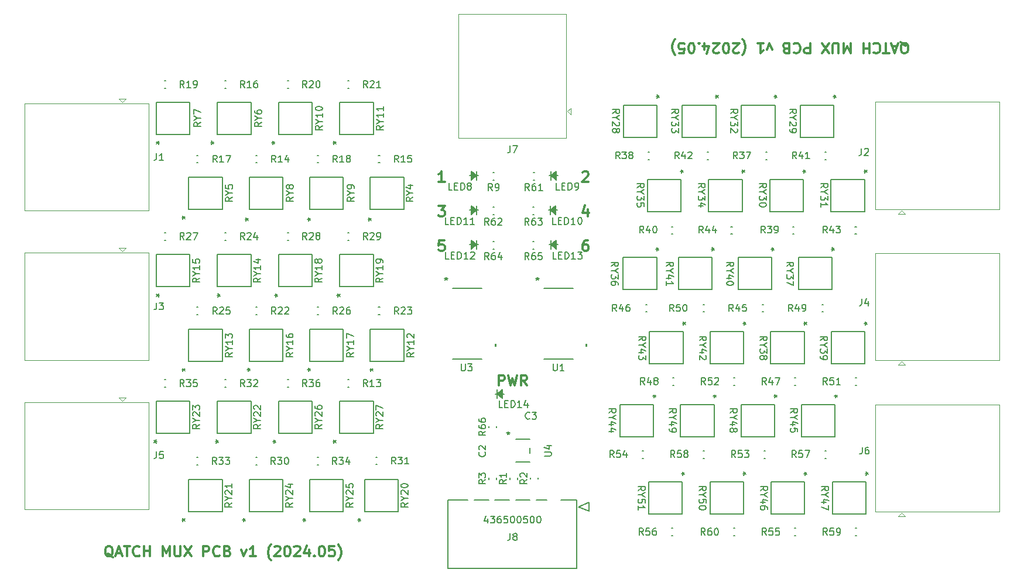
<source format=gbr>
%TF.GenerationSoftware,KiCad,Pcbnew,8.0.2*%
%TF.CreationDate,2024-05-17T15:28:23-04:00*%
%TF.ProjectId,QATCH_MUX_PCB_v1,51415443-485f-44d5-9558-5f5043425f76,rev?*%
%TF.SameCoordinates,Original*%
%TF.FileFunction,Legend,Top*%
%TF.FilePolarity,Positive*%
%FSLAX46Y46*%
G04 Gerber Fmt 4.6, Leading zero omitted, Abs format (unit mm)*
G04 Created by KiCad (PCBNEW 8.0.2) date 2024-05-17 15:28:23*
%MOMM*%
%LPD*%
G01*
G04 APERTURE LIST*
%ADD10C,0.300000*%
%ADD11C,0.150000*%
%ADD12C,0.152400*%
%ADD13C,0.120000*%
%ADD14C,0.000000*%
G04 APERTURE END LIST*
D10*
X141611653Y-91800828D02*
X142540225Y-91800828D01*
X142540225Y-91800828D02*
X142040225Y-92372257D01*
X142040225Y-92372257D02*
X142254510Y-92372257D01*
X142254510Y-92372257D02*
X142397368Y-92443685D01*
X142397368Y-92443685D02*
X142468796Y-92515114D01*
X142468796Y-92515114D02*
X142540225Y-92657971D01*
X142540225Y-92657971D02*
X142540225Y-93015114D01*
X142540225Y-93015114D02*
X142468796Y-93157971D01*
X142468796Y-93157971D02*
X142397368Y-93229400D01*
X142397368Y-93229400D02*
X142254510Y-93300828D01*
X142254510Y-93300828D02*
X141825939Y-93300828D01*
X141825939Y-93300828D02*
X141683082Y-93229400D01*
X141683082Y-93229400D02*
X141611653Y-93157971D01*
D11*
X100948180Y-125911800D02*
X100710085Y-125911800D01*
X100805323Y-125673705D02*
X100710085Y-125911800D01*
X100710085Y-125911800D02*
X100805323Y-126149895D01*
X100519609Y-125768943D02*
X100710085Y-125911800D01*
X100710085Y-125911800D02*
X100519609Y-126054657D01*
X144936779Y-114669819D02*
X144936779Y-115479342D01*
X144936779Y-115479342D02*
X144984398Y-115574580D01*
X144984398Y-115574580D02*
X145032017Y-115622200D01*
X145032017Y-115622200D02*
X145127255Y-115669819D01*
X145127255Y-115669819D02*
X145317731Y-115669819D01*
X145317731Y-115669819D02*
X145412969Y-115622200D01*
X145412969Y-115622200D02*
X145460588Y-115574580D01*
X145460588Y-115574580D02*
X145508207Y-115479342D01*
X145508207Y-115479342D02*
X145508207Y-114669819D01*
X145889160Y-114669819D02*
X146508207Y-114669819D01*
X146508207Y-114669819D02*
X146174874Y-115050771D01*
X146174874Y-115050771D02*
X146317731Y-115050771D01*
X146317731Y-115050771D02*
X146412969Y-115098390D01*
X146412969Y-115098390D02*
X146460588Y-115146009D01*
X146460588Y-115146009D02*
X146508207Y-115241247D01*
X146508207Y-115241247D02*
X146508207Y-115479342D01*
X146508207Y-115479342D02*
X146460588Y-115574580D01*
X146460588Y-115574580D02*
X146412969Y-115622200D01*
X146412969Y-115622200D02*
X146317731Y-115669819D01*
X146317731Y-115669819D02*
X146032017Y-115669819D01*
X146032017Y-115669819D02*
X145936779Y-115622200D01*
X145936779Y-115622200D02*
X145889160Y-115574580D01*
D10*
X94559810Y-142673685D02*
X94416953Y-142602257D01*
X94416953Y-142602257D02*
X94274096Y-142459400D01*
X94274096Y-142459400D02*
X94059810Y-142245114D01*
X94059810Y-142245114D02*
X93916953Y-142173685D01*
X93916953Y-142173685D02*
X93774096Y-142173685D01*
X93845525Y-142530828D02*
X93702668Y-142459400D01*
X93702668Y-142459400D02*
X93559810Y-142316542D01*
X93559810Y-142316542D02*
X93488382Y-142030828D01*
X93488382Y-142030828D02*
X93488382Y-141530828D01*
X93488382Y-141530828D02*
X93559810Y-141245114D01*
X93559810Y-141245114D02*
X93702668Y-141102257D01*
X93702668Y-141102257D02*
X93845525Y-141030828D01*
X93845525Y-141030828D02*
X94131239Y-141030828D01*
X94131239Y-141030828D02*
X94274096Y-141102257D01*
X94274096Y-141102257D02*
X94416953Y-141245114D01*
X94416953Y-141245114D02*
X94488382Y-141530828D01*
X94488382Y-141530828D02*
X94488382Y-142030828D01*
X94488382Y-142030828D02*
X94416953Y-142316542D01*
X94416953Y-142316542D02*
X94274096Y-142459400D01*
X94274096Y-142459400D02*
X94131239Y-142530828D01*
X94131239Y-142530828D02*
X93845525Y-142530828D01*
X95059811Y-142102257D02*
X95774097Y-142102257D01*
X94916954Y-142530828D02*
X95416954Y-141030828D01*
X95416954Y-141030828D02*
X95916954Y-142530828D01*
X96202668Y-141030828D02*
X97059811Y-141030828D01*
X96631239Y-142530828D02*
X96631239Y-141030828D01*
X98416953Y-142387971D02*
X98345525Y-142459400D01*
X98345525Y-142459400D02*
X98131239Y-142530828D01*
X98131239Y-142530828D02*
X97988382Y-142530828D01*
X97988382Y-142530828D02*
X97774096Y-142459400D01*
X97774096Y-142459400D02*
X97631239Y-142316542D01*
X97631239Y-142316542D02*
X97559810Y-142173685D01*
X97559810Y-142173685D02*
X97488382Y-141887971D01*
X97488382Y-141887971D02*
X97488382Y-141673685D01*
X97488382Y-141673685D02*
X97559810Y-141387971D01*
X97559810Y-141387971D02*
X97631239Y-141245114D01*
X97631239Y-141245114D02*
X97774096Y-141102257D01*
X97774096Y-141102257D02*
X97988382Y-141030828D01*
X97988382Y-141030828D02*
X98131239Y-141030828D01*
X98131239Y-141030828D02*
X98345525Y-141102257D01*
X98345525Y-141102257D02*
X98416953Y-141173685D01*
X99059810Y-142530828D02*
X99059810Y-141030828D01*
X99059810Y-141745114D02*
X99916953Y-141745114D01*
X99916953Y-142530828D02*
X99916953Y-141030828D01*
X101774096Y-142530828D02*
X101774096Y-141030828D01*
X101774096Y-141030828D02*
X102274096Y-142102257D01*
X102274096Y-142102257D02*
X102774096Y-141030828D01*
X102774096Y-141030828D02*
X102774096Y-142530828D01*
X103488382Y-141030828D02*
X103488382Y-142245114D01*
X103488382Y-142245114D02*
X103559811Y-142387971D01*
X103559811Y-142387971D02*
X103631240Y-142459400D01*
X103631240Y-142459400D02*
X103774097Y-142530828D01*
X103774097Y-142530828D02*
X104059811Y-142530828D01*
X104059811Y-142530828D02*
X104202668Y-142459400D01*
X104202668Y-142459400D02*
X104274097Y-142387971D01*
X104274097Y-142387971D02*
X104345525Y-142245114D01*
X104345525Y-142245114D02*
X104345525Y-141030828D01*
X104916954Y-141030828D02*
X105916954Y-142530828D01*
X105916954Y-141030828D02*
X104916954Y-142530828D01*
X107631239Y-142530828D02*
X107631239Y-141030828D01*
X107631239Y-141030828D02*
X108202668Y-141030828D01*
X108202668Y-141030828D02*
X108345525Y-141102257D01*
X108345525Y-141102257D02*
X108416954Y-141173685D01*
X108416954Y-141173685D02*
X108488382Y-141316542D01*
X108488382Y-141316542D02*
X108488382Y-141530828D01*
X108488382Y-141530828D02*
X108416954Y-141673685D01*
X108416954Y-141673685D02*
X108345525Y-141745114D01*
X108345525Y-141745114D02*
X108202668Y-141816542D01*
X108202668Y-141816542D02*
X107631239Y-141816542D01*
X109988382Y-142387971D02*
X109916954Y-142459400D01*
X109916954Y-142459400D02*
X109702668Y-142530828D01*
X109702668Y-142530828D02*
X109559811Y-142530828D01*
X109559811Y-142530828D02*
X109345525Y-142459400D01*
X109345525Y-142459400D02*
X109202668Y-142316542D01*
X109202668Y-142316542D02*
X109131239Y-142173685D01*
X109131239Y-142173685D02*
X109059811Y-141887971D01*
X109059811Y-141887971D02*
X109059811Y-141673685D01*
X109059811Y-141673685D02*
X109131239Y-141387971D01*
X109131239Y-141387971D02*
X109202668Y-141245114D01*
X109202668Y-141245114D02*
X109345525Y-141102257D01*
X109345525Y-141102257D02*
X109559811Y-141030828D01*
X109559811Y-141030828D02*
X109702668Y-141030828D01*
X109702668Y-141030828D02*
X109916954Y-141102257D01*
X109916954Y-141102257D02*
X109988382Y-141173685D01*
X111131239Y-141745114D02*
X111345525Y-141816542D01*
X111345525Y-141816542D02*
X111416954Y-141887971D01*
X111416954Y-141887971D02*
X111488382Y-142030828D01*
X111488382Y-142030828D02*
X111488382Y-142245114D01*
X111488382Y-142245114D02*
X111416954Y-142387971D01*
X111416954Y-142387971D02*
X111345525Y-142459400D01*
X111345525Y-142459400D02*
X111202668Y-142530828D01*
X111202668Y-142530828D02*
X110631239Y-142530828D01*
X110631239Y-142530828D02*
X110631239Y-141030828D01*
X110631239Y-141030828D02*
X111131239Y-141030828D01*
X111131239Y-141030828D02*
X111274097Y-141102257D01*
X111274097Y-141102257D02*
X111345525Y-141173685D01*
X111345525Y-141173685D02*
X111416954Y-141316542D01*
X111416954Y-141316542D02*
X111416954Y-141459400D01*
X111416954Y-141459400D02*
X111345525Y-141602257D01*
X111345525Y-141602257D02*
X111274097Y-141673685D01*
X111274097Y-141673685D02*
X111131239Y-141745114D01*
X111131239Y-141745114D02*
X110631239Y-141745114D01*
X113131239Y-141530828D02*
X113488382Y-142530828D01*
X113488382Y-142530828D02*
X113845525Y-141530828D01*
X115202668Y-142530828D02*
X114345525Y-142530828D01*
X114774096Y-142530828D02*
X114774096Y-141030828D01*
X114774096Y-141030828D02*
X114631239Y-141245114D01*
X114631239Y-141245114D02*
X114488382Y-141387971D01*
X114488382Y-141387971D02*
X114345525Y-141459400D01*
X117416953Y-143102257D02*
X117345524Y-143030828D01*
X117345524Y-143030828D02*
X117202667Y-142816542D01*
X117202667Y-142816542D02*
X117131239Y-142673685D01*
X117131239Y-142673685D02*
X117059810Y-142459400D01*
X117059810Y-142459400D02*
X116988381Y-142102257D01*
X116988381Y-142102257D02*
X116988381Y-141816542D01*
X116988381Y-141816542D02*
X117059810Y-141459400D01*
X117059810Y-141459400D02*
X117131239Y-141245114D01*
X117131239Y-141245114D02*
X117202667Y-141102257D01*
X117202667Y-141102257D02*
X117345524Y-140887971D01*
X117345524Y-140887971D02*
X117416953Y-140816542D01*
X117916953Y-141173685D02*
X117988381Y-141102257D01*
X117988381Y-141102257D02*
X118131239Y-141030828D01*
X118131239Y-141030828D02*
X118488381Y-141030828D01*
X118488381Y-141030828D02*
X118631239Y-141102257D01*
X118631239Y-141102257D02*
X118702667Y-141173685D01*
X118702667Y-141173685D02*
X118774096Y-141316542D01*
X118774096Y-141316542D02*
X118774096Y-141459400D01*
X118774096Y-141459400D02*
X118702667Y-141673685D01*
X118702667Y-141673685D02*
X117845524Y-142530828D01*
X117845524Y-142530828D02*
X118774096Y-142530828D01*
X119702667Y-141030828D02*
X119845524Y-141030828D01*
X119845524Y-141030828D02*
X119988381Y-141102257D01*
X119988381Y-141102257D02*
X120059810Y-141173685D01*
X120059810Y-141173685D02*
X120131238Y-141316542D01*
X120131238Y-141316542D02*
X120202667Y-141602257D01*
X120202667Y-141602257D02*
X120202667Y-141959400D01*
X120202667Y-141959400D02*
X120131238Y-142245114D01*
X120131238Y-142245114D02*
X120059810Y-142387971D01*
X120059810Y-142387971D02*
X119988381Y-142459400D01*
X119988381Y-142459400D02*
X119845524Y-142530828D01*
X119845524Y-142530828D02*
X119702667Y-142530828D01*
X119702667Y-142530828D02*
X119559810Y-142459400D01*
X119559810Y-142459400D02*
X119488381Y-142387971D01*
X119488381Y-142387971D02*
X119416952Y-142245114D01*
X119416952Y-142245114D02*
X119345524Y-141959400D01*
X119345524Y-141959400D02*
X119345524Y-141602257D01*
X119345524Y-141602257D02*
X119416952Y-141316542D01*
X119416952Y-141316542D02*
X119488381Y-141173685D01*
X119488381Y-141173685D02*
X119559810Y-141102257D01*
X119559810Y-141102257D02*
X119702667Y-141030828D01*
X120774095Y-141173685D02*
X120845523Y-141102257D01*
X120845523Y-141102257D02*
X120988381Y-141030828D01*
X120988381Y-141030828D02*
X121345523Y-141030828D01*
X121345523Y-141030828D02*
X121488381Y-141102257D01*
X121488381Y-141102257D02*
X121559809Y-141173685D01*
X121559809Y-141173685D02*
X121631238Y-141316542D01*
X121631238Y-141316542D02*
X121631238Y-141459400D01*
X121631238Y-141459400D02*
X121559809Y-141673685D01*
X121559809Y-141673685D02*
X120702666Y-142530828D01*
X120702666Y-142530828D02*
X121631238Y-142530828D01*
X122916952Y-141530828D02*
X122916952Y-142530828D01*
X122559809Y-140959400D02*
X122202666Y-142030828D01*
X122202666Y-142030828D02*
X123131237Y-142030828D01*
X123702665Y-142387971D02*
X123774094Y-142459400D01*
X123774094Y-142459400D02*
X123702665Y-142530828D01*
X123702665Y-142530828D02*
X123631237Y-142459400D01*
X123631237Y-142459400D02*
X123702665Y-142387971D01*
X123702665Y-142387971D02*
X123702665Y-142530828D01*
X124702666Y-141030828D02*
X124845523Y-141030828D01*
X124845523Y-141030828D02*
X124988380Y-141102257D01*
X124988380Y-141102257D02*
X125059809Y-141173685D01*
X125059809Y-141173685D02*
X125131237Y-141316542D01*
X125131237Y-141316542D02*
X125202666Y-141602257D01*
X125202666Y-141602257D02*
X125202666Y-141959400D01*
X125202666Y-141959400D02*
X125131237Y-142245114D01*
X125131237Y-142245114D02*
X125059809Y-142387971D01*
X125059809Y-142387971D02*
X124988380Y-142459400D01*
X124988380Y-142459400D02*
X124845523Y-142530828D01*
X124845523Y-142530828D02*
X124702666Y-142530828D01*
X124702666Y-142530828D02*
X124559809Y-142459400D01*
X124559809Y-142459400D02*
X124488380Y-142387971D01*
X124488380Y-142387971D02*
X124416951Y-142245114D01*
X124416951Y-142245114D02*
X124345523Y-141959400D01*
X124345523Y-141959400D02*
X124345523Y-141602257D01*
X124345523Y-141602257D02*
X124416951Y-141316542D01*
X124416951Y-141316542D02*
X124488380Y-141173685D01*
X124488380Y-141173685D02*
X124559809Y-141102257D01*
X124559809Y-141102257D02*
X124702666Y-141030828D01*
X126559808Y-141030828D02*
X125845522Y-141030828D01*
X125845522Y-141030828D02*
X125774094Y-141745114D01*
X125774094Y-141745114D02*
X125845522Y-141673685D01*
X125845522Y-141673685D02*
X125988380Y-141602257D01*
X125988380Y-141602257D02*
X126345522Y-141602257D01*
X126345522Y-141602257D02*
X126488380Y-141673685D01*
X126488380Y-141673685D02*
X126559808Y-141745114D01*
X126559808Y-141745114D02*
X126631237Y-141887971D01*
X126631237Y-141887971D02*
X126631237Y-142245114D01*
X126631237Y-142245114D02*
X126559808Y-142387971D01*
X126559808Y-142387971D02*
X126488380Y-142459400D01*
X126488380Y-142459400D02*
X126345522Y-142530828D01*
X126345522Y-142530828D02*
X125988380Y-142530828D01*
X125988380Y-142530828D02*
X125845522Y-142459400D01*
X125845522Y-142459400D02*
X125774094Y-142387971D01*
X127131236Y-143102257D02*
X127202665Y-143030828D01*
X127202665Y-143030828D02*
X127345522Y-142816542D01*
X127345522Y-142816542D02*
X127416951Y-142673685D01*
X127416951Y-142673685D02*
X127488379Y-142459400D01*
X127488379Y-142459400D02*
X127559808Y-142102257D01*
X127559808Y-142102257D02*
X127559808Y-141816542D01*
X127559808Y-141816542D02*
X127488379Y-141459400D01*
X127488379Y-141459400D02*
X127416951Y-141245114D01*
X127416951Y-141245114D02*
X127345522Y-141102257D01*
X127345522Y-141102257D02*
X127202665Y-140887971D01*
X127202665Y-140887971D02*
X127131236Y-140816542D01*
X163197368Y-92300828D02*
X163197368Y-93300828D01*
X162840225Y-91729400D02*
X162483082Y-92800828D01*
X162483082Y-92800828D02*
X163411653Y-92800828D01*
X163197368Y-96800828D02*
X162911653Y-96800828D01*
X162911653Y-96800828D02*
X162768796Y-96872257D01*
X162768796Y-96872257D02*
X162697368Y-96943685D01*
X162697368Y-96943685D02*
X162554510Y-97157971D01*
X162554510Y-97157971D02*
X162483082Y-97443685D01*
X162483082Y-97443685D02*
X162483082Y-98015114D01*
X162483082Y-98015114D02*
X162554510Y-98157971D01*
X162554510Y-98157971D02*
X162625939Y-98229400D01*
X162625939Y-98229400D02*
X162768796Y-98300828D01*
X162768796Y-98300828D02*
X163054510Y-98300828D01*
X163054510Y-98300828D02*
X163197368Y-98229400D01*
X163197368Y-98229400D02*
X163268796Y-98157971D01*
X163268796Y-98157971D02*
X163340225Y-98015114D01*
X163340225Y-98015114D02*
X163340225Y-97657971D01*
X163340225Y-97657971D02*
X163268796Y-97515114D01*
X163268796Y-97515114D02*
X163197368Y-97443685D01*
X163197368Y-97443685D02*
X163054510Y-97372257D01*
X163054510Y-97372257D02*
X162768796Y-97372257D01*
X162768796Y-97372257D02*
X162625939Y-97443685D01*
X162625939Y-97443685D02*
X162554510Y-97515114D01*
X162554510Y-97515114D02*
X162483082Y-97657971D01*
D11*
X101295180Y-104722000D02*
X101057085Y-104722000D01*
X101152323Y-104483905D02*
X101057085Y-104722000D01*
X101057085Y-104722000D02*
X101152323Y-104960095D01*
X100866609Y-104579143D02*
X101057085Y-104722000D01*
X101057085Y-104722000D02*
X100866609Y-104864857D01*
D10*
X142540225Y-88300828D02*
X141683082Y-88300828D01*
X142111653Y-88300828D02*
X142111653Y-86800828D01*
X142111653Y-86800828D02*
X141968796Y-87015114D01*
X141968796Y-87015114D02*
X141825939Y-87157971D01*
X141825939Y-87157971D02*
X141683082Y-87229400D01*
X150354510Y-117800828D02*
X150354510Y-116300828D01*
X150354510Y-116300828D02*
X150925939Y-116300828D01*
X150925939Y-116300828D02*
X151068796Y-116372257D01*
X151068796Y-116372257D02*
X151140225Y-116443685D01*
X151140225Y-116443685D02*
X151211653Y-116586542D01*
X151211653Y-116586542D02*
X151211653Y-116800828D01*
X151211653Y-116800828D02*
X151140225Y-116943685D01*
X151140225Y-116943685D02*
X151068796Y-117015114D01*
X151068796Y-117015114D02*
X150925939Y-117086542D01*
X150925939Y-117086542D02*
X150354510Y-117086542D01*
X151711653Y-116300828D02*
X152068796Y-117800828D01*
X152068796Y-117800828D02*
X152354510Y-116729400D01*
X152354510Y-116729400D02*
X152640225Y-117800828D01*
X152640225Y-117800828D02*
X152997368Y-116300828D01*
X154425939Y-117800828D02*
X153925939Y-117086542D01*
X153568796Y-117800828D02*
X153568796Y-116300828D01*
X153568796Y-116300828D02*
X154140225Y-116300828D01*
X154140225Y-116300828D02*
X154283082Y-116372257D01*
X154283082Y-116372257D02*
X154354511Y-116443685D01*
X154354511Y-116443685D02*
X154425939Y-116586542D01*
X154425939Y-116586542D02*
X154425939Y-116800828D01*
X154425939Y-116800828D02*
X154354511Y-116943685D01*
X154354511Y-116943685D02*
X154283082Y-117015114D01*
X154283082Y-117015114D02*
X154140225Y-117086542D01*
X154140225Y-117086542D02*
X153568796Y-117086542D01*
X162483082Y-86943685D02*
X162554510Y-86872257D01*
X162554510Y-86872257D02*
X162697368Y-86800828D01*
X162697368Y-86800828D02*
X163054510Y-86800828D01*
X163054510Y-86800828D02*
X163197368Y-86872257D01*
X163197368Y-86872257D02*
X163268796Y-86943685D01*
X163268796Y-86943685D02*
X163340225Y-87086542D01*
X163340225Y-87086542D02*
X163340225Y-87229400D01*
X163340225Y-87229400D02*
X163268796Y-87443685D01*
X163268796Y-87443685D02*
X162411653Y-88300828D01*
X162411653Y-88300828D02*
X163340225Y-88300828D01*
X208445489Y-68056314D02*
X208588346Y-68127742D01*
X208588346Y-68127742D02*
X208731203Y-68270600D01*
X208731203Y-68270600D02*
X208945489Y-68484885D01*
X208945489Y-68484885D02*
X209088346Y-68556314D01*
X209088346Y-68556314D02*
X209231203Y-68556314D01*
X209159774Y-68199171D02*
X209302632Y-68270600D01*
X209302632Y-68270600D02*
X209445489Y-68413457D01*
X209445489Y-68413457D02*
X209516917Y-68699171D01*
X209516917Y-68699171D02*
X209516917Y-69199171D01*
X209516917Y-69199171D02*
X209445489Y-69484885D01*
X209445489Y-69484885D02*
X209302632Y-69627742D01*
X209302632Y-69627742D02*
X209159774Y-69699171D01*
X209159774Y-69699171D02*
X208874060Y-69699171D01*
X208874060Y-69699171D02*
X208731203Y-69627742D01*
X208731203Y-69627742D02*
X208588346Y-69484885D01*
X208588346Y-69484885D02*
X208516917Y-69199171D01*
X208516917Y-69199171D02*
X208516917Y-68699171D01*
X208516917Y-68699171D02*
X208588346Y-68413457D01*
X208588346Y-68413457D02*
X208731203Y-68270600D01*
X208731203Y-68270600D02*
X208874060Y-68199171D01*
X208874060Y-68199171D02*
X209159774Y-68199171D01*
X207945488Y-68627742D02*
X207231203Y-68627742D01*
X208088345Y-68199171D02*
X207588345Y-69699171D01*
X207588345Y-69699171D02*
X207088345Y-68199171D01*
X206802631Y-69699171D02*
X205945489Y-69699171D01*
X206374060Y-68199171D02*
X206374060Y-69699171D01*
X204588346Y-68342028D02*
X204659774Y-68270600D01*
X204659774Y-68270600D02*
X204874060Y-68199171D01*
X204874060Y-68199171D02*
X205016917Y-68199171D01*
X205016917Y-68199171D02*
X205231203Y-68270600D01*
X205231203Y-68270600D02*
X205374060Y-68413457D01*
X205374060Y-68413457D02*
X205445489Y-68556314D01*
X205445489Y-68556314D02*
X205516917Y-68842028D01*
X205516917Y-68842028D02*
X205516917Y-69056314D01*
X205516917Y-69056314D02*
X205445489Y-69342028D01*
X205445489Y-69342028D02*
X205374060Y-69484885D01*
X205374060Y-69484885D02*
X205231203Y-69627742D01*
X205231203Y-69627742D02*
X205016917Y-69699171D01*
X205016917Y-69699171D02*
X204874060Y-69699171D01*
X204874060Y-69699171D02*
X204659774Y-69627742D01*
X204659774Y-69627742D02*
X204588346Y-69556314D01*
X203945489Y-68199171D02*
X203945489Y-69699171D01*
X203945489Y-68984885D02*
X203088346Y-68984885D01*
X203088346Y-68199171D02*
X203088346Y-69699171D01*
X201231203Y-68199171D02*
X201231203Y-69699171D01*
X201231203Y-69699171D02*
X200731203Y-68627742D01*
X200731203Y-68627742D02*
X200231203Y-69699171D01*
X200231203Y-69699171D02*
X200231203Y-68199171D01*
X199516917Y-69699171D02*
X199516917Y-68484885D01*
X199516917Y-68484885D02*
X199445488Y-68342028D01*
X199445488Y-68342028D02*
X199374060Y-68270600D01*
X199374060Y-68270600D02*
X199231202Y-68199171D01*
X199231202Y-68199171D02*
X198945488Y-68199171D01*
X198945488Y-68199171D02*
X198802631Y-68270600D01*
X198802631Y-68270600D02*
X198731202Y-68342028D01*
X198731202Y-68342028D02*
X198659774Y-68484885D01*
X198659774Y-68484885D02*
X198659774Y-69699171D01*
X198088345Y-69699171D02*
X197088345Y-68199171D01*
X197088345Y-69699171D02*
X198088345Y-68199171D01*
X195374060Y-68199171D02*
X195374060Y-69699171D01*
X195374060Y-69699171D02*
X194802631Y-69699171D01*
X194802631Y-69699171D02*
X194659774Y-69627742D01*
X194659774Y-69627742D02*
X194588345Y-69556314D01*
X194588345Y-69556314D02*
X194516917Y-69413457D01*
X194516917Y-69413457D02*
X194516917Y-69199171D01*
X194516917Y-69199171D02*
X194588345Y-69056314D01*
X194588345Y-69056314D02*
X194659774Y-68984885D01*
X194659774Y-68984885D02*
X194802631Y-68913457D01*
X194802631Y-68913457D02*
X195374060Y-68913457D01*
X193016917Y-68342028D02*
X193088345Y-68270600D01*
X193088345Y-68270600D02*
X193302631Y-68199171D01*
X193302631Y-68199171D02*
X193445488Y-68199171D01*
X193445488Y-68199171D02*
X193659774Y-68270600D01*
X193659774Y-68270600D02*
X193802631Y-68413457D01*
X193802631Y-68413457D02*
X193874060Y-68556314D01*
X193874060Y-68556314D02*
X193945488Y-68842028D01*
X193945488Y-68842028D02*
X193945488Y-69056314D01*
X193945488Y-69056314D02*
X193874060Y-69342028D01*
X193874060Y-69342028D02*
X193802631Y-69484885D01*
X193802631Y-69484885D02*
X193659774Y-69627742D01*
X193659774Y-69627742D02*
X193445488Y-69699171D01*
X193445488Y-69699171D02*
X193302631Y-69699171D01*
X193302631Y-69699171D02*
X193088345Y-69627742D01*
X193088345Y-69627742D02*
X193016917Y-69556314D01*
X191874060Y-68984885D02*
X191659774Y-68913457D01*
X191659774Y-68913457D02*
X191588345Y-68842028D01*
X191588345Y-68842028D02*
X191516917Y-68699171D01*
X191516917Y-68699171D02*
X191516917Y-68484885D01*
X191516917Y-68484885D02*
X191588345Y-68342028D01*
X191588345Y-68342028D02*
X191659774Y-68270600D01*
X191659774Y-68270600D02*
X191802631Y-68199171D01*
X191802631Y-68199171D02*
X192374060Y-68199171D01*
X192374060Y-68199171D02*
X192374060Y-69699171D01*
X192374060Y-69699171D02*
X191874060Y-69699171D01*
X191874060Y-69699171D02*
X191731203Y-69627742D01*
X191731203Y-69627742D02*
X191659774Y-69556314D01*
X191659774Y-69556314D02*
X191588345Y-69413457D01*
X191588345Y-69413457D02*
X191588345Y-69270600D01*
X191588345Y-69270600D02*
X191659774Y-69127742D01*
X191659774Y-69127742D02*
X191731203Y-69056314D01*
X191731203Y-69056314D02*
X191874060Y-68984885D01*
X191874060Y-68984885D02*
X192374060Y-68984885D01*
X189874060Y-69199171D02*
X189516917Y-68199171D01*
X189516917Y-68199171D02*
X189159774Y-69199171D01*
X187802631Y-68199171D02*
X188659774Y-68199171D01*
X188231203Y-68199171D02*
X188231203Y-69699171D01*
X188231203Y-69699171D02*
X188374060Y-69484885D01*
X188374060Y-69484885D02*
X188516917Y-69342028D01*
X188516917Y-69342028D02*
X188659774Y-69270600D01*
X185588346Y-67627742D02*
X185659775Y-67699171D01*
X185659775Y-67699171D02*
X185802632Y-67913457D01*
X185802632Y-67913457D02*
X185874061Y-68056314D01*
X185874061Y-68056314D02*
X185945489Y-68270600D01*
X185945489Y-68270600D02*
X186016918Y-68627742D01*
X186016918Y-68627742D02*
X186016918Y-68913457D01*
X186016918Y-68913457D02*
X185945489Y-69270600D01*
X185945489Y-69270600D02*
X185874061Y-69484885D01*
X185874061Y-69484885D02*
X185802632Y-69627742D01*
X185802632Y-69627742D02*
X185659775Y-69842028D01*
X185659775Y-69842028D02*
X185588346Y-69913457D01*
X185088346Y-69556314D02*
X185016918Y-69627742D01*
X185016918Y-69627742D02*
X184874061Y-69699171D01*
X184874061Y-69699171D02*
X184516918Y-69699171D01*
X184516918Y-69699171D02*
X184374061Y-69627742D01*
X184374061Y-69627742D02*
X184302632Y-69556314D01*
X184302632Y-69556314D02*
X184231203Y-69413457D01*
X184231203Y-69413457D02*
X184231203Y-69270600D01*
X184231203Y-69270600D02*
X184302632Y-69056314D01*
X184302632Y-69056314D02*
X185159775Y-68199171D01*
X185159775Y-68199171D02*
X184231203Y-68199171D01*
X183302632Y-69699171D02*
X183159775Y-69699171D01*
X183159775Y-69699171D02*
X183016918Y-69627742D01*
X183016918Y-69627742D02*
X182945490Y-69556314D01*
X182945490Y-69556314D02*
X182874061Y-69413457D01*
X182874061Y-69413457D02*
X182802632Y-69127742D01*
X182802632Y-69127742D02*
X182802632Y-68770600D01*
X182802632Y-68770600D02*
X182874061Y-68484885D01*
X182874061Y-68484885D02*
X182945490Y-68342028D01*
X182945490Y-68342028D02*
X183016918Y-68270600D01*
X183016918Y-68270600D02*
X183159775Y-68199171D01*
X183159775Y-68199171D02*
X183302632Y-68199171D01*
X183302632Y-68199171D02*
X183445490Y-68270600D01*
X183445490Y-68270600D02*
X183516918Y-68342028D01*
X183516918Y-68342028D02*
X183588347Y-68484885D01*
X183588347Y-68484885D02*
X183659775Y-68770600D01*
X183659775Y-68770600D02*
X183659775Y-69127742D01*
X183659775Y-69127742D02*
X183588347Y-69413457D01*
X183588347Y-69413457D02*
X183516918Y-69556314D01*
X183516918Y-69556314D02*
X183445490Y-69627742D01*
X183445490Y-69627742D02*
X183302632Y-69699171D01*
X182231204Y-69556314D02*
X182159776Y-69627742D01*
X182159776Y-69627742D02*
X182016919Y-69699171D01*
X182016919Y-69699171D02*
X181659776Y-69699171D01*
X181659776Y-69699171D02*
X181516919Y-69627742D01*
X181516919Y-69627742D02*
X181445490Y-69556314D01*
X181445490Y-69556314D02*
X181374061Y-69413457D01*
X181374061Y-69413457D02*
X181374061Y-69270600D01*
X181374061Y-69270600D02*
X181445490Y-69056314D01*
X181445490Y-69056314D02*
X182302633Y-68199171D01*
X182302633Y-68199171D02*
X181374061Y-68199171D01*
X180088348Y-69199171D02*
X180088348Y-68199171D01*
X180445490Y-69770600D02*
X180802633Y-68699171D01*
X180802633Y-68699171D02*
X179874062Y-68699171D01*
X179302634Y-68342028D02*
X179231205Y-68270600D01*
X179231205Y-68270600D02*
X179302634Y-68199171D01*
X179302634Y-68199171D02*
X179374062Y-68270600D01*
X179374062Y-68270600D02*
X179302634Y-68342028D01*
X179302634Y-68342028D02*
X179302634Y-68199171D01*
X178302633Y-69699171D02*
X178159776Y-69699171D01*
X178159776Y-69699171D02*
X178016919Y-69627742D01*
X178016919Y-69627742D02*
X177945491Y-69556314D01*
X177945491Y-69556314D02*
X177874062Y-69413457D01*
X177874062Y-69413457D02*
X177802633Y-69127742D01*
X177802633Y-69127742D02*
X177802633Y-68770600D01*
X177802633Y-68770600D02*
X177874062Y-68484885D01*
X177874062Y-68484885D02*
X177945491Y-68342028D01*
X177945491Y-68342028D02*
X178016919Y-68270600D01*
X178016919Y-68270600D02*
X178159776Y-68199171D01*
X178159776Y-68199171D02*
X178302633Y-68199171D01*
X178302633Y-68199171D02*
X178445491Y-68270600D01*
X178445491Y-68270600D02*
X178516919Y-68342028D01*
X178516919Y-68342028D02*
X178588348Y-68484885D01*
X178588348Y-68484885D02*
X178659776Y-68770600D01*
X178659776Y-68770600D02*
X178659776Y-69127742D01*
X178659776Y-69127742D02*
X178588348Y-69413457D01*
X178588348Y-69413457D02*
X178516919Y-69556314D01*
X178516919Y-69556314D02*
X178445491Y-69627742D01*
X178445491Y-69627742D02*
X178302633Y-69699171D01*
X176445491Y-69699171D02*
X177159777Y-69699171D01*
X177159777Y-69699171D02*
X177231205Y-68984885D01*
X177231205Y-68984885D02*
X177159777Y-69056314D01*
X177159777Y-69056314D02*
X177016920Y-69127742D01*
X177016920Y-69127742D02*
X176659777Y-69127742D01*
X176659777Y-69127742D02*
X176516920Y-69056314D01*
X176516920Y-69056314D02*
X176445491Y-68984885D01*
X176445491Y-68984885D02*
X176374062Y-68842028D01*
X176374062Y-68842028D02*
X176374062Y-68484885D01*
X176374062Y-68484885D02*
X176445491Y-68342028D01*
X176445491Y-68342028D02*
X176516920Y-68270600D01*
X176516920Y-68270600D02*
X176659777Y-68199171D01*
X176659777Y-68199171D02*
X177016920Y-68199171D01*
X177016920Y-68199171D02*
X177159777Y-68270600D01*
X177159777Y-68270600D02*
X177231205Y-68342028D01*
X175874063Y-67627742D02*
X175802634Y-67699171D01*
X175802634Y-67699171D02*
X175659777Y-67913457D01*
X175659777Y-67913457D02*
X175588349Y-68056314D01*
X175588349Y-68056314D02*
X175516920Y-68270600D01*
X175516920Y-68270600D02*
X175445491Y-68627742D01*
X175445491Y-68627742D02*
X175445491Y-68913457D01*
X175445491Y-68913457D02*
X175516920Y-69270600D01*
X175516920Y-69270600D02*
X175588349Y-69484885D01*
X175588349Y-69484885D02*
X175659777Y-69627742D01*
X175659777Y-69627742D02*
X175802634Y-69842028D01*
X175802634Y-69842028D02*
X175874063Y-69913457D01*
X142468796Y-96800828D02*
X141754510Y-96800828D01*
X141754510Y-96800828D02*
X141683082Y-97515114D01*
X141683082Y-97515114D02*
X141754510Y-97443685D01*
X141754510Y-97443685D02*
X141897368Y-97372257D01*
X141897368Y-97372257D02*
X142254510Y-97372257D01*
X142254510Y-97372257D02*
X142397368Y-97443685D01*
X142397368Y-97443685D02*
X142468796Y-97515114D01*
X142468796Y-97515114D02*
X142540225Y-97657971D01*
X142540225Y-97657971D02*
X142540225Y-98015114D01*
X142540225Y-98015114D02*
X142468796Y-98157971D01*
X142468796Y-98157971D02*
X142397368Y-98229400D01*
X142397368Y-98229400D02*
X142254510Y-98300828D01*
X142254510Y-98300828D02*
X141897368Y-98300828D01*
X141897368Y-98300828D02*
X141754510Y-98229400D01*
X141754510Y-98229400D02*
X141683082Y-98157971D01*
D11*
X101295180Y-82654000D02*
X101057085Y-82654000D01*
X101152323Y-82415905D02*
X101057085Y-82654000D01*
X101057085Y-82654000D02*
X101152323Y-82892095D01*
X100866609Y-82511143D02*
X101057085Y-82654000D01*
X101057085Y-82654000D02*
X100866609Y-82796857D01*
X148454819Y-131441366D02*
X147978628Y-131774699D01*
X148454819Y-132012794D02*
X147454819Y-132012794D01*
X147454819Y-132012794D02*
X147454819Y-131631842D01*
X147454819Y-131631842D02*
X147502438Y-131536604D01*
X147502438Y-131536604D02*
X147550057Y-131488985D01*
X147550057Y-131488985D02*
X147645295Y-131441366D01*
X147645295Y-131441366D02*
X147788152Y-131441366D01*
X147788152Y-131441366D02*
X147883390Y-131488985D01*
X147883390Y-131488985D02*
X147931009Y-131536604D01*
X147931009Y-131536604D02*
X147978628Y-131631842D01*
X147978628Y-131631842D02*
X147978628Y-132012794D01*
X147454819Y-131108032D02*
X147454819Y-130488985D01*
X147454819Y-130488985D02*
X147835771Y-130822318D01*
X147835771Y-130822318D02*
X147835771Y-130679461D01*
X147835771Y-130679461D02*
X147883390Y-130584223D01*
X147883390Y-130584223D02*
X147931009Y-130536604D01*
X147931009Y-130536604D02*
X148026247Y-130488985D01*
X148026247Y-130488985D02*
X148264342Y-130488985D01*
X148264342Y-130488985D02*
X148359580Y-130536604D01*
X148359580Y-130536604D02*
X148407200Y-130584223D01*
X148407200Y-130584223D02*
X148454819Y-130679461D01*
X148454819Y-130679461D02*
X148454819Y-130965175D01*
X148454819Y-130965175D02*
X148407200Y-131060413D01*
X148407200Y-131060413D02*
X148359580Y-131108032D01*
X154454819Y-131416666D02*
X153978628Y-131749999D01*
X154454819Y-131988094D02*
X153454819Y-131988094D01*
X153454819Y-131988094D02*
X153454819Y-131607142D01*
X153454819Y-131607142D02*
X153502438Y-131511904D01*
X153502438Y-131511904D02*
X153550057Y-131464285D01*
X153550057Y-131464285D02*
X153645295Y-131416666D01*
X153645295Y-131416666D02*
X153788152Y-131416666D01*
X153788152Y-131416666D02*
X153883390Y-131464285D01*
X153883390Y-131464285D02*
X153931009Y-131511904D01*
X153931009Y-131511904D02*
X153978628Y-131607142D01*
X153978628Y-131607142D02*
X153978628Y-131988094D01*
X153550057Y-131035713D02*
X153502438Y-130988094D01*
X153502438Y-130988094D02*
X153454819Y-130892856D01*
X153454819Y-130892856D02*
X153454819Y-130654761D01*
X153454819Y-130654761D02*
X153502438Y-130559523D01*
X153502438Y-130559523D02*
X153550057Y-130511904D01*
X153550057Y-130511904D02*
X153645295Y-130464285D01*
X153645295Y-130464285D02*
X153740533Y-130464285D01*
X153740533Y-130464285D02*
X153883390Y-130511904D01*
X153883390Y-130511904D02*
X154454819Y-131083332D01*
X154454819Y-131083332D02*
X154454819Y-130464285D01*
X151454819Y-131441366D02*
X150978628Y-131774699D01*
X151454819Y-132012794D02*
X150454819Y-132012794D01*
X150454819Y-132012794D02*
X150454819Y-131631842D01*
X150454819Y-131631842D02*
X150502438Y-131536604D01*
X150502438Y-131536604D02*
X150550057Y-131488985D01*
X150550057Y-131488985D02*
X150645295Y-131441366D01*
X150645295Y-131441366D02*
X150788152Y-131441366D01*
X150788152Y-131441366D02*
X150883390Y-131488985D01*
X150883390Y-131488985D02*
X150931009Y-131536604D01*
X150931009Y-131536604D02*
X150978628Y-131631842D01*
X150978628Y-131631842D02*
X150978628Y-132012794D01*
X151454819Y-130488985D02*
X151454819Y-131060413D01*
X151454819Y-130774699D02*
X150454819Y-130774699D01*
X150454819Y-130774699D02*
X150597676Y-130869937D01*
X150597676Y-130869937D02*
X150692914Y-130965175D01*
X150692914Y-130965175D02*
X150740533Y-131060413D01*
X131368942Y-74654819D02*
X131035609Y-74178628D01*
X130797514Y-74654819D02*
X130797514Y-73654819D01*
X130797514Y-73654819D02*
X131178466Y-73654819D01*
X131178466Y-73654819D02*
X131273704Y-73702438D01*
X131273704Y-73702438D02*
X131321323Y-73750057D01*
X131321323Y-73750057D02*
X131368942Y-73845295D01*
X131368942Y-73845295D02*
X131368942Y-73988152D01*
X131368942Y-73988152D02*
X131321323Y-74083390D01*
X131321323Y-74083390D02*
X131273704Y-74131009D01*
X131273704Y-74131009D02*
X131178466Y-74178628D01*
X131178466Y-74178628D02*
X130797514Y-74178628D01*
X131749895Y-73750057D02*
X131797514Y-73702438D01*
X131797514Y-73702438D02*
X131892752Y-73654819D01*
X131892752Y-73654819D02*
X132130847Y-73654819D01*
X132130847Y-73654819D02*
X132226085Y-73702438D01*
X132226085Y-73702438D02*
X132273704Y-73750057D01*
X132273704Y-73750057D02*
X132321323Y-73845295D01*
X132321323Y-73845295D02*
X132321323Y-73940533D01*
X132321323Y-73940533D02*
X132273704Y-74083390D01*
X132273704Y-74083390D02*
X131702276Y-74654819D01*
X131702276Y-74654819D02*
X132321323Y-74654819D01*
X133273704Y-74654819D02*
X132702276Y-74654819D01*
X132987990Y-74654819D02*
X132987990Y-73654819D01*
X132987990Y-73654819D02*
X132892752Y-73797676D01*
X132892752Y-73797676D02*
X132797514Y-73892914D01*
X132797514Y-73892914D02*
X132702276Y-73940533D01*
X184857142Y-84954819D02*
X184523809Y-84478628D01*
X184285714Y-84954819D02*
X184285714Y-83954819D01*
X184285714Y-83954819D02*
X184666666Y-83954819D01*
X184666666Y-83954819D02*
X184761904Y-84002438D01*
X184761904Y-84002438D02*
X184809523Y-84050057D01*
X184809523Y-84050057D02*
X184857142Y-84145295D01*
X184857142Y-84145295D02*
X184857142Y-84288152D01*
X184857142Y-84288152D02*
X184809523Y-84383390D01*
X184809523Y-84383390D02*
X184761904Y-84431009D01*
X184761904Y-84431009D02*
X184666666Y-84478628D01*
X184666666Y-84478628D02*
X184285714Y-84478628D01*
X185190476Y-83954819D02*
X185809523Y-83954819D01*
X185809523Y-83954819D02*
X185476190Y-84335771D01*
X185476190Y-84335771D02*
X185619047Y-84335771D01*
X185619047Y-84335771D02*
X185714285Y-84383390D01*
X185714285Y-84383390D02*
X185761904Y-84431009D01*
X185761904Y-84431009D02*
X185809523Y-84526247D01*
X185809523Y-84526247D02*
X185809523Y-84764342D01*
X185809523Y-84764342D02*
X185761904Y-84859580D01*
X185761904Y-84859580D02*
X185714285Y-84907200D01*
X185714285Y-84907200D02*
X185619047Y-84954819D01*
X185619047Y-84954819D02*
X185333333Y-84954819D01*
X185333333Y-84954819D02*
X185238095Y-84907200D01*
X185238095Y-84907200D02*
X185190476Y-84859580D01*
X186142857Y-83954819D02*
X186809523Y-83954819D01*
X186809523Y-83954819D02*
X186380952Y-84954819D01*
X197857142Y-139454819D02*
X197523809Y-138978628D01*
X197285714Y-139454819D02*
X197285714Y-138454819D01*
X197285714Y-138454819D02*
X197666666Y-138454819D01*
X197666666Y-138454819D02*
X197761904Y-138502438D01*
X197761904Y-138502438D02*
X197809523Y-138550057D01*
X197809523Y-138550057D02*
X197857142Y-138645295D01*
X197857142Y-138645295D02*
X197857142Y-138788152D01*
X197857142Y-138788152D02*
X197809523Y-138883390D01*
X197809523Y-138883390D02*
X197761904Y-138931009D01*
X197761904Y-138931009D02*
X197666666Y-138978628D01*
X197666666Y-138978628D02*
X197285714Y-138978628D01*
X198761904Y-138454819D02*
X198285714Y-138454819D01*
X198285714Y-138454819D02*
X198238095Y-138931009D01*
X198238095Y-138931009D02*
X198285714Y-138883390D01*
X198285714Y-138883390D02*
X198380952Y-138835771D01*
X198380952Y-138835771D02*
X198619047Y-138835771D01*
X198619047Y-138835771D02*
X198714285Y-138883390D01*
X198714285Y-138883390D02*
X198761904Y-138931009D01*
X198761904Y-138931009D02*
X198809523Y-139026247D01*
X198809523Y-139026247D02*
X198809523Y-139264342D01*
X198809523Y-139264342D02*
X198761904Y-139359580D01*
X198761904Y-139359580D02*
X198714285Y-139407200D01*
X198714285Y-139407200D02*
X198619047Y-139454819D01*
X198619047Y-139454819D02*
X198380952Y-139454819D01*
X198380952Y-139454819D02*
X198285714Y-139407200D01*
X198285714Y-139407200D02*
X198238095Y-139359580D01*
X199285714Y-139454819D02*
X199476190Y-139454819D01*
X199476190Y-139454819D02*
X199571428Y-139407200D01*
X199571428Y-139407200D02*
X199619047Y-139359580D01*
X199619047Y-139359580D02*
X199714285Y-139216723D01*
X199714285Y-139216723D02*
X199761904Y-139026247D01*
X199761904Y-139026247D02*
X199761904Y-138645295D01*
X199761904Y-138645295D02*
X199714285Y-138550057D01*
X199714285Y-138550057D02*
X199666666Y-138502438D01*
X199666666Y-138502438D02*
X199571428Y-138454819D01*
X199571428Y-138454819D02*
X199380952Y-138454819D01*
X199380952Y-138454819D02*
X199285714Y-138502438D01*
X199285714Y-138502438D02*
X199238095Y-138550057D01*
X199238095Y-138550057D02*
X199190476Y-138645295D01*
X199190476Y-138645295D02*
X199190476Y-138883390D01*
X199190476Y-138883390D02*
X199238095Y-138978628D01*
X199238095Y-138978628D02*
X199285714Y-139026247D01*
X199285714Y-139026247D02*
X199380952Y-139073866D01*
X199380952Y-139073866D02*
X199571428Y-139073866D01*
X199571428Y-139073866D02*
X199666666Y-139026247D01*
X199666666Y-139026247D02*
X199714285Y-138978628D01*
X199714285Y-138978628D02*
X199761904Y-138883390D01*
X152006270Y-139204819D02*
X152006270Y-139919104D01*
X152006270Y-139919104D02*
X151958651Y-140061961D01*
X151958651Y-140061961D02*
X151863413Y-140157200D01*
X151863413Y-140157200D02*
X151720556Y-140204819D01*
X151720556Y-140204819D02*
X151625318Y-140204819D01*
X152625318Y-139633390D02*
X152530080Y-139585771D01*
X152530080Y-139585771D02*
X152482461Y-139538152D01*
X152482461Y-139538152D02*
X152434842Y-139442914D01*
X152434842Y-139442914D02*
X152434842Y-139395295D01*
X152434842Y-139395295D02*
X152482461Y-139300057D01*
X152482461Y-139300057D02*
X152530080Y-139252438D01*
X152530080Y-139252438D02*
X152625318Y-139204819D01*
X152625318Y-139204819D02*
X152815794Y-139204819D01*
X152815794Y-139204819D02*
X152911032Y-139252438D01*
X152911032Y-139252438D02*
X152958651Y-139300057D01*
X152958651Y-139300057D02*
X153006270Y-139395295D01*
X153006270Y-139395295D02*
X153006270Y-139442914D01*
X153006270Y-139442914D02*
X152958651Y-139538152D01*
X152958651Y-139538152D02*
X152911032Y-139585771D01*
X152911032Y-139585771D02*
X152815794Y-139633390D01*
X152815794Y-139633390D02*
X152625318Y-139633390D01*
X152625318Y-139633390D02*
X152530080Y-139681009D01*
X152530080Y-139681009D02*
X152482461Y-139728628D01*
X152482461Y-139728628D02*
X152434842Y-139823866D01*
X152434842Y-139823866D02*
X152434842Y-140014342D01*
X152434842Y-140014342D02*
X152482461Y-140109580D01*
X152482461Y-140109580D02*
X152530080Y-140157200D01*
X152530080Y-140157200D02*
X152625318Y-140204819D01*
X152625318Y-140204819D02*
X152815794Y-140204819D01*
X152815794Y-140204819D02*
X152911032Y-140157200D01*
X152911032Y-140157200D02*
X152958651Y-140109580D01*
X152958651Y-140109580D02*
X153006270Y-140014342D01*
X153006270Y-140014342D02*
X153006270Y-139823866D01*
X153006270Y-139823866D02*
X152958651Y-139728628D01*
X152958651Y-139728628D02*
X152911032Y-139681009D01*
X152911032Y-139681009D02*
X152815794Y-139633390D01*
X148720556Y-137038151D02*
X148720556Y-137704818D01*
X148482461Y-136657199D02*
X148244366Y-137371484D01*
X148244366Y-137371484D02*
X148863413Y-137371484D01*
X149149128Y-136704818D02*
X149768175Y-136704818D01*
X149768175Y-136704818D02*
X149434842Y-137085770D01*
X149434842Y-137085770D02*
X149577699Y-137085770D01*
X149577699Y-137085770D02*
X149672937Y-137133389D01*
X149672937Y-137133389D02*
X149720556Y-137181008D01*
X149720556Y-137181008D02*
X149768175Y-137276246D01*
X149768175Y-137276246D02*
X149768175Y-137514341D01*
X149768175Y-137514341D02*
X149720556Y-137609579D01*
X149720556Y-137609579D02*
X149672937Y-137657199D01*
X149672937Y-137657199D02*
X149577699Y-137704818D01*
X149577699Y-137704818D02*
X149291985Y-137704818D01*
X149291985Y-137704818D02*
X149196747Y-137657199D01*
X149196747Y-137657199D02*
X149149128Y-137609579D01*
X150625318Y-136704818D02*
X150434842Y-136704818D01*
X150434842Y-136704818D02*
X150339604Y-136752437D01*
X150339604Y-136752437D02*
X150291985Y-136800056D01*
X150291985Y-136800056D02*
X150196747Y-136942913D01*
X150196747Y-136942913D02*
X150149128Y-137133389D01*
X150149128Y-137133389D02*
X150149128Y-137514341D01*
X150149128Y-137514341D02*
X150196747Y-137609579D01*
X150196747Y-137609579D02*
X150244366Y-137657199D01*
X150244366Y-137657199D02*
X150339604Y-137704818D01*
X150339604Y-137704818D02*
X150530080Y-137704818D01*
X150530080Y-137704818D02*
X150625318Y-137657199D01*
X150625318Y-137657199D02*
X150672937Y-137609579D01*
X150672937Y-137609579D02*
X150720556Y-137514341D01*
X150720556Y-137514341D02*
X150720556Y-137276246D01*
X150720556Y-137276246D02*
X150672937Y-137181008D01*
X150672937Y-137181008D02*
X150625318Y-137133389D01*
X150625318Y-137133389D02*
X150530080Y-137085770D01*
X150530080Y-137085770D02*
X150339604Y-137085770D01*
X150339604Y-137085770D02*
X150244366Y-137133389D01*
X150244366Y-137133389D02*
X150196747Y-137181008D01*
X150196747Y-137181008D02*
X150149128Y-137276246D01*
X151625318Y-136704818D02*
X151149128Y-136704818D01*
X151149128Y-136704818D02*
X151101509Y-137181008D01*
X151101509Y-137181008D02*
X151149128Y-137133389D01*
X151149128Y-137133389D02*
X151244366Y-137085770D01*
X151244366Y-137085770D02*
X151482461Y-137085770D01*
X151482461Y-137085770D02*
X151577699Y-137133389D01*
X151577699Y-137133389D02*
X151625318Y-137181008D01*
X151625318Y-137181008D02*
X151672937Y-137276246D01*
X151672937Y-137276246D02*
X151672937Y-137514341D01*
X151672937Y-137514341D02*
X151625318Y-137609579D01*
X151625318Y-137609579D02*
X151577699Y-137657199D01*
X151577699Y-137657199D02*
X151482461Y-137704818D01*
X151482461Y-137704818D02*
X151244366Y-137704818D01*
X151244366Y-137704818D02*
X151149128Y-137657199D01*
X151149128Y-137657199D02*
X151101509Y-137609579D01*
X152291985Y-136704818D02*
X152387223Y-136704818D01*
X152387223Y-136704818D02*
X152482461Y-136752437D01*
X152482461Y-136752437D02*
X152530080Y-136800056D01*
X152530080Y-136800056D02*
X152577699Y-136895294D01*
X152577699Y-136895294D02*
X152625318Y-137085770D01*
X152625318Y-137085770D02*
X152625318Y-137323865D01*
X152625318Y-137323865D02*
X152577699Y-137514341D01*
X152577699Y-137514341D02*
X152530080Y-137609579D01*
X152530080Y-137609579D02*
X152482461Y-137657199D01*
X152482461Y-137657199D02*
X152387223Y-137704818D01*
X152387223Y-137704818D02*
X152291985Y-137704818D01*
X152291985Y-137704818D02*
X152196747Y-137657199D01*
X152196747Y-137657199D02*
X152149128Y-137609579D01*
X152149128Y-137609579D02*
X152101509Y-137514341D01*
X152101509Y-137514341D02*
X152053890Y-137323865D01*
X152053890Y-137323865D02*
X152053890Y-137085770D01*
X152053890Y-137085770D02*
X152101509Y-136895294D01*
X152101509Y-136895294D02*
X152149128Y-136800056D01*
X152149128Y-136800056D02*
X152196747Y-136752437D01*
X152196747Y-136752437D02*
X152291985Y-136704818D01*
X153244366Y-136704818D02*
X153339604Y-136704818D01*
X153339604Y-136704818D02*
X153434842Y-136752437D01*
X153434842Y-136752437D02*
X153482461Y-136800056D01*
X153482461Y-136800056D02*
X153530080Y-136895294D01*
X153530080Y-136895294D02*
X153577699Y-137085770D01*
X153577699Y-137085770D02*
X153577699Y-137323865D01*
X153577699Y-137323865D02*
X153530080Y-137514341D01*
X153530080Y-137514341D02*
X153482461Y-137609579D01*
X153482461Y-137609579D02*
X153434842Y-137657199D01*
X153434842Y-137657199D02*
X153339604Y-137704818D01*
X153339604Y-137704818D02*
X153244366Y-137704818D01*
X153244366Y-137704818D02*
X153149128Y-137657199D01*
X153149128Y-137657199D02*
X153101509Y-137609579D01*
X153101509Y-137609579D02*
X153053890Y-137514341D01*
X153053890Y-137514341D02*
X153006271Y-137323865D01*
X153006271Y-137323865D02*
X153006271Y-137085770D01*
X153006271Y-137085770D02*
X153053890Y-136895294D01*
X153053890Y-136895294D02*
X153101509Y-136800056D01*
X153101509Y-136800056D02*
X153149128Y-136752437D01*
X153149128Y-136752437D02*
X153244366Y-136704818D01*
X154482461Y-136704818D02*
X154006271Y-136704818D01*
X154006271Y-136704818D02*
X153958652Y-137181008D01*
X153958652Y-137181008D02*
X154006271Y-137133389D01*
X154006271Y-137133389D02*
X154101509Y-137085770D01*
X154101509Y-137085770D02*
X154339604Y-137085770D01*
X154339604Y-137085770D02*
X154434842Y-137133389D01*
X154434842Y-137133389D02*
X154482461Y-137181008D01*
X154482461Y-137181008D02*
X154530080Y-137276246D01*
X154530080Y-137276246D02*
X154530080Y-137514341D01*
X154530080Y-137514341D02*
X154482461Y-137609579D01*
X154482461Y-137609579D02*
X154434842Y-137657199D01*
X154434842Y-137657199D02*
X154339604Y-137704818D01*
X154339604Y-137704818D02*
X154101509Y-137704818D01*
X154101509Y-137704818D02*
X154006271Y-137657199D01*
X154006271Y-137657199D02*
X153958652Y-137609579D01*
X155149128Y-136704818D02*
X155244366Y-136704818D01*
X155244366Y-136704818D02*
X155339604Y-136752437D01*
X155339604Y-136752437D02*
X155387223Y-136800056D01*
X155387223Y-136800056D02*
X155434842Y-136895294D01*
X155434842Y-136895294D02*
X155482461Y-137085770D01*
X155482461Y-137085770D02*
X155482461Y-137323865D01*
X155482461Y-137323865D02*
X155434842Y-137514341D01*
X155434842Y-137514341D02*
X155387223Y-137609579D01*
X155387223Y-137609579D02*
X155339604Y-137657199D01*
X155339604Y-137657199D02*
X155244366Y-137704818D01*
X155244366Y-137704818D02*
X155149128Y-137704818D01*
X155149128Y-137704818D02*
X155053890Y-137657199D01*
X155053890Y-137657199D02*
X155006271Y-137609579D01*
X155006271Y-137609579D02*
X154958652Y-137514341D01*
X154958652Y-137514341D02*
X154911033Y-137323865D01*
X154911033Y-137323865D02*
X154911033Y-137085770D01*
X154911033Y-137085770D02*
X154958652Y-136895294D01*
X154958652Y-136895294D02*
X155006271Y-136800056D01*
X155006271Y-136800056D02*
X155053890Y-136752437D01*
X155053890Y-136752437D02*
X155149128Y-136704818D01*
X156101509Y-136704818D02*
X156196747Y-136704818D01*
X156196747Y-136704818D02*
X156291985Y-136752437D01*
X156291985Y-136752437D02*
X156339604Y-136800056D01*
X156339604Y-136800056D02*
X156387223Y-136895294D01*
X156387223Y-136895294D02*
X156434842Y-137085770D01*
X156434842Y-137085770D02*
X156434842Y-137323865D01*
X156434842Y-137323865D02*
X156387223Y-137514341D01*
X156387223Y-137514341D02*
X156339604Y-137609579D01*
X156339604Y-137609579D02*
X156291985Y-137657199D01*
X156291985Y-137657199D02*
X156196747Y-137704818D01*
X156196747Y-137704818D02*
X156101509Y-137704818D01*
X156101509Y-137704818D02*
X156006271Y-137657199D01*
X156006271Y-137657199D02*
X155958652Y-137609579D01*
X155958652Y-137609579D02*
X155911033Y-137514341D01*
X155911033Y-137514341D02*
X155863414Y-137323865D01*
X155863414Y-137323865D02*
X155863414Y-137085770D01*
X155863414Y-137085770D02*
X155911033Y-136895294D01*
X155911033Y-136895294D02*
X155958652Y-136800056D01*
X155958652Y-136800056D02*
X156006271Y-136752437D01*
X156006271Y-136752437D02*
X156101509Y-136704818D01*
X174623580Y-100519871D02*
X175099771Y-100186538D01*
X174623580Y-99948443D02*
X175623580Y-99948443D01*
X175623580Y-99948443D02*
X175623580Y-100329395D01*
X175623580Y-100329395D02*
X175575961Y-100424633D01*
X175575961Y-100424633D02*
X175528342Y-100472252D01*
X175528342Y-100472252D02*
X175433104Y-100519871D01*
X175433104Y-100519871D02*
X175290247Y-100519871D01*
X175290247Y-100519871D02*
X175195009Y-100472252D01*
X175195009Y-100472252D02*
X175147390Y-100424633D01*
X175147390Y-100424633D02*
X175099771Y-100329395D01*
X175099771Y-100329395D02*
X175099771Y-99948443D01*
X175099771Y-101138919D02*
X174623580Y-101138919D01*
X175623580Y-100805586D02*
X175099771Y-101138919D01*
X175099771Y-101138919D02*
X175623580Y-101472252D01*
X175290247Y-102234157D02*
X174623580Y-102234157D01*
X175671200Y-101996062D02*
X174956914Y-101757967D01*
X174956914Y-101757967D02*
X174956914Y-102377014D01*
X174623580Y-103281776D02*
X174623580Y-102710348D01*
X174623580Y-102996062D02*
X175623580Y-102996062D01*
X175623580Y-102996062D02*
X175480723Y-102900824D01*
X175480723Y-102900824D02*
X175385485Y-102805586D01*
X175385485Y-102805586D02*
X175337866Y-102710348D01*
X181078119Y-98035299D02*
X181316214Y-98035299D01*
X181220976Y-98273394D02*
X181316214Y-98035299D01*
X181316214Y-98035299D02*
X181220976Y-97797204D01*
X181506690Y-98178156D02*
X181316214Y-98035299D01*
X181316214Y-98035299D02*
X181506690Y-97892442D01*
X122598942Y-74654819D02*
X122265609Y-74178628D01*
X122027514Y-74654819D02*
X122027514Y-73654819D01*
X122027514Y-73654819D02*
X122408466Y-73654819D01*
X122408466Y-73654819D02*
X122503704Y-73702438D01*
X122503704Y-73702438D02*
X122551323Y-73750057D01*
X122551323Y-73750057D02*
X122598942Y-73845295D01*
X122598942Y-73845295D02*
X122598942Y-73988152D01*
X122598942Y-73988152D02*
X122551323Y-74083390D01*
X122551323Y-74083390D02*
X122503704Y-74131009D01*
X122503704Y-74131009D02*
X122408466Y-74178628D01*
X122408466Y-74178628D02*
X122027514Y-74178628D01*
X122979895Y-73750057D02*
X123027514Y-73702438D01*
X123027514Y-73702438D02*
X123122752Y-73654819D01*
X123122752Y-73654819D02*
X123360847Y-73654819D01*
X123360847Y-73654819D02*
X123456085Y-73702438D01*
X123456085Y-73702438D02*
X123503704Y-73750057D01*
X123503704Y-73750057D02*
X123551323Y-73845295D01*
X123551323Y-73845295D02*
X123551323Y-73940533D01*
X123551323Y-73940533D02*
X123503704Y-74083390D01*
X123503704Y-74083390D02*
X122932276Y-74654819D01*
X122932276Y-74654819D02*
X123551323Y-74654819D01*
X124170371Y-73654819D02*
X124265609Y-73654819D01*
X124265609Y-73654819D02*
X124360847Y-73702438D01*
X124360847Y-73702438D02*
X124408466Y-73750057D01*
X124408466Y-73750057D02*
X124456085Y-73845295D01*
X124456085Y-73845295D02*
X124503704Y-74035771D01*
X124503704Y-74035771D02*
X124503704Y-74273866D01*
X124503704Y-74273866D02*
X124456085Y-74464342D01*
X124456085Y-74464342D02*
X124408466Y-74559580D01*
X124408466Y-74559580D02*
X124360847Y-74607200D01*
X124360847Y-74607200D02*
X124265609Y-74654819D01*
X124265609Y-74654819D02*
X124170371Y-74654819D01*
X124170371Y-74654819D02*
X124075133Y-74607200D01*
X124075133Y-74607200D02*
X124027514Y-74559580D01*
X124027514Y-74559580D02*
X123979895Y-74464342D01*
X123979895Y-74464342D02*
X123932276Y-74273866D01*
X123932276Y-74273866D02*
X123932276Y-74035771D01*
X123932276Y-74035771D02*
X123979895Y-73845295D01*
X123979895Y-73845295D02*
X124027514Y-73750057D01*
X124027514Y-73750057D02*
X124075133Y-73702438D01*
X124075133Y-73702438D02*
X124170371Y-73654819D01*
X138102319Y-113039428D02*
X137626128Y-113372761D01*
X138102319Y-113610856D02*
X137102319Y-113610856D01*
X137102319Y-113610856D02*
X137102319Y-113229904D01*
X137102319Y-113229904D02*
X137149938Y-113134666D01*
X137149938Y-113134666D02*
X137197557Y-113087047D01*
X137197557Y-113087047D02*
X137292795Y-113039428D01*
X137292795Y-113039428D02*
X137435652Y-113039428D01*
X137435652Y-113039428D02*
X137530890Y-113087047D01*
X137530890Y-113087047D02*
X137578509Y-113134666D01*
X137578509Y-113134666D02*
X137626128Y-113229904D01*
X137626128Y-113229904D02*
X137626128Y-113610856D01*
X137626128Y-112420380D02*
X138102319Y-112420380D01*
X137102319Y-112753713D02*
X137626128Y-112420380D01*
X137626128Y-112420380D02*
X137102319Y-112087047D01*
X138102319Y-111229904D02*
X138102319Y-111801332D01*
X138102319Y-111515618D02*
X137102319Y-111515618D01*
X137102319Y-111515618D02*
X137245176Y-111610856D01*
X137245176Y-111610856D02*
X137340414Y-111706094D01*
X137340414Y-111706094D02*
X137388033Y-111801332D01*
X137197557Y-110848951D02*
X137149938Y-110801332D01*
X137149938Y-110801332D02*
X137102319Y-110706094D01*
X137102319Y-110706094D02*
X137102319Y-110467999D01*
X137102319Y-110467999D02*
X137149938Y-110372761D01*
X137149938Y-110372761D02*
X137197557Y-110325142D01*
X137197557Y-110325142D02*
X137292795Y-110277523D01*
X137292795Y-110277523D02*
X137388033Y-110277523D01*
X137388033Y-110277523D02*
X137530890Y-110325142D01*
X137530890Y-110325142D02*
X138102319Y-110896570D01*
X138102319Y-110896570D02*
X138102319Y-110277523D01*
X131704819Y-115523999D02*
X131942914Y-115523999D01*
X131847676Y-115762094D02*
X131942914Y-115523999D01*
X131942914Y-115523999D02*
X131847676Y-115285904D01*
X132133390Y-115666856D02*
X131942914Y-115523999D01*
X131942914Y-115523999D02*
X132133390Y-115381142D01*
X148927942Y-94554819D02*
X148594609Y-94078628D01*
X148356514Y-94554819D02*
X148356514Y-93554819D01*
X148356514Y-93554819D02*
X148737466Y-93554819D01*
X148737466Y-93554819D02*
X148832704Y-93602438D01*
X148832704Y-93602438D02*
X148880323Y-93650057D01*
X148880323Y-93650057D02*
X148927942Y-93745295D01*
X148927942Y-93745295D02*
X148927942Y-93888152D01*
X148927942Y-93888152D02*
X148880323Y-93983390D01*
X148880323Y-93983390D02*
X148832704Y-94031009D01*
X148832704Y-94031009D02*
X148737466Y-94078628D01*
X148737466Y-94078628D02*
X148356514Y-94078628D01*
X149785085Y-93554819D02*
X149594609Y-93554819D01*
X149594609Y-93554819D02*
X149499371Y-93602438D01*
X149499371Y-93602438D02*
X149451752Y-93650057D01*
X149451752Y-93650057D02*
X149356514Y-93792914D01*
X149356514Y-93792914D02*
X149308895Y-93983390D01*
X149308895Y-93983390D02*
X149308895Y-94364342D01*
X149308895Y-94364342D02*
X149356514Y-94459580D01*
X149356514Y-94459580D02*
X149404133Y-94507200D01*
X149404133Y-94507200D02*
X149499371Y-94554819D01*
X149499371Y-94554819D02*
X149689847Y-94554819D01*
X149689847Y-94554819D02*
X149785085Y-94507200D01*
X149785085Y-94507200D02*
X149832704Y-94459580D01*
X149832704Y-94459580D02*
X149880323Y-94364342D01*
X149880323Y-94364342D02*
X149880323Y-94126247D01*
X149880323Y-94126247D02*
X149832704Y-94031009D01*
X149832704Y-94031009D02*
X149785085Y-93983390D01*
X149785085Y-93983390D02*
X149689847Y-93935771D01*
X149689847Y-93935771D02*
X149499371Y-93935771D01*
X149499371Y-93935771D02*
X149404133Y-93983390D01*
X149404133Y-93983390D02*
X149356514Y-94031009D01*
X149356514Y-94031009D02*
X149308895Y-94126247D01*
X150261276Y-93650057D02*
X150308895Y-93602438D01*
X150308895Y-93602438D02*
X150404133Y-93554819D01*
X150404133Y-93554819D02*
X150642228Y-93554819D01*
X150642228Y-93554819D02*
X150737466Y-93602438D01*
X150737466Y-93602438D02*
X150785085Y-93650057D01*
X150785085Y-93650057D02*
X150832704Y-93745295D01*
X150832704Y-93745295D02*
X150832704Y-93840533D01*
X150832704Y-93840533D02*
X150785085Y-93983390D01*
X150785085Y-93983390D02*
X150213657Y-94554819D01*
X150213657Y-94554819D02*
X150832704Y-94554819D01*
X100866666Y-105793519D02*
X100866666Y-106507804D01*
X100866666Y-106507804D02*
X100819047Y-106650661D01*
X100819047Y-106650661D02*
X100723809Y-106745900D01*
X100723809Y-106745900D02*
X100580952Y-106793519D01*
X100580952Y-106793519D02*
X100485714Y-106793519D01*
X101247619Y-105793519D02*
X101866666Y-105793519D01*
X101866666Y-105793519D02*
X101533333Y-106174471D01*
X101533333Y-106174471D02*
X101676190Y-106174471D01*
X101676190Y-106174471D02*
X101771428Y-106222090D01*
X101771428Y-106222090D02*
X101819047Y-106269709D01*
X101819047Y-106269709D02*
X101866666Y-106364947D01*
X101866666Y-106364947D02*
X101866666Y-106603042D01*
X101866666Y-106603042D02*
X101819047Y-106698280D01*
X101819047Y-106698280D02*
X101771428Y-106745900D01*
X101771428Y-106745900D02*
X101676190Y-106793519D01*
X101676190Y-106793519D02*
X101390476Y-106793519D01*
X101390476Y-106793519D02*
X101295238Y-106745900D01*
X101295238Y-106745900D02*
X101247619Y-106698280D01*
X113594242Y-117944819D02*
X113260909Y-117468628D01*
X113022814Y-117944819D02*
X113022814Y-116944819D01*
X113022814Y-116944819D02*
X113403766Y-116944819D01*
X113403766Y-116944819D02*
X113499004Y-116992438D01*
X113499004Y-116992438D02*
X113546623Y-117040057D01*
X113546623Y-117040057D02*
X113594242Y-117135295D01*
X113594242Y-117135295D02*
X113594242Y-117278152D01*
X113594242Y-117278152D02*
X113546623Y-117373390D01*
X113546623Y-117373390D02*
X113499004Y-117421009D01*
X113499004Y-117421009D02*
X113403766Y-117468628D01*
X113403766Y-117468628D02*
X113022814Y-117468628D01*
X113927576Y-116944819D02*
X114546623Y-116944819D01*
X114546623Y-116944819D02*
X114213290Y-117325771D01*
X114213290Y-117325771D02*
X114356147Y-117325771D01*
X114356147Y-117325771D02*
X114451385Y-117373390D01*
X114451385Y-117373390D02*
X114499004Y-117421009D01*
X114499004Y-117421009D02*
X114546623Y-117516247D01*
X114546623Y-117516247D02*
X114546623Y-117754342D01*
X114546623Y-117754342D02*
X114499004Y-117849580D01*
X114499004Y-117849580D02*
X114451385Y-117897200D01*
X114451385Y-117897200D02*
X114356147Y-117944819D01*
X114356147Y-117944819D02*
X114070433Y-117944819D01*
X114070433Y-117944819D02*
X113975195Y-117897200D01*
X113975195Y-117897200D02*
X113927576Y-117849580D01*
X114927576Y-117040057D02*
X114975195Y-116992438D01*
X114975195Y-116992438D02*
X115070433Y-116944819D01*
X115070433Y-116944819D02*
X115308528Y-116944819D01*
X115308528Y-116944819D02*
X115403766Y-116992438D01*
X115403766Y-116992438D02*
X115451385Y-117040057D01*
X115451385Y-117040057D02*
X115499004Y-117135295D01*
X115499004Y-117135295D02*
X115499004Y-117230533D01*
X115499004Y-117230533D02*
X115451385Y-117373390D01*
X115451385Y-117373390D02*
X114879957Y-117944819D01*
X114879957Y-117944819D02*
X115499004Y-117944819D01*
X175353180Y-78396571D02*
X175829371Y-78063238D01*
X175353180Y-77825143D02*
X176353180Y-77825143D01*
X176353180Y-77825143D02*
X176353180Y-78206095D01*
X176353180Y-78206095D02*
X176305561Y-78301333D01*
X176305561Y-78301333D02*
X176257942Y-78348952D01*
X176257942Y-78348952D02*
X176162704Y-78396571D01*
X176162704Y-78396571D02*
X176019847Y-78396571D01*
X176019847Y-78396571D02*
X175924609Y-78348952D01*
X175924609Y-78348952D02*
X175876990Y-78301333D01*
X175876990Y-78301333D02*
X175829371Y-78206095D01*
X175829371Y-78206095D02*
X175829371Y-77825143D01*
X175829371Y-79015619D02*
X175353180Y-79015619D01*
X176353180Y-78682286D02*
X175829371Y-79015619D01*
X175829371Y-79015619D02*
X176353180Y-79348952D01*
X176353180Y-79587048D02*
X176353180Y-80206095D01*
X176353180Y-80206095D02*
X175972228Y-79872762D01*
X175972228Y-79872762D02*
X175972228Y-80015619D01*
X175972228Y-80015619D02*
X175924609Y-80110857D01*
X175924609Y-80110857D02*
X175876990Y-80158476D01*
X175876990Y-80158476D02*
X175781752Y-80206095D01*
X175781752Y-80206095D02*
X175543657Y-80206095D01*
X175543657Y-80206095D02*
X175448419Y-80158476D01*
X175448419Y-80158476D02*
X175400800Y-80110857D01*
X175400800Y-80110857D02*
X175353180Y-80015619D01*
X175353180Y-80015619D02*
X175353180Y-79729905D01*
X175353180Y-79729905D02*
X175400800Y-79634667D01*
X175400800Y-79634667D02*
X175448419Y-79587048D01*
X176353180Y-80539429D02*
X176353180Y-81158476D01*
X176353180Y-81158476D02*
X175972228Y-80825143D01*
X175972228Y-80825143D02*
X175972228Y-80968000D01*
X175972228Y-80968000D02*
X175924609Y-81063238D01*
X175924609Y-81063238D02*
X175876990Y-81110857D01*
X175876990Y-81110857D02*
X175781752Y-81158476D01*
X175781752Y-81158476D02*
X175543657Y-81158476D01*
X175543657Y-81158476D02*
X175448419Y-81110857D01*
X175448419Y-81110857D02*
X175400800Y-81063238D01*
X175400800Y-81063238D02*
X175353180Y-80968000D01*
X175353180Y-80968000D02*
X175353180Y-80682286D01*
X175353180Y-80682286D02*
X175400800Y-80587048D01*
X175400800Y-80587048D02*
X175448419Y-80539429D01*
X181658319Y-75955799D02*
X181896414Y-75955799D01*
X181801176Y-76193894D02*
X181896414Y-75955799D01*
X181896414Y-75955799D02*
X181801176Y-75717704D01*
X182086890Y-76098656D02*
X181896414Y-75955799D01*
X181896414Y-75955799D02*
X182086890Y-75812942D01*
X111854819Y-90533038D02*
X111378628Y-90866371D01*
X111854819Y-91104466D02*
X110854819Y-91104466D01*
X110854819Y-91104466D02*
X110854819Y-90723514D01*
X110854819Y-90723514D02*
X110902438Y-90628276D01*
X110902438Y-90628276D02*
X110950057Y-90580657D01*
X110950057Y-90580657D02*
X111045295Y-90533038D01*
X111045295Y-90533038D02*
X111188152Y-90533038D01*
X111188152Y-90533038D02*
X111283390Y-90580657D01*
X111283390Y-90580657D02*
X111331009Y-90628276D01*
X111331009Y-90628276D02*
X111378628Y-90723514D01*
X111378628Y-90723514D02*
X111378628Y-91104466D01*
X111378628Y-89913990D02*
X111854819Y-89913990D01*
X110854819Y-90247323D02*
X111378628Y-89913990D01*
X111378628Y-89913990D02*
X110854819Y-89580657D01*
X110854819Y-88771133D02*
X110854819Y-89247323D01*
X110854819Y-89247323D02*
X111331009Y-89294942D01*
X111331009Y-89294942D02*
X111283390Y-89247323D01*
X111283390Y-89247323D02*
X111235771Y-89152085D01*
X111235771Y-89152085D02*
X111235771Y-88913990D01*
X111235771Y-88913990D02*
X111283390Y-88818752D01*
X111283390Y-88818752D02*
X111331009Y-88771133D01*
X111331009Y-88771133D02*
X111426247Y-88723514D01*
X111426247Y-88723514D02*
X111664342Y-88723514D01*
X111664342Y-88723514D02*
X111759580Y-88771133D01*
X111759580Y-88771133D02*
X111807200Y-88818752D01*
X111807200Y-88818752D02*
X111854819Y-88913990D01*
X111854819Y-88913990D02*
X111854819Y-89152085D01*
X111854819Y-89152085D02*
X111807200Y-89247323D01*
X111807200Y-89247323D02*
X111759580Y-89294942D01*
X104527519Y-93493799D02*
X104765614Y-93493799D01*
X104670376Y-93731894D02*
X104765614Y-93493799D01*
X104765614Y-93493799D02*
X104670376Y-93255704D01*
X104956090Y-93636656D02*
X104765614Y-93493799D01*
X104765614Y-93493799D02*
X104956090Y-93350942D01*
X180206542Y-139454819D02*
X179873209Y-138978628D01*
X179635114Y-139454819D02*
X179635114Y-138454819D01*
X179635114Y-138454819D02*
X180016066Y-138454819D01*
X180016066Y-138454819D02*
X180111304Y-138502438D01*
X180111304Y-138502438D02*
X180158923Y-138550057D01*
X180158923Y-138550057D02*
X180206542Y-138645295D01*
X180206542Y-138645295D02*
X180206542Y-138788152D01*
X180206542Y-138788152D02*
X180158923Y-138883390D01*
X180158923Y-138883390D02*
X180111304Y-138931009D01*
X180111304Y-138931009D02*
X180016066Y-138978628D01*
X180016066Y-138978628D02*
X179635114Y-138978628D01*
X181063685Y-138454819D02*
X180873209Y-138454819D01*
X180873209Y-138454819D02*
X180777971Y-138502438D01*
X180777971Y-138502438D02*
X180730352Y-138550057D01*
X180730352Y-138550057D02*
X180635114Y-138692914D01*
X180635114Y-138692914D02*
X180587495Y-138883390D01*
X180587495Y-138883390D02*
X180587495Y-139264342D01*
X180587495Y-139264342D02*
X180635114Y-139359580D01*
X180635114Y-139359580D02*
X180682733Y-139407200D01*
X180682733Y-139407200D02*
X180777971Y-139454819D01*
X180777971Y-139454819D02*
X180968447Y-139454819D01*
X180968447Y-139454819D02*
X181063685Y-139407200D01*
X181063685Y-139407200D02*
X181111304Y-139359580D01*
X181111304Y-139359580D02*
X181158923Y-139264342D01*
X181158923Y-139264342D02*
X181158923Y-139026247D01*
X181158923Y-139026247D02*
X181111304Y-138931009D01*
X181111304Y-138931009D02*
X181063685Y-138883390D01*
X181063685Y-138883390D02*
X180968447Y-138835771D01*
X180968447Y-138835771D02*
X180777971Y-138835771D01*
X180777971Y-138835771D02*
X180682733Y-138883390D01*
X180682733Y-138883390D02*
X180635114Y-138931009D01*
X180635114Y-138931009D02*
X180587495Y-139026247D01*
X181777971Y-138454819D02*
X181873209Y-138454819D01*
X181873209Y-138454819D02*
X181968447Y-138502438D01*
X181968447Y-138502438D02*
X182016066Y-138550057D01*
X182016066Y-138550057D02*
X182063685Y-138645295D01*
X182063685Y-138645295D02*
X182111304Y-138835771D01*
X182111304Y-138835771D02*
X182111304Y-139073866D01*
X182111304Y-139073866D02*
X182063685Y-139264342D01*
X182063685Y-139264342D02*
X182016066Y-139359580D01*
X182016066Y-139359580D02*
X181968447Y-139407200D01*
X181968447Y-139407200D02*
X181873209Y-139454819D01*
X181873209Y-139454819D02*
X181777971Y-139454819D01*
X181777971Y-139454819D02*
X181682733Y-139407200D01*
X181682733Y-139407200D02*
X181635114Y-139359580D01*
X181635114Y-139359580D02*
X181587495Y-139264342D01*
X181587495Y-139264342D02*
X181539876Y-139073866D01*
X181539876Y-139073866D02*
X181539876Y-138835771D01*
X181539876Y-138835771D02*
X181587495Y-138645295D01*
X181587495Y-138645295D02*
X181635114Y-138550057D01*
X181635114Y-138550057D02*
X181682733Y-138502438D01*
X181682733Y-138502438D02*
X181777971Y-138454819D01*
X143146961Y-99454819D02*
X142670771Y-99454819D01*
X142670771Y-99454819D02*
X142670771Y-98454819D01*
X143480295Y-98931009D02*
X143813628Y-98931009D01*
X143956485Y-99454819D02*
X143480295Y-99454819D01*
X143480295Y-99454819D02*
X143480295Y-98454819D01*
X143480295Y-98454819D02*
X143956485Y-98454819D01*
X144385057Y-99454819D02*
X144385057Y-98454819D01*
X144385057Y-98454819D02*
X144623152Y-98454819D01*
X144623152Y-98454819D02*
X144766009Y-98502438D01*
X144766009Y-98502438D02*
X144861247Y-98597676D01*
X144861247Y-98597676D02*
X144908866Y-98692914D01*
X144908866Y-98692914D02*
X144956485Y-98883390D01*
X144956485Y-98883390D02*
X144956485Y-99026247D01*
X144956485Y-99026247D02*
X144908866Y-99216723D01*
X144908866Y-99216723D02*
X144861247Y-99311961D01*
X144861247Y-99311961D02*
X144766009Y-99407200D01*
X144766009Y-99407200D02*
X144623152Y-99454819D01*
X144623152Y-99454819D02*
X144385057Y-99454819D01*
X145908866Y-99454819D02*
X145337438Y-99454819D01*
X145623152Y-99454819D02*
X145623152Y-98454819D01*
X145623152Y-98454819D02*
X145527914Y-98597676D01*
X145527914Y-98597676D02*
X145432676Y-98692914D01*
X145432676Y-98692914D02*
X145337438Y-98740533D01*
X146289819Y-98550057D02*
X146337438Y-98502438D01*
X146337438Y-98502438D02*
X146432676Y-98454819D01*
X146432676Y-98454819D02*
X146670771Y-98454819D01*
X146670771Y-98454819D02*
X146766009Y-98502438D01*
X146766009Y-98502438D02*
X146813628Y-98550057D01*
X146813628Y-98550057D02*
X146861247Y-98645295D01*
X146861247Y-98645295D02*
X146861247Y-98740533D01*
X146861247Y-98740533D02*
X146813628Y-98883390D01*
X146813628Y-98883390D02*
X146242200Y-99454819D01*
X146242200Y-99454819D02*
X146861247Y-99454819D01*
X100866666Y-127352319D02*
X100866666Y-128066604D01*
X100866666Y-128066604D02*
X100819047Y-128209461D01*
X100819047Y-128209461D02*
X100723809Y-128304700D01*
X100723809Y-128304700D02*
X100580952Y-128352319D01*
X100580952Y-128352319D02*
X100485714Y-128352319D01*
X101819047Y-127352319D02*
X101342857Y-127352319D01*
X101342857Y-127352319D02*
X101295238Y-127828509D01*
X101295238Y-127828509D02*
X101342857Y-127780890D01*
X101342857Y-127780890D02*
X101438095Y-127733271D01*
X101438095Y-127733271D02*
X101676190Y-127733271D01*
X101676190Y-127733271D02*
X101771428Y-127780890D01*
X101771428Y-127780890D02*
X101819047Y-127828509D01*
X101819047Y-127828509D02*
X101866666Y-127923747D01*
X101866666Y-127923747D02*
X101866666Y-128161842D01*
X101866666Y-128161842D02*
X101819047Y-128257080D01*
X101819047Y-128257080D02*
X101771428Y-128304700D01*
X101771428Y-128304700D02*
X101676190Y-128352319D01*
X101676190Y-128352319D02*
X101438095Y-128352319D01*
X101438095Y-128352319D02*
X101342857Y-128304700D01*
X101342857Y-128304700D02*
X101295238Y-128257080D01*
X113594242Y-96654819D02*
X113260909Y-96178628D01*
X113022814Y-96654819D02*
X113022814Y-95654819D01*
X113022814Y-95654819D02*
X113403766Y-95654819D01*
X113403766Y-95654819D02*
X113499004Y-95702438D01*
X113499004Y-95702438D02*
X113546623Y-95750057D01*
X113546623Y-95750057D02*
X113594242Y-95845295D01*
X113594242Y-95845295D02*
X113594242Y-95988152D01*
X113594242Y-95988152D02*
X113546623Y-96083390D01*
X113546623Y-96083390D02*
X113499004Y-96131009D01*
X113499004Y-96131009D02*
X113403766Y-96178628D01*
X113403766Y-96178628D02*
X113022814Y-96178628D01*
X113975195Y-95750057D02*
X114022814Y-95702438D01*
X114022814Y-95702438D02*
X114118052Y-95654819D01*
X114118052Y-95654819D02*
X114356147Y-95654819D01*
X114356147Y-95654819D02*
X114451385Y-95702438D01*
X114451385Y-95702438D02*
X114499004Y-95750057D01*
X114499004Y-95750057D02*
X114546623Y-95845295D01*
X114546623Y-95845295D02*
X114546623Y-95940533D01*
X114546623Y-95940533D02*
X114499004Y-96083390D01*
X114499004Y-96083390D02*
X113927576Y-96654819D01*
X113927576Y-96654819D02*
X114546623Y-96654819D01*
X115403766Y-95988152D02*
X115403766Y-96654819D01*
X115165671Y-95607200D02*
X114927576Y-96321485D01*
X114927576Y-96321485D02*
X115546623Y-96321485D01*
X120599319Y-113039428D02*
X120123128Y-113372761D01*
X120599319Y-113610856D02*
X119599319Y-113610856D01*
X119599319Y-113610856D02*
X119599319Y-113229904D01*
X119599319Y-113229904D02*
X119646938Y-113134666D01*
X119646938Y-113134666D02*
X119694557Y-113087047D01*
X119694557Y-113087047D02*
X119789795Y-113039428D01*
X119789795Y-113039428D02*
X119932652Y-113039428D01*
X119932652Y-113039428D02*
X120027890Y-113087047D01*
X120027890Y-113087047D02*
X120075509Y-113134666D01*
X120075509Y-113134666D02*
X120123128Y-113229904D01*
X120123128Y-113229904D02*
X120123128Y-113610856D01*
X120123128Y-112420380D02*
X120599319Y-112420380D01*
X119599319Y-112753713D02*
X120123128Y-112420380D01*
X120123128Y-112420380D02*
X119599319Y-112087047D01*
X120599319Y-111229904D02*
X120599319Y-111801332D01*
X120599319Y-111515618D02*
X119599319Y-111515618D01*
X119599319Y-111515618D02*
X119742176Y-111610856D01*
X119742176Y-111610856D02*
X119837414Y-111706094D01*
X119837414Y-111706094D02*
X119885033Y-111801332D01*
X119599319Y-110372761D02*
X119599319Y-110563237D01*
X119599319Y-110563237D02*
X119646938Y-110658475D01*
X119646938Y-110658475D02*
X119694557Y-110706094D01*
X119694557Y-110706094D02*
X119837414Y-110801332D01*
X119837414Y-110801332D02*
X120027890Y-110848951D01*
X120027890Y-110848951D02*
X120408842Y-110848951D01*
X120408842Y-110848951D02*
X120504080Y-110801332D01*
X120504080Y-110801332D02*
X120551700Y-110753713D01*
X120551700Y-110753713D02*
X120599319Y-110658475D01*
X120599319Y-110658475D02*
X120599319Y-110467999D01*
X120599319Y-110467999D02*
X120551700Y-110372761D01*
X120551700Y-110372761D02*
X120504080Y-110325142D01*
X120504080Y-110325142D02*
X120408842Y-110277523D01*
X120408842Y-110277523D02*
X120170747Y-110277523D01*
X120170747Y-110277523D02*
X120075509Y-110325142D01*
X120075509Y-110325142D02*
X120027890Y-110372761D01*
X120027890Y-110372761D02*
X119980271Y-110467999D01*
X119980271Y-110467999D02*
X119980271Y-110658475D01*
X119980271Y-110658475D02*
X120027890Y-110753713D01*
X120027890Y-110753713D02*
X120075509Y-110801332D01*
X120075509Y-110801332D02*
X120170747Y-110848951D01*
X113953319Y-115499999D02*
X114191414Y-115499999D01*
X114096176Y-115738094D02*
X114191414Y-115499999D01*
X114191414Y-115499999D02*
X114096176Y-115261904D01*
X114381890Y-115642856D02*
X114191414Y-115499999D01*
X114191414Y-115499999D02*
X114381890Y-115357142D01*
X133609619Y-123427228D02*
X133133428Y-123760561D01*
X133609619Y-123998656D02*
X132609619Y-123998656D01*
X132609619Y-123998656D02*
X132609619Y-123617704D01*
X132609619Y-123617704D02*
X132657238Y-123522466D01*
X132657238Y-123522466D02*
X132704857Y-123474847D01*
X132704857Y-123474847D02*
X132800095Y-123427228D01*
X132800095Y-123427228D02*
X132942952Y-123427228D01*
X132942952Y-123427228D02*
X133038190Y-123474847D01*
X133038190Y-123474847D02*
X133085809Y-123522466D01*
X133085809Y-123522466D02*
X133133428Y-123617704D01*
X133133428Y-123617704D02*
X133133428Y-123998656D01*
X133133428Y-122808180D02*
X133609619Y-122808180D01*
X132609619Y-123141513D02*
X133133428Y-122808180D01*
X133133428Y-122808180D02*
X132609619Y-122474847D01*
X132704857Y-122189132D02*
X132657238Y-122141513D01*
X132657238Y-122141513D02*
X132609619Y-122046275D01*
X132609619Y-122046275D02*
X132609619Y-121808180D01*
X132609619Y-121808180D02*
X132657238Y-121712942D01*
X132657238Y-121712942D02*
X132704857Y-121665323D01*
X132704857Y-121665323D02*
X132800095Y-121617704D01*
X132800095Y-121617704D02*
X132895333Y-121617704D01*
X132895333Y-121617704D02*
X133038190Y-121665323D01*
X133038190Y-121665323D02*
X133609619Y-122236751D01*
X133609619Y-122236751D02*
X133609619Y-121617704D01*
X132609619Y-121284370D02*
X132609619Y-120617704D01*
X132609619Y-120617704D02*
X133609619Y-121046275D01*
X126369619Y-125911799D02*
X126607714Y-125911799D01*
X126512476Y-126149894D02*
X126607714Y-125911799D01*
X126607714Y-125911799D02*
X126512476Y-125673704D01*
X126798190Y-126054656D02*
X126607714Y-125911799D01*
X126607714Y-125911799D02*
X126798190Y-125768942D01*
X179345480Y-133013871D02*
X179821671Y-132680538D01*
X179345480Y-132442443D02*
X180345480Y-132442443D01*
X180345480Y-132442443D02*
X180345480Y-132823395D01*
X180345480Y-132823395D02*
X180297861Y-132918633D01*
X180297861Y-132918633D02*
X180250242Y-132966252D01*
X180250242Y-132966252D02*
X180155004Y-133013871D01*
X180155004Y-133013871D02*
X180012147Y-133013871D01*
X180012147Y-133013871D02*
X179916909Y-132966252D01*
X179916909Y-132966252D02*
X179869290Y-132918633D01*
X179869290Y-132918633D02*
X179821671Y-132823395D01*
X179821671Y-132823395D02*
X179821671Y-132442443D01*
X179821671Y-133632919D02*
X179345480Y-133632919D01*
X180345480Y-133299586D02*
X179821671Y-133632919D01*
X179821671Y-133632919D02*
X180345480Y-133966252D01*
X180345480Y-134775776D02*
X180345480Y-134299586D01*
X180345480Y-134299586D02*
X179869290Y-134251967D01*
X179869290Y-134251967D02*
X179916909Y-134299586D01*
X179916909Y-134299586D02*
X179964528Y-134394824D01*
X179964528Y-134394824D02*
X179964528Y-134632919D01*
X179964528Y-134632919D02*
X179916909Y-134728157D01*
X179916909Y-134728157D02*
X179869290Y-134775776D01*
X179869290Y-134775776D02*
X179774052Y-134823395D01*
X179774052Y-134823395D02*
X179535957Y-134823395D01*
X179535957Y-134823395D02*
X179440719Y-134775776D01*
X179440719Y-134775776D02*
X179393100Y-134728157D01*
X179393100Y-134728157D02*
X179345480Y-134632919D01*
X179345480Y-134632919D02*
X179345480Y-134394824D01*
X179345480Y-134394824D02*
X179393100Y-134299586D01*
X179393100Y-134299586D02*
X179440719Y-134251967D01*
X180345480Y-135442443D02*
X180345480Y-135537681D01*
X180345480Y-135537681D02*
X180297861Y-135632919D01*
X180297861Y-135632919D02*
X180250242Y-135680538D01*
X180250242Y-135680538D02*
X180155004Y-135728157D01*
X180155004Y-135728157D02*
X179964528Y-135775776D01*
X179964528Y-135775776D02*
X179726433Y-135775776D01*
X179726433Y-135775776D02*
X179535957Y-135728157D01*
X179535957Y-135728157D02*
X179440719Y-135680538D01*
X179440719Y-135680538D02*
X179393100Y-135632919D01*
X179393100Y-135632919D02*
X179345480Y-135537681D01*
X179345480Y-135537681D02*
X179345480Y-135442443D01*
X179345480Y-135442443D02*
X179393100Y-135347205D01*
X179393100Y-135347205D02*
X179440719Y-135299586D01*
X179440719Y-135299586D02*
X179535957Y-135251967D01*
X179535957Y-135251967D02*
X179726433Y-135204348D01*
X179726433Y-135204348D02*
X179964528Y-135204348D01*
X179964528Y-135204348D02*
X180155004Y-135251967D01*
X180155004Y-135251967D02*
X180250242Y-135299586D01*
X180250242Y-135299586D02*
X180297861Y-135347205D01*
X180297861Y-135347205D02*
X180345480Y-135442443D01*
X185650619Y-130529299D02*
X185888714Y-130529299D01*
X185793476Y-130767394D02*
X185888714Y-130529299D01*
X185888714Y-130529299D02*
X185793476Y-130291204D01*
X186079190Y-130672156D02*
X185888714Y-130529299D01*
X185888714Y-130529299D02*
X186079190Y-130386442D01*
X109607142Y-85454819D02*
X109273809Y-84978628D01*
X109035714Y-85454819D02*
X109035714Y-84454819D01*
X109035714Y-84454819D02*
X109416666Y-84454819D01*
X109416666Y-84454819D02*
X109511904Y-84502438D01*
X109511904Y-84502438D02*
X109559523Y-84550057D01*
X109559523Y-84550057D02*
X109607142Y-84645295D01*
X109607142Y-84645295D02*
X109607142Y-84788152D01*
X109607142Y-84788152D02*
X109559523Y-84883390D01*
X109559523Y-84883390D02*
X109511904Y-84931009D01*
X109511904Y-84931009D02*
X109416666Y-84978628D01*
X109416666Y-84978628D02*
X109035714Y-84978628D01*
X110559523Y-85454819D02*
X109988095Y-85454819D01*
X110273809Y-85454819D02*
X110273809Y-84454819D01*
X110273809Y-84454819D02*
X110178571Y-84597676D01*
X110178571Y-84597676D02*
X110083333Y-84692914D01*
X110083333Y-84692914D02*
X109988095Y-84740533D01*
X110892857Y-84454819D02*
X111559523Y-84454819D01*
X111559523Y-84454819D02*
X111130952Y-85454819D01*
X129454819Y-90533038D02*
X128978628Y-90866371D01*
X129454819Y-91104466D02*
X128454819Y-91104466D01*
X128454819Y-91104466D02*
X128454819Y-90723514D01*
X128454819Y-90723514D02*
X128502438Y-90628276D01*
X128502438Y-90628276D02*
X128550057Y-90580657D01*
X128550057Y-90580657D02*
X128645295Y-90533038D01*
X128645295Y-90533038D02*
X128788152Y-90533038D01*
X128788152Y-90533038D02*
X128883390Y-90580657D01*
X128883390Y-90580657D02*
X128931009Y-90628276D01*
X128931009Y-90628276D02*
X128978628Y-90723514D01*
X128978628Y-90723514D02*
X128978628Y-91104466D01*
X128978628Y-89913990D02*
X129454819Y-89913990D01*
X128454819Y-90247323D02*
X128978628Y-89913990D01*
X128978628Y-89913990D02*
X128454819Y-89580657D01*
X129454819Y-89199704D02*
X129454819Y-89009228D01*
X129454819Y-89009228D02*
X129407200Y-88913990D01*
X129407200Y-88913990D02*
X129359580Y-88866371D01*
X129359580Y-88866371D02*
X129216723Y-88771133D01*
X129216723Y-88771133D02*
X129026247Y-88723514D01*
X129026247Y-88723514D02*
X128645295Y-88723514D01*
X128645295Y-88723514D02*
X128550057Y-88771133D01*
X128550057Y-88771133D02*
X128502438Y-88818752D01*
X128502438Y-88818752D02*
X128454819Y-88913990D01*
X128454819Y-88913990D02*
X128454819Y-89104466D01*
X128454819Y-89104466D02*
X128502438Y-89199704D01*
X128502438Y-89199704D02*
X128550057Y-89247323D01*
X128550057Y-89247323D02*
X128645295Y-89294942D01*
X128645295Y-89294942D02*
X128883390Y-89294942D01*
X128883390Y-89294942D02*
X128978628Y-89247323D01*
X128978628Y-89247323D02*
X129026247Y-89199704D01*
X129026247Y-89199704D02*
X129073866Y-89104466D01*
X129073866Y-89104466D02*
X129073866Y-88913990D01*
X129073866Y-88913990D02*
X129026247Y-88818752D01*
X129026247Y-88818752D02*
X128978628Y-88771133D01*
X128978628Y-88771133D02*
X128883390Y-88723514D01*
X122708019Y-93749999D02*
X122946114Y-93749999D01*
X122850876Y-93988094D02*
X122946114Y-93749999D01*
X122946114Y-93749999D02*
X122850876Y-93511904D01*
X123136590Y-93892856D02*
X122946114Y-93749999D01*
X122946114Y-93749999D02*
X123136590Y-93607142D01*
X202866666Y-105244519D02*
X202866666Y-105958804D01*
X202866666Y-105958804D02*
X202819047Y-106101661D01*
X202819047Y-106101661D02*
X202723809Y-106196900D01*
X202723809Y-106196900D02*
X202580952Y-106244519D01*
X202580952Y-106244519D02*
X202485714Y-106244519D01*
X203771428Y-105577852D02*
X203771428Y-106244519D01*
X203533333Y-105196900D02*
X203295238Y-105911185D01*
X203295238Y-105911185D02*
X203914285Y-105911185D01*
X184257142Y-107046119D02*
X183923809Y-106569928D01*
X183685714Y-107046119D02*
X183685714Y-106046119D01*
X183685714Y-106046119D02*
X184066666Y-106046119D01*
X184066666Y-106046119D02*
X184161904Y-106093738D01*
X184161904Y-106093738D02*
X184209523Y-106141357D01*
X184209523Y-106141357D02*
X184257142Y-106236595D01*
X184257142Y-106236595D02*
X184257142Y-106379452D01*
X184257142Y-106379452D02*
X184209523Y-106474690D01*
X184209523Y-106474690D02*
X184161904Y-106522309D01*
X184161904Y-106522309D02*
X184066666Y-106569928D01*
X184066666Y-106569928D02*
X183685714Y-106569928D01*
X185114285Y-106379452D02*
X185114285Y-107046119D01*
X184876190Y-105998500D02*
X184638095Y-106712785D01*
X184638095Y-106712785D02*
X185257142Y-106712785D01*
X186114285Y-106046119D02*
X185638095Y-106046119D01*
X185638095Y-106046119D02*
X185590476Y-106522309D01*
X185590476Y-106522309D02*
X185638095Y-106474690D01*
X185638095Y-106474690D02*
X185733333Y-106427071D01*
X185733333Y-106427071D02*
X185971428Y-106427071D01*
X185971428Y-106427071D02*
X186066666Y-106474690D01*
X186066666Y-106474690D02*
X186114285Y-106522309D01*
X186114285Y-106522309D02*
X186161904Y-106617547D01*
X186161904Y-106617547D02*
X186161904Y-106855642D01*
X186161904Y-106855642D02*
X186114285Y-106950880D01*
X186114285Y-106950880D02*
X186066666Y-106998500D01*
X186066666Y-106998500D02*
X185971428Y-107046119D01*
X185971428Y-107046119D02*
X185733333Y-107046119D01*
X185733333Y-107046119D02*
X185638095Y-106998500D01*
X185638095Y-106998500D02*
X185590476Y-106950880D01*
X107254819Y-79693238D02*
X106778628Y-80026571D01*
X107254819Y-80264666D02*
X106254819Y-80264666D01*
X106254819Y-80264666D02*
X106254819Y-79883714D01*
X106254819Y-79883714D02*
X106302438Y-79788476D01*
X106302438Y-79788476D02*
X106350057Y-79740857D01*
X106350057Y-79740857D02*
X106445295Y-79693238D01*
X106445295Y-79693238D02*
X106588152Y-79693238D01*
X106588152Y-79693238D02*
X106683390Y-79740857D01*
X106683390Y-79740857D02*
X106731009Y-79788476D01*
X106731009Y-79788476D02*
X106778628Y-79883714D01*
X106778628Y-79883714D02*
X106778628Y-80264666D01*
X106778628Y-79074190D02*
X107254819Y-79074190D01*
X106254819Y-79407523D02*
X106778628Y-79074190D01*
X106778628Y-79074190D02*
X106254819Y-78740857D01*
X106254819Y-78502761D02*
X106254819Y-77836095D01*
X106254819Y-77836095D02*
X107254819Y-78264666D01*
X104857142Y-74654819D02*
X104523809Y-74178628D01*
X104285714Y-74654819D02*
X104285714Y-73654819D01*
X104285714Y-73654819D02*
X104666666Y-73654819D01*
X104666666Y-73654819D02*
X104761904Y-73702438D01*
X104761904Y-73702438D02*
X104809523Y-73750057D01*
X104809523Y-73750057D02*
X104857142Y-73845295D01*
X104857142Y-73845295D02*
X104857142Y-73988152D01*
X104857142Y-73988152D02*
X104809523Y-74083390D01*
X104809523Y-74083390D02*
X104761904Y-74131009D01*
X104761904Y-74131009D02*
X104666666Y-74178628D01*
X104666666Y-74178628D02*
X104285714Y-74178628D01*
X105809523Y-74654819D02*
X105238095Y-74654819D01*
X105523809Y-74654819D02*
X105523809Y-73654819D01*
X105523809Y-73654819D02*
X105428571Y-73797676D01*
X105428571Y-73797676D02*
X105333333Y-73892914D01*
X105333333Y-73892914D02*
X105238095Y-73940533D01*
X106285714Y-74654819D02*
X106476190Y-74654819D01*
X106476190Y-74654819D02*
X106571428Y-74607200D01*
X106571428Y-74607200D02*
X106619047Y-74559580D01*
X106619047Y-74559580D02*
X106714285Y-74416723D01*
X106714285Y-74416723D02*
X106761904Y-74226247D01*
X106761904Y-74226247D02*
X106761904Y-73845295D01*
X106761904Y-73845295D02*
X106714285Y-73750057D01*
X106714285Y-73750057D02*
X106666666Y-73702438D01*
X106666666Y-73702438D02*
X106571428Y-73654819D01*
X106571428Y-73654819D02*
X106380952Y-73654819D01*
X106380952Y-73654819D02*
X106285714Y-73702438D01*
X106285714Y-73702438D02*
X106238095Y-73750057D01*
X106238095Y-73750057D02*
X106190476Y-73845295D01*
X106190476Y-73845295D02*
X106190476Y-74083390D01*
X106190476Y-74083390D02*
X106238095Y-74178628D01*
X106238095Y-74178628D02*
X106285714Y-74226247D01*
X106285714Y-74226247D02*
X106380952Y-74273866D01*
X106380952Y-74273866D02*
X106571428Y-74273866D01*
X106571428Y-74273866D02*
X106666666Y-74226247D01*
X106666666Y-74226247D02*
X106714285Y-74178628D01*
X106714285Y-74178628D02*
X106761904Y-74083390D01*
X170364480Y-89146571D02*
X170840671Y-88813238D01*
X170364480Y-88575143D02*
X171364480Y-88575143D01*
X171364480Y-88575143D02*
X171364480Y-88956095D01*
X171364480Y-88956095D02*
X171316861Y-89051333D01*
X171316861Y-89051333D02*
X171269242Y-89098952D01*
X171269242Y-89098952D02*
X171174004Y-89146571D01*
X171174004Y-89146571D02*
X171031147Y-89146571D01*
X171031147Y-89146571D02*
X170935909Y-89098952D01*
X170935909Y-89098952D02*
X170888290Y-89051333D01*
X170888290Y-89051333D02*
X170840671Y-88956095D01*
X170840671Y-88956095D02*
X170840671Y-88575143D01*
X170840671Y-89765619D02*
X170364480Y-89765619D01*
X171364480Y-89432286D02*
X170840671Y-89765619D01*
X170840671Y-89765619D02*
X171364480Y-90098952D01*
X171364480Y-90337048D02*
X171364480Y-90956095D01*
X171364480Y-90956095D02*
X170983528Y-90622762D01*
X170983528Y-90622762D02*
X170983528Y-90765619D01*
X170983528Y-90765619D02*
X170935909Y-90860857D01*
X170935909Y-90860857D02*
X170888290Y-90908476D01*
X170888290Y-90908476D02*
X170793052Y-90956095D01*
X170793052Y-90956095D02*
X170554957Y-90956095D01*
X170554957Y-90956095D02*
X170459719Y-90908476D01*
X170459719Y-90908476D02*
X170412100Y-90860857D01*
X170412100Y-90860857D02*
X170364480Y-90765619D01*
X170364480Y-90765619D02*
X170364480Y-90479905D01*
X170364480Y-90479905D02*
X170412100Y-90384667D01*
X170412100Y-90384667D02*
X170459719Y-90337048D01*
X171364480Y-91860857D02*
X171364480Y-91384667D01*
X171364480Y-91384667D02*
X170888290Y-91337048D01*
X170888290Y-91337048D02*
X170935909Y-91384667D01*
X170935909Y-91384667D02*
X170983528Y-91479905D01*
X170983528Y-91479905D02*
X170983528Y-91718000D01*
X170983528Y-91718000D02*
X170935909Y-91813238D01*
X170935909Y-91813238D02*
X170888290Y-91860857D01*
X170888290Y-91860857D02*
X170793052Y-91908476D01*
X170793052Y-91908476D02*
X170554957Y-91908476D01*
X170554957Y-91908476D02*
X170459719Y-91860857D01*
X170459719Y-91860857D02*
X170412100Y-91813238D01*
X170412100Y-91813238D02*
X170364480Y-91718000D01*
X170364480Y-91718000D02*
X170364480Y-91479905D01*
X170364480Y-91479905D02*
X170412100Y-91384667D01*
X170412100Y-91384667D02*
X170459719Y-91337048D01*
X176619019Y-86755799D02*
X176857114Y-86755799D01*
X176761876Y-86993894D02*
X176857114Y-86755799D01*
X176857114Y-86755799D02*
X176761876Y-86517704D01*
X177047590Y-86898656D02*
X176857114Y-86755799D01*
X176857114Y-86755799D02*
X177047590Y-86612942D01*
X118041242Y-129184819D02*
X117707909Y-128708628D01*
X117469814Y-129184819D02*
X117469814Y-128184819D01*
X117469814Y-128184819D02*
X117850766Y-128184819D01*
X117850766Y-128184819D02*
X117946004Y-128232438D01*
X117946004Y-128232438D02*
X117993623Y-128280057D01*
X117993623Y-128280057D02*
X118041242Y-128375295D01*
X118041242Y-128375295D02*
X118041242Y-128518152D01*
X118041242Y-128518152D02*
X117993623Y-128613390D01*
X117993623Y-128613390D02*
X117946004Y-128661009D01*
X117946004Y-128661009D02*
X117850766Y-128708628D01*
X117850766Y-128708628D02*
X117469814Y-128708628D01*
X118374576Y-128184819D02*
X118993623Y-128184819D01*
X118993623Y-128184819D02*
X118660290Y-128565771D01*
X118660290Y-128565771D02*
X118803147Y-128565771D01*
X118803147Y-128565771D02*
X118898385Y-128613390D01*
X118898385Y-128613390D02*
X118946004Y-128661009D01*
X118946004Y-128661009D02*
X118993623Y-128756247D01*
X118993623Y-128756247D02*
X118993623Y-128994342D01*
X118993623Y-128994342D02*
X118946004Y-129089580D01*
X118946004Y-129089580D02*
X118898385Y-129137200D01*
X118898385Y-129137200D02*
X118803147Y-129184819D01*
X118803147Y-129184819D02*
X118517433Y-129184819D01*
X118517433Y-129184819D02*
X118422195Y-129137200D01*
X118422195Y-129137200D02*
X118374576Y-129089580D01*
X119612671Y-128184819D02*
X119707909Y-128184819D01*
X119707909Y-128184819D02*
X119803147Y-128232438D01*
X119803147Y-128232438D02*
X119850766Y-128280057D01*
X119850766Y-128280057D02*
X119898385Y-128375295D01*
X119898385Y-128375295D02*
X119946004Y-128565771D01*
X119946004Y-128565771D02*
X119946004Y-128803866D01*
X119946004Y-128803866D02*
X119898385Y-128994342D01*
X119898385Y-128994342D02*
X119850766Y-129089580D01*
X119850766Y-129089580D02*
X119803147Y-129137200D01*
X119803147Y-129137200D02*
X119707909Y-129184819D01*
X119707909Y-129184819D02*
X119612671Y-129184819D01*
X119612671Y-129184819D02*
X119517433Y-129137200D01*
X119517433Y-129137200D02*
X119469814Y-129089580D01*
X119469814Y-129089580D02*
X119422195Y-128994342D01*
X119422195Y-128994342D02*
X119374576Y-128803866D01*
X119374576Y-128803866D02*
X119374576Y-128565771D01*
X119374576Y-128565771D02*
X119422195Y-128375295D01*
X119422195Y-128375295D02*
X119469814Y-128280057D01*
X119469814Y-128280057D02*
X119517433Y-128232438D01*
X119517433Y-128232438D02*
X119612671Y-128184819D01*
X149453533Y-89554819D02*
X149120200Y-89078628D01*
X148882105Y-89554819D02*
X148882105Y-88554819D01*
X148882105Y-88554819D02*
X149263057Y-88554819D01*
X149263057Y-88554819D02*
X149358295Y-88602438D01*
X149358295Y-88602438D02*
X149405914Y-88650057D01*
X149405914Y-88650057D02*
X149453533Y-88745295D01*
X149453533Y-88745295D02*
X149453533Y-88888152D01*
X149453533Y-88888152D02*
X149405914Y-88983390D01*
X149405914Y-88983390D02*
X149358295Y-89031009D01*
X149358295Y-89031009D02*
X149263057Y-89078628D01*
X149263057Y-89078628D02*
X148882105Y-89078628D01*
X149929724Y-89554819D02*
X150120200Y-89554819D01*
X150120200Y-89554819D02*
X150215438Y-89507200D01*
X150215438Y-89507200D02*
X150263057Y-89459580D01*
X150263057Y-89459580D02*
X150358295Y-89316723D01*
X150358295Y-89316723D02*
X150405914Y-89126247D01*
X150405914Y-89126247D02*
X150405914Y-88745295D01*
X150405914Y-88745295D02*
X150358295Y-88650057D01*
X150358295Y-88650057D02*
X150310676Y-88602438D01*
X150310676Y-88602438D02*
X150215438Y-88554819D01*
X150215438Y-88554819D02*
X150024962Y-88554819D01*
X150024962Y-88554819D02*
X149929724Y-88602438D01*
X149929724Y-88602438D02*
X149882105Y-88650057D01*
X149882105Y-88650057D02*
X149834486Y-88745295D01*
X149834486Y-88745295D02*
X149834486Y-88983390D01*
X149834486Y-88983390D02*
X149882105Y-89078628D01*
X149882105Y-89078628D02*
X149929724Y-89126247D01*
X149929724Y-89126247D02*
X150024962Y-89173866D01*
X150024962Y-89173866D02*
X150215438Y-89173866D01*
X150215438Y-89173866D02*
X150310676Y-89126247D01*
X150310676Y-89126247D02*
X150358295Y-89078628D01*
X150358295Y-89078628D02*
X150405914Y-88983390D01*
X107097819Y-123427228D02*
X106621628Y-123760561D01*
X107097819Y-123998656D02*
X106097819Y-123998656D01*
X106097819Y-123998656D02*
X106097819Y-123617704D01*
X106097819Y-123617704D02*
X106145438Y-123522466D01*
X106145438Y-123522466D02*
X106193057Y-123474847D01*
X106193057Y-123474847D02*
X106288295Y-123427228D01*
X106288295Y-123427228D02*
X106431152Y-123427228D01*
X106431152Y-123427228D02*
X106526390Y-123474847D01*
X106526390Y-123474847D02*
X106574009Y-123522466D01*
X106574009Y-123522466D02*
X106621628Y-123617704D01*
X106621628Y-123617704D02*
X106621628Y-123998656D01*
X106621628Y-122808180D02*
X107097819Y-122808180D01*
X106097819Y-123141513D02*
X106621628Y-122808180D01*
X106621628Y-122808180D02*
X106097819Y-122474847D01*
X106193057Y-122189132D02*
X106145438Y-122141513D01*
X106145438Y-122141513D02*
X106097819Y-122046275D01*
X106097819Y-122046275D02*
X106097819Y-121808180D01*
X106097819Y-121808180D02*
X106145438Y-121712942D01*
X106145438Y-121712942D02*
X106193057Y-121665323D01*
X106193057Y-121665323D02*
X106288295Y-121617704D01*
X106288295Y-121617704D02*
X106383533Y-121617704D01*
X106383533Y-121617704D02*
X106526390Y-121665323D01*
X106526390Y-121665323D02*
X107097819Y-122236751D01*
X107097819Y-122236751D02*
X107097819Y-121617704D01*
X106097819Y-121284370D02*
X106097819Y-120665323D01*
X106097819Y-120665323D02*
X106478771Y-120998656D01*
X106478771Y-120998656D02*
X106478771Y-120855799D01*
X106478771Y-120855799D02*
X106526390Y-120760561D01*
X106526390Y-120760561D02*
X106574009Y-120712942D01*
X106574009Y-120712942D02*
X106669247Y-120665323D01*
X106669247Y-120665323D02*
X106907342Y-120665323D01*
X106907342Y-120665323D02*
X107002580Y-120712942D01*
X107002580Y-120712942D02*
X107050200Y-120760561D01*
X107050200Y-120760561D02*
X107097819Y-120855799D01*
X107097819Y-120855799D02*
X107097819Y-121141513D01*
X107097819Y-121141513D02*
X107050200Y-121236751D01*
X107050200Y-121236751D02*
X107002580Y-121284370D01*
X167007742Y-128204819D02*
X166674409Y-127728628D01*
X166436314Y-128204819D02*
X166436314Y-127204819D01*
X166436314Y-127204819D02*
X166817266Y-127204819D01*
X166817266Y-127204819D02*
X166912504Y-127252438D01*
X166912504Y-127252438D02*
X166960123Y-127300057D01*
X166960123Y-127300057D02*
X167007742Y-127395295D01*
X167007742Y-127395295D02*
X167007742Y-127538152D01*
X167007742Y-127538152D02*
X166960123Y-127633390D01*
X166960123Y-127633390D02*
X166912504Y-127681009D01*
X166912504Y-127681009D02*
X166817266Y-127728628D01*
X166817266Y-127728628D02*
X166436314Y-127728628D01*
X167912504Y-127204819D02*
X167436314Y-127204819D01*
X167436314Y-127204819D02*
X167388695Y-127681009D01*
X167388695Y-127681009D02*
X167436314Y-127633390D01*
X167436314Y-127633390D02*
X167531552Y-127585771D01*
X167531552Y-127585771D02*
X167769647Y-127585771D01*
X167769647Y-127585771D02*
X167864885Y-127633390D01*
X167864885Y-127633390D02*
X167912504Y-127681009D01*
X167912504Y-127681009D02*
X167960123Y-127776247D01*
X167960123Y-127776247D02*
X167960123Y-128014342D01*
X167960123Y-128014342D02*
X167912504Y-128109580D01*
X167912504Y-128109580D02*
X167864885Y-128157200D01*
X167864885Y-128157200D02*
X167769647Y-128204819D01*
X167769647Y-128204819D02*
X167531552Y-128204819D01*
X167531552Y-128204819D02*
X167436314Y-128157200D01*
X167436314Y-128157200D02*
X167388695Y-128109580D01*
X168817266Y-127538152D02*
X168817266Y-128204819D01*
X168579171Y-127157200D02*
X168341076Y-127871485D01*
X168341076Y-127871485D02*
X168960123Y-127871485D01*
X143623152Y-89454819D02*
X143146962Y-89454819D01*
X143146962Y-89454819D02*
X143146962Y-88454819D01*
X143956486Y-88931009D02*
X144289819Y-88931009D01*
X144432676Y-89454819D02*
X143956486Y-89454819D01*
X143956486Y-89454819D02*
X143956486Y-88454819D01*
X143956486Y-88454819D02*
X144432676Y-88454819D01*
X144861248Y-89454819D02*
X144861248Y-88454819D01*
X144861248Y-88454819D02*
X145099343Y-88454819D01*
X145099343Y-88454819D02*
X145242200Y-88502438D01*
X145242200Y-88502438D02*
X145337438Y-88597676D01*
X145337438Y-88597676D02*
X145385057Y-88692914D01*
X145385057Y-88692914D02*
X145432676Y-88883390D01*
X145432676Y-88883390D02*
X145432676Y-89026247D01*
X145432676Y-89026247D02*
X145385057Y-89216723D01*
X145385057Y-89216723D02*
X145337438Y-89311961D01*
X145337438Y-89311961D02*
X145242200Y-89407200D01*
X145242200Y-89407200D02*
X145099343Y-89454819D01*
X145099343Y-89454819D02*
X144861248Y-89454819D01*
X146004105Y-88883390D02*
X145908867Y-88835771D01*
X145908867Y-88835771D02*
X145861248Y-88788152D01*
X145861248Y-88788152D02*
X145813629Y-88692914D01*
X145813629Y-88692914D02*
X145813629Y-88645295D01*
X145813629Y-88645295D02*
X145861248Y-88550057D01*
X145861248Y-88550057D02*
X145908867Y-88502438D01*
X145908867Y-88502438D02*
X146004105Y-88454819D01*
X146004105Y-88454819D02*
X146194581Y-88454819D01*
X146194581Y-88454819D02*
X146289819Y-88502438D01*
X146289819Y-88502438D02*
X146337438Y-88550057D01*
X146337438Y-88550057D02*
X146385057Y-88645295D01*
X146385057Y-88645295D02*
X146385057Y-88692914D01*
X146385057Y-88692914D02*
X146337438Y-88788152D01*
X146337438Y-88788152D02*
X146289819Y-88835771D01*
X146289819Y-88835771D02*
X146194581Y-88883390D01*
X146194581Y-88883390D02*
X146004105Y-88883390D01*
X146004105Y-88883390D02*
X145908867Y-88931009D01*
X145908867Y-88931009D02*
X145861248Y-88978628D01*
X145861248Y-88978628D02*
X145813629Y-89073866D01*
X145813629Y-89073866D02*
X145813629Y-89264342D01*
X145813629Y-89264342D02*
X145861248Y-89359580D01*
X145861248Y-89359580D02*
X145908867Y-89407200D01*
X145908867Y-89407200D02*
X146004105Y-89454819D01*
X146004105Y-89454819D02*
X146194581Y-89454819D01*
X146194581Y-89454819D02*
X146289819Y-89407200D01*
X146289819Y-89407200D02*
X146337438Y-89359580D01*
X146337438Y-89359580D02*
X146385057Y-89264342D01*
X146385057Y-89264342D02*
X146385057Y-89073866D01*
X146385057Y-89073866D02*
X146337438Y-88978628D01*
X146337438Y-88978628D02*
X146289819Y-88931009D01*
X146289819Y-88931009D02*
X146194581Y-88883390D01*
X109538742Y-129184819D02*
X109205409Y-128708628D01*
X108967314Y-129184819D02*
X108967314Y-128184819D01*
X108967314Y-128184819D02*
X109348266Y-128184819D01*
X109348266Y-128184819D02*
X109443504Y-128232438D01*
X109443504Y-128232438D02*
X109491123Y-128280057D01*
X109491123Y-128280057D02*
X109538742Y-128375295D01*
X109538742Y-128375295D02*
X109538742Y-128518152D01*
X109538742Y-128518152D02*
X109491123Y-128613390D01*
X109491123Y-128613390D02*
X109443504Y-128661009D01*
X109443504Y-128661009D02*
X109348266Y-128708628D01*
X109348266Y-128708628D02*
X108967314Y-128708628D01*
X109872076Y-128184819D02*
X110491123Y-128184819D01*
X110491123Y-128184819D02*
X110157790Y-128565771D01*
X110157790Y-128565771D02*
X110300647Y-128565771D01*
X110300647Y-128565771D02*
X110395885Y-128613390D01*
X110395885Y-128613390D02*
X110443504Y-128661009D01*
X110443504Y-128661009D02*
X110491123Y-128756247D01*
X110491123Y-128756247D02*
X110491123Y-128994342D01*
X110491123Y-128994342D02*
X110443504Y-129089580D01*
X110443504Y-129089580D02*
X110395885Y-129137200D01*
X110395885Y-129137200D02*
X110300647Y-129184819D01*
X110300647Y-129184819D02*
X110014933Y-129184819D01*
X110014933Y-129184819D02*
X109919695Y-129137200D01*
X109919695Y-129137200D02*
X109872076Y-129089580D01*
X110824457Y-128184819D02*
X111443504Y-128184819D01*
X111443504Y-128184819D02*
X111110171Y-128565771D01*
X111110171Y-128565771D02*
X111253028Y-128565771D01*
X111253028Y-128565771D02*
X111348266Y-128613390D01*
X111348266Y-128613390D02*
X111395885Y-128661009D01*
X111395885Y-128661009D02*
X111443504Y-128756247D01*
X111443504Y-128756247D02*
X111443504Y-128994342D01*
X111443504Y-128994342D02*
X111395885Y-129089580D01*
X111395885Y-129089580D02*
X111348266Y-129137200D01*
X111348266Y-129137200D02*
X111253028Y-129184819D01*
X111253028Y-129184819D02*
X110967314Y-129184819D01*
X110967314Y-129184819D02*
X110872076Y-129137200D01*
X110872076Y-129137200D02*
X110824457Y-129089580D01*
X170495680Y-133013871D02*
X170971871Y-132680538D01*
X170495680Y-132442443D02*
X171495680Y-132442443D01*
X171495680Y-132442443D02*
X171495680Y-132823395D01*
X171495680Y-132823395D02*
X171448061Y-132918633D01*
X171448061Y-132918633D02*
X171400442Y-132966252D01*
X171400442Y-132966252D02*
X171305204Y-133013871D01*
X171305204Y-133013871D02*
X171162347Y-133013871D01*
X171162347Y-133013871D02*
X171067109Y-132966252D01*
X171067109Y-132966252D02*
X171019490Y-132918633D01*
X171019490Y-132918633D02*
X170971871Y-132823395D01*
X170971871Y-132823395D02*
X170971871Y-132442443D01*
X170971871Y-133632919D02*
X170495680Y-133632919D01*
X171495680Y-133299586D02*
X170971871Y-133632919D01*
X170971871Y-133632919D02*
X171495680Y-133966252D01*
X171495680Y-134775776D02*
X171495680Y-134299586D01*
X171495680Y-134299586D02*
X171019490Y-134251967D01*
X171019490Y-134251967D02*
X171067109Y-134299586D01*
X171067109Y-134299586D02*
X171114728Y-134394824D01*
X171114728Y-134394824D02*
X171114728Y-134632919D01*
X171114728Y-134632919D02*
X171067109Y-134728157D01*
X171067109Y-134728157D02*
X171019490Y-134775776D01*
X171019490Y-134775776D02*
X170924252Y-134823395D01*
X170924252Y-134823395D02*
X170686157Y-134823395D01*
X170686157Y-134823395D02*
X170590919Y-134775776D01*
X170590919Y-134775776D02*
X170543300Y-134728157D01*
X170543300Y-134728157D02*
X170495680Y-134632919D01*
X170495680Y-134632919D02*
X170495680Y-134394824D01*
X170495680Y-134394824D02*
X170543300Y-134299586D01*
X170543300Y-134299586D02*
X170590919Y-134251967D01*
X170495680Y-135775776D02*
X170495680Y-135204348D01*
X170495680Y-135490062D02*
X171495680Y-135490062D01*
X171495680Y-135490062D02*
X171352823Y-135394824D01*
X171352823Y-135394824D02*
X171257585Y-135299586D01*
X171257585Y-135299586D02*
X171209966Y-135204348D01*
X176800819Y-130529299D02*
X177038914Y-130529299D01*
X176943676Y-130767394D02*
X177038914Y-130529299D01*
X177038914Y-130529299D02*
X176943676Y-130291204D01*
X177229390Y-130672156D02*
X177038914Y-130529299D01*
X177038914Y-130529299D02*
X177229390Y-130386442D01*
X118109642Y-85454819D02*
X117776309Y-84978628D01*
X117538214Y-85454819D02*
X117538214Y-84454819D01*
X117538214Y-84454819D02*
X117919166Y-84454819D01*
X117919166Y-84454819D02*
X118014404Y-84502438D01*
X118014404Y-84502438D02*
X118062023Y-84550057D01*
X118062023Y-84550057D02*
X118109642Y-84645295D01*
X118109642Y-84645295D02*
X118109642Y-84788152D01*
X118109642Y-84788152D02*
X118062023Y-84883390D01*
X118062023Y-84883390D02*
X118014404Y-84931009D01*
X118014404Y-84931009D02*
X117919166Y-84978628D01*
X117919166Y-84978628D02*
X117538214Y-84978628D01*
X119062023Y-85454819D02*
X118490595Y-85454819D01*
X118776309Y-85454819D02*
X118776309Y-84454819D01*
X118776309Y-84454819D02*
X118681071Y-84597676D01*
X118681071Y-84597676D02*
X118585833Y-84692914D01*
X118585833Y-84692914D02*
X118490595Y-84740533D01*
X119919166Y-84788152D02*
X119919166Y-85454819D01*
X119681071Y-84407200D02*
X119442976Y-85121485D01*
X119442976Y-85121485D02*
X120062023Y-85121485D01*
X196913880Y-89146571D02*
X197390071Y-88813238D01*
X196913880Y-88575143D02*
X197913880Y-88575143D01*
X197913880Y-88575143D02*
X197913880Y-88956095D01*
X197913880Y-88956095D02*
X197866261Y-89051333D01*
X197866261Y-89051333D02*
X197818642Y-89098952D01*
X197818642Y-89098952D02*
X197723404Y-89146571D01*
X197723404Y-89146571D02*
X197580547Y-89146571D01*
X197580547Y-89146571D02*
X197485309Y-89098952D01*
X197485309Y-89098952D02*
X197437690Y-89051333D01*
X197437690Y-89051333D02*
X197390071Y-88956095D01*
X197390071Y-88956095D02*
X197390071Y-88575143D01*
X197390071Y-89765619D02*
X196913880Y-89765619D01*
X197913880Y-89432286D02*
X197390071Y-89765619D01*
X197390071Y-89765619D02*
X197913880Y-90098952D01*
X197913880Y-90337048D02*
X197913880Y-90956095D01*
X197913880Y-90956095D02*
X197532928Y-90622762D01*
X197532928Y-90622762D02*
X197532928Y-90765619D01*
X197532928Y-90765619D02*
X197485309Y-90860857D01*
X197485309Y-90860857D02*
X197437690Y-90908476D01*
X197437690Y-90908476D02*
X197342452Y-90956095D01*
X197342452Y-90956095D02*
X197104357Y-90956095D01*
X197104357Y-90956095D02*
X197009119Y-90908476D01*
X197009119Y-90908476D02*
X196961500Y-90860857D01*
X196961500Y-90860857D02*
X196913880Y-90765619D01*
X196913880Y-90765619D02*
X196913880Y-90479905D01*
X196913880Y-90479905D02*
X196961500Y-90384667D01*
X196961500Y-90384667D02*
X197009119Y-90337048D01*
X196913880Y-91908476D02*
X196913880Y-91337048D01*
X196913880Y-91622762D02*
X197913880Y-91622762D01*
X197913880Y-91622762D02*
X197771023Y-91527524D01*
X197771023Y-91527524D02*
X197675785Y-91432286D01*
X197675785Y-91432286D02*
X197628166Y-91337048D01*
X203168419Y-86755799D02*
X203406514Y-86755799D01*
X203311276Y-86993894D02*
X203406514Y-86755799D01*
X203406514Y-86755799D02*
X203311276Y-86517704D01*
X203596990Y-86898656D02*
X203406514Y-86755799D01*
X203406514Y-86755799D02*
X203596990Y-86612942D01*
X176406542Y-84954819D02*
X176073209Y-84478628D01*
X175835114Y-84954819D02*
X175835114Y-83954819D01*
X175835114Y-83954819D02*
X176216066Y-83954819D01*
X176216066Y-83954819D02*
X176311304Y-84002438D01*
X176311304Y-84002438D02*
X176358923Y-84050057D01*
X176358923Y-84050057D02*
X176406542Y-84145295D01*
X176406542Y-84145295D02*
X176406542Y-84288152D01*
X176406542Y-84288152D02*
X176358923Y-84383390D01*
X176358923Y-84383390D02*
X176311304Y-84431009D01*
X176311304Y-84431009D02*
X176216066Y-84478628D01*
X176216066Y-84478628D02*
X175835114Y-84478628D01*
X177263685Y-84288152D02*
X177263685Y-84954819D01*
X177025590Y-83907200D02*
X176787495Y-84621485D01*
X176787495Y-84621485D02*
X177406542Y-84621485D01*
X177739876Y-84050057D02*
X177787495Y-84002438D01*
X177787495Y-84002438D02*
X177882733Y-83954819D01*
X177882733Y-83954819D02*
X178120828Y-83954819D01*
X178120828Y-83954819D02*
X178216066Y-84002438D01*
X178216066Y-84002438D02*
X178263685Y-84050057D01*
X178263685Y-84050057D02*
X178311304Y-84145295D01*
X178311304Y-84145295D02*
X178311304Y-84240533D01*
X178311304Y-84240533D02*
X178263685Y-84383390D01*
X178263685Y-84383390D02*
X177692257Y-84954819D01*
X177692257Y-84954819D02*
X178311304Y-84954819D01*
X137954819Y-90533038D02*
X137478628Y-90866371D01*
X137954819Y-91104466D02*
X136954819Y-91104466D01*
X136954819Y-91104466D02*
X136954819Y-90723514D01*
X136954819Y-90723514D02*
X137002438Y-90628276D01*
X137002438Y-90628276D02*
X137050057Y-90580657D01*
X137050057Y-90580657D02*
X137145295Y-90533038D01*
X137145295Y-90533038D02*
X137288152Y-90533038D01*
X137288152Y-90533038D02*
X137383390Y-90580657D01*
X137383390Y-90580657D02*
X137431009Y-90628276D01*
X137431009Y-90628276D02*
X137478628Y-90723514D01*
X137478628Y-90723514D02*
X137478628Y-91104466D01*
X137478628Y-89913990D02*
X137954819Y-89913990D01*
X136954819Y-90247323D02*
X137478628Y-89913990D01*
X137478628Y-89913990D02*
X136954819Y-89580657D01*
X137288152Y-88818752D02*
X137954819Y-88818752D01*
X136907200Y-89056847D02*
X137621485Y-89294942D01*
X137621485Y-89294942D02*
X137621485Y-88675895D01*
X131454819Y-93749999D02*
X131692914Y-93749999D01*
X131597676Y-93988094D02*
X131692914Y-93749999D01*
X131692914Y-93749999D02*
X131597676Y-93511904D01*
X131883390Y-93892856D02*
X131692914Y-93749999D01*
X131692914Y-93749999D02*
X131883390Y-93607142D01*
X129282419Y-134769428D02*
X128806228Y-135102761D01*
X129282419Y-135340856D02*
X128282419Y-135340856D01*
X128282419Y-135340856D02*
X128282419Y-134959904D01*
X128282419Y-134959904D02*
X128330038Y-134864666D01*
X128330038Y-134864666D02*
X128377657Y-134817047D01*
X128377657Y-134817047D02*
X128472895Y-134769428D01*
X128472895Y-134769428D02*
X128615752Y-134769428D01*
X128615752Y-134769428D02*
X128710990Y-134817047D01*
X128710990Y-134817047D02*
X128758609Y-134864666D01*
X128758609Y-134864666D02*
X128806228Y-134959904D01*
X128806228Y-134959904D02*
X128806228Y-135340856D01*
X128806228Y-134150380D02*
X129282419Y-134150380D01*
X128282419Y-134483713D02*
X128806228Y-134150380D01*
X128806228Y-134150380D02*
X128282419Y-133817047D01*
X128377657Y-133531332D02*
X128330038Y-133483713D01*
X128330038Y-133483713D02*
X128282419Y-133388475D01*
X128282419Y-133388475D02*
X128282419Y-133150380D01*
X128282419Y-133150380D02*
X128330038Y-133055142D01*
X128330038Y-133055142D02*
X128377657Y-133007523D01*
X128377657Y-133007523D02*
X128472895Y-132959904D01*
X128472895Y-132959904D02*
X128568133Y-132959904D01*
X128568133Y-132959904D02*
X128710990Y-133007523D01*
X128710990Y-133007523D02*
X129282419Y-133578951D01*
X129282419Y-133578951D02*
X129282419Y-132959904D01*
X128282419Y-132055142D02*
X128282419Y-132531332D01*
X128282419Y-132531332D02*
X128758609Y-132578951D01*
X128758609Y-132578951D02*
X128710990Y-132531332D01*
X128710990Y-132531332D02*
X128663371Y-132436094D01*
X128663371Y-132436094D02*
X128663371Y-132197999D01*
X128663371Y-132197999D02*
X128710990Y-132102761D01*
X128710990Y-132102761D02*
X128758609Y-132055142D01*
X128758609Y-132055142D02*
X128853847Y-132007523D01*
X128853847Y-132007523D02*
X129091942Y-132007523D01*
X129091942Y-132007523D02*
X129187180Y-132055142D01*
X129187180Y-132055142D02*
X129234800Y-132102761D01*
X129234800Y-132102761D02*
X129282419Y-132197999D01*
X129282419Y-132197999D02*
X129282419Y-132436094D01*
X129282419Y-132436094D02*
X129234800Y-132531332D01*
X129234800Y-132531332D02*
X129187180Y-132578951D01*
X122030519Y-137253999D02*
X122268614Y-137253999D01*
X122173376Y-137492094D02*
X122268614Y-137253999D01*
X122268614Y-137253999D02*
X122173376Y-137015904D01*
X122459090Y-137396856D02*
X122268614Y-137253999D01*
X122268614Y-137253999D02*
X122459090Y-137111142D01*
X150890561Y-120954819D02*
X150414371Y-120954819D01*
X150414371Y-120954819D02*
X150414371Y-119954819D01*
X151223895Y-120431009D02*
X151557228Y-120431009D01*
X151700085Y-120954819D02*
X151223895Y-120954819D01*
X151223895Y-120954819D02*
X151223895Y-119954819D01*
X151223895Y-119954819D02*
X151700085Y-119954819D01*
X152128657Y-120954819D02*
X152128657Y-119954819D01*
X152128657Y-119954819D02*
X152366752Y-119954819D01*
X152366752Y-119954819D02*
X152509609Y-120002438D01*
X152509609Y-120002438D02*
X152604847Y-120097676D01*
X152604847Y-120097676D02*
X152652466Y-120192914D01*
X152652466Y-120192914D02*
X152700085Y-120383390D01*
X152700085Y-120383390D02*
X152700085Y-120526247D01*
X152700085Y-120526247D02*
X152652466Y-120716723D01*
X152652466Y-120716723D02*
X152604847Y-120811961D01*
X152604847Y-120811961D02*
X152509609Y-120907200D01*
X152509609Y-120907200D02*
X152366752Y-120954819D01*
X152366752Y-120954819D02*
X152128657Y-120954819D01*
X153652466Y-120954819D02*
X153081038Y-120954819D01*
X153366752Y-120954819D02*
X153366752Y-119954819D01*
X153366752Y-119954819D02*
X153271514Y-120097676D01*
X153271514Y-120097676D02*
X153176276Y-120192914D01*
X153176276Y-120192914D02*
X153081038Y-120240533D01*
X154509609Y-120288152D02*
X154509609Y-120954819D01*
X154271514Y-119907200D02*
X154033419Y-120621485D01*
X154033419Y-120621485D02*
X154652466Y-120621485D01*
X171307742Y-95704819D02*
X170974409Y-95228628D01*
X170736314Y-95704819D02*
X170736314Y-94704819D01*
X170736314Y-94704819D02*
X171117266Y-94704819D01*
X171117266Y-94704819D02*
X171212504Y-94752438D01*
X171212504Y-94752438D02*
X171260123Y-94800057D01*
X171260123Y-94800057D02*
X171307742Y-94895295D01*
X171307742Y-94895295D02*
X171307742Y-95038152D01*
X171307742Y-95038152D02*
X171260123Y-95133390D01*
X171260123Y-95133390D02*
X171212504Y-95181009D01*
X171212504Y-95181009D02*
X171117266Y-95228628D01*
X171117266Y-95228628D02*
X170736314Y-95228628D01*
X172164885Y-95038152D02*
X172164885Y-95704819D01*
X171926790Y-94657200D02*
X171688695Y-95371485D01*
X171688695Y-95371485D02*
X172307742Y-95371485D01*
X172879171Y-94704819D02*
X172974409Y-94704819D01*
X172974409Y-94704819D02*
X173069647Y-94752438D01*
X173069647Y-94752438D02*
X173117266Y-94800057D01*
X173117266Y-94800057D02*
X173164885Y-94895295D01*
X173164885Y-94895295D02*
X173212504Y-95085771D01*
X173212504Y-95085771D02*
X173212504Y-95323866D01*
X173212504Y-95323866D02*
X173164885Y-95514342D01*
X173164885Y-95514342D02*
X173117266Y-95609580D01*
X173117266Y-95609580D02*
X173069647Y-95657200D01*
X173069647Y-95657200D02*
X172974409Y-95704819D01*
X172974409Y-95704819D02*
X172879171Y-95704819D01*
X172879171Y-95704819D02*
X172783933Y-95657200D01*
X172783933Y-95657200D02*
X172736314Y-95609580D01*
X172736314Y-95609580D02*
X172688695Y-95514342D01*
X172688695Y-95514342D02*
X172641076Y-95323866D01*
X172641076Y-95323866D02*
X172641076Y-95085771D01*
X172641076Y-95085771D02*
X172688695Y-94895295D01*
X172688695Y-94895295D02*
X172736314Y-94800057D01*
X172736314Y-94800057D02*
X172783933Y-94752438D01*
X172783933Y-94752438D02*
X172879171Y-94704819D01*
X189057142Y-139454819D02*
X188723809Y-138978628D01*
X188485714Y-139454819D02*
X188485714Y-138454819D01*
X188485714Y-138454819D02*
X188866666Y-138454819D01*
X188866666Y-138454819D02*
X188961904Y-138502438D01*
X188961904Y-138502438D02*
X189009523Y-138550057D01*
X189009523Y-138550057D02*
X189057142Y-138645295D01*
X189057142Y-138645295D02*
X189057142Y-138788152D01*
X189057142Y-138788152D02*
X189009523Y-138883390D01*
X189009523Y-138883390D02*
X188961904Y-138931009D01*
X188961904Y-138931009D02*
X188866666Y-138978628D01*
X188866666Y-138978628D02*
X188485714Y-138978628D01*
X189961904Y-138454819D02*
X189485714Y-138454819D01*
X189485714Y-138454819D02*
X189438095Y-138931009D01*
X189438095Y-138931009D02*
X189485714Y-138883390D01*
X189485714Y-138883390D02*
X189580952Y-138835771D01*
X189580952Y-138835771D02*
X189819047Y-138835771D01*
X189819047Y-138835771D02*
X189914285Y-138883390D01*
X189914285Y-138883390D02*
X189961904Y-138931009D01*
X189961904Y-138931009D02*
X190009523Y-139026247D01*
X190009523Y-139026247D02*
X190009523Y-139264342D01*
X190009523Y-139264342D02*
X189961904Y-139359580D01*
X189961904Y-139359580D02*
X189914285Y-139407200D01*
X189914285Y-139407200D02*
X189819047Y-139454819D01*
X189819047Y-139454819D02*
X189580952Y-139454819D01*
X189580952Y-139454819D02*
X189485714Y-139407200D01*
X189485714Y-139407200D02*
X189438095Y-139359580D01*
X190914285Y-138454819D02*
X190438095Y-138454819D01*
X190438095Y-138454819D02*
X190390476Y-138931009D01*
X190390476Y-138931009D02*
X190438095Y-138883390D01*
X190438095Y-138883390D02*
X190533333Y-138835771D01*
X190533333Y-138835771D02*
X190771428Y-138835771D01*
X190771428Y-138835771D02*
X190866666Y-138883390D01*
X190866666Y-138883390D02*
X190914285Y-138931009D01*
X190914285Y-138931009D02*
X190961904Y-139026247D01*
X190961904Y-139026247D02*
X190961904Y-139264342D01*
X190961904Y-139264342D02*
X190914285Y-139359580D01*
X190914285Y-139359580D02*
X190866666Y-139407200D01*
X190866666Y-139407200D02*
X190771428Y-139454819D01*
X190771428Y-139454819D02*
X190533333Y-139454819D01*
X190533333Y-139454819D02*
X190438095Y-139407200D01*
X190438095Y-139407200D02*
X190390476Y-139359580D01*
X171457142Y-117654819D02*
X171123809Y-117178628D01*
X170885714Y-117654819D02*
X170885714Y-116654819D01*
X170885714Y-116654819D02*
X171266666Y-116654819D01*
X171266666Y-116654819D02*
X171361904Y-116702438D01*
X171361904Y-116702438D02*
X171409523Y-116750057D01*
X171409523Y-116750057D02*
X171457142Y-116845295D01*
X171457142Y-116845295D02*
X171457142Y-116988152D01*
X171457142Y-116988152D02*
X171409523Y-117083390D01*
X171409523Y-117083390D02*
X171361904Y-117131009D01*
X171361904Y-117131009D02*
X171266666Y-117178628D01*
X171266666Y-117178628D02*
X170885714Y-117178628D01*
X172314285Y-116988152D02*
X172314285Y-117654819D01*
X172076190Y-116607200D02*
X171838095Y-117321485D01*
X171838095Y-117321485D02*
X172457142Y-117321485D01*
X172980952Y-117083390D02*
X172885714Y-117035771D01*
X172885714Y-117035771D02*
X172838095Y-116988152D01*
X172838095Y-116988152D02*
X172790476Y-116892914D01*
X172790476Y-116892914D02*
X172790476Y-116845295D01*
X172790476Y-116845295D02*
X172838095Y-116750057D01*
X172838095Y-116750057D02*
X172885714Y-116702438D01*
X172885714Y-116702438D02*
X172980952Y-116654819D01*
X172980952Y-116654819D02*
X173171428Y-116654819D01*
X173171428Y-116654819D02*
X173266666Y-116702438D01*
X173266666Y-116702438D02*
X173314285Y-116750057D01*
X173314285Y-116750057D02*
X173361904Y-116845295D01*
X173361904Y-116845295D02*
X173361904Y-116892914D01*
X173361904Y-116892914D02*
X173314285Y-116988152D01*
X173314285Y-116988152D02*
X173266666Y-117035771D01*
X173266666Y-117035771D02*
X173171428Y-117083390D01*
X173171428Y-117083390D02*
X172980952Y-117083390D01*
X172980952Y-117083390D02*
X172885714Y-117131009D01*
X172885714Y-117131009D02*
X172838095Y-117178628D01*
X172838095Y-117178628D02*
X172790476Y-117273866D01*
X172790476Y-117273866D02*
X172790476Y-117464342D01*
X172790476Y-117464342D02*
X172838095Y-117559580D01*
X172838095Y-117559580D02*
X172885714Y-117607200D01*
X172885714Y-117607200D02*
X172980952Y-117654819D01*
X172980952Y-117654819D02*
X173171428Y-117654819D01*
X173171428Y-117654819D02*
X173266666Y-117607200D01*
X173266666Y-117607200D02*
X173314285Y-117559580D01*
X173314285Y-117559580D02*
X173361904Y-117464342D01*
X173361904Y-117464342D02*
X173361904Y-117273866D01*
X173361904Y-117273866D02*
X173314285Y-117178628D01*
X173314285Y-117178628D02*
X173266666Y-117131009D01*
X173266666Y-117131009D02*
X173171428Y-117083390D01*
X115935119Y-102237428D02*
X115458928Y-102570761D01*
X115935119Y-102808856D02*
X114935119Y-102808856D01*
X114935119Y-102808856D02*
X114935119Y-102427904D01*
X114935119Y-102427904D02*
X114982738Y-102332666D01*
X114982738Y-102332666D02*
X115030357Y-102285047D01*
X115030357Y-102285047D02*
X115125595Y-102237428D01*
X115125595Y-102237428D02*
X115268452Y-102237428D01*
X115268452Y-102237428D02*
X115363690Y-102285047D01*
X115363690Y-102285047D02*
X115411309Y-102332666D01*
X115411309Y-102332666D02*
X115458928Y-102427904D01*
X115458928Y-102427904D02*
X115458928Y-102808856D01*
X115458928Y-101618380D02*
X115935119Y-101618380D01*
X114935119Y-101951713D02*
X115458928Y-101618380D01*
X115458928Y-101618380D02*
X114935119Y-101285047D01*
X115935119Y-100427904D02*
X115935119Y-100999332D01*
X115935119Y-100713618D02*
X114935119Y-100713618D01*
X114935119Y-100713618D02*
X115077976Y-100808856D01*
X115077976Y-100808856D02*
X115173214Y-100904094D01*
X115173214Y-100904094D02*
X115220833Y-100999332D01*
X115268452Y-99570761D02*
X115935119Y-99570761D01*
X114887500Y-99808856D02*
X115601785Y-100046951D01*
X115601785Y-100046951D02*
X115601785Y-99427904D01*
X109619844Y-104721999D02*
X109857939Y-104721999D01*
X109762701Y-104960094D02*
X109857939Y-104721999D01*
X109857939Y-104721999D02*
X109762701Y-104483904D01*
X110048415Y-104864856D02*
X109857939Y-104721999D01*
X109857939Y-104721999D02*
X110048415Y-104579142D01*
X158654761Y-94454819D02*
X158178571Y-94454819D01*
X158178571Y-94454819D02*
X158178571Y-93454819D01*
X158988095Y-93931009D02*
X159321428Y-93931009D01*
X159464285Y-94454819D02*
X158988095Y-94454819D01*
X158988095Y-94454819D02*
X158988095Y-93454819D01*
X158988095Y-93454819D02*
X159464285Y-93454819D01*
X159892857Y-94454819D02*
X159892857Y-93454819D01*
X159892857Y-93454819D02*
X160130952Y-93454819D01*
X160130952Y-93454819D02*
X160273809Y-93502438D01*
X160273809Y-93502438D02*
X160369047Y-93597676D01*
X160369047Y-93597676D02*
X160416666Y-93692914D01*
X160416666Y-93692914D02*
X160464285Y-93883390D01*
X160464285Y-93883390D02*
X160464285Y-94026247D01*
X160464285Y-94026247D02*
X160416666Y-94216723D01*
X160416666Y-94216723D02*
X160369047Y-94311961D01*
X160369047Y-94311961D02*
X160273809Y-94407200D01*
X160273809Y-94407200D02*
X160130952Y-94454819D01*
X160130952Y-94454819D02*
X159892857Y-94454819D01*
X161416666Y-94454819D02*
X160845238Y-94454819D01*
X161130952Y-94454819D02*
X161130952Y-93454819D01*
X161130952Y-93454819D02*
X161035714Y-93597676D01*
X161035714Y-93597676D02*
X160940476Y-93692914D01*
X160940476Y-93692914D02*
X160845238Y-93740533D01*
X162035714Y-93454819D02*
X162130952Y-93454819D01*
X162130952Y-93454819D02*
X162226190Y-93502438D01*
X162226190Y-93502438D02*
X162273809Y-93550057D01*
X162273809Y-93550057D02*
X162321428Y-93645295D01*
X162321428Y-93645295D02*
X162369047Y-93835771D01*
X162369047Y-93835771D02*
X162369047Y-94073866D01*
X162369047Y-94073866D02*
X162321428Y-94264342D01*
X162321428Y-94264342D02*
X162273809Y-94359580D01*
X162273809Y-94359580D02*
X162226190Y-94407200D01*
X162226190Y-94407200D02*
X162130952Y-94454819D01*
X162130952Y-94454819D02*
X162035714Y-94454819D01*
X162035714Y-94454819D02*
X161940476Y-94407200D01*
X161940476Y-94407200D02*
X161892857Y-94359580D01*
X161892857Y-94359580D02*
X161845238Y-94264342D01*
X161845238Y-94264342D02*
X161797619Y-94073866D01*
X161797619Y-94073866D02*
X161797619Y-93835771D01*
X161797619Y-93835771D02*
X161845238Y-93645295D01*
X161845238Y-93645295D02*
X161892857Y-93550057D01*
X161892857Y-93550057D02*
X161940476Y-93502438D01*
X161940476Y-93502438D02*
X162035714Y-93454819D01*
X188857142Y-95704819D02*
X188523809Y-95228628D01*
X188285714Y-95704819D02*
X188285714Y-94704819D01*
X188285714Y-94704819D02*
X188666666Y-94704819D01*
X188666666Y-94704819D02*
X188761904Y-94752438D01*
X188761904Y-94752438D02*
X188809523Y-94800057D01*
X188809523Y-94800057D02*
X188857142Y-94895295D01*
X188857142Y-94895295D02*
X188857142Y-95038152D01*
X188857142Y-95038152D02*
X188809523Y-95133390D01*
X188809523Y-95133390D02*
X188761904Y-95181009D01*
X188761904Y-95181009D02*
X188666666Y-95228628D01*
X188666666Y-95228628D02*
X188285714Y-95228628D01*
X189190476Y-94704819D02*
X189809523Y-94704819D01*
X189809523Y-94704819D02*
X189476190Y-95085771D01*
X189476190Y-95085771D02*
X189619047Y-95085771D01*
X189619047Y-95085771D02*
X189714285Y-95133390D01*
X189714285Y-95133390D02*
X189761904Y-95181009D01*
X189761904Y-95181009D02*
X189809523Y-95276247D01*
X189809523Y-95276247D02*
X189809523Y-95514342D01*
X189809523Y-95514342D02*
X189761904Y-95609580D01*
X189761904Y-95609580D02*
X189714285Y-95657200D01*
X189714285Y-95657200D02*
X189619047Y-95704819D01*
X189619047Y-95704819D02*
X189333333Y-95704819D01*
X189333333Y-95704819D02*
X189238095Y-95657200D01*
X189238095Y-95657200D02*
X189190476Y-95609580D01*
X190285714Y-95704819D02*
X190476190Y-95704819D01*
X190476190Y-95704819D02*
X190571428Y-95657200D01*
X190571428Y-95657200D02*
X190619047Y-95609580D01*
X190619047Y-95609580D02*
X190714285Y-95466723D01*
X190714285Y-95466723D02*
X190761904Y-95276247D01*
X190761904Y-95276247D02*
X190761904Y-94895295D01*
X190761904Y-94895295D02*
X190714285Y-94800057D01*
X190714285Y-94800057D02*
X190666666Y-94752438D01*
X190666666Y-94752438D02*
X190571428Y-94704819D01*
X190571428Y-94704819D02*
X190380952Y-94704819D01*
X190380952Y-94704819D02*
X190285714Y-94752438D01*
X190285714Y-94752438D02*
X190238095Y-94800057D01*
X190238095Y-94800057D02*
X190190476Y-94895295D01*
X190190476Y-94895295D02*
X190190476Y-95133390D01*
X190190476Y-95133390D02*
X190238095Y-95228628D01*
X190238095Y-95228628D02*
X190285714Y-95276247D01*
X190285714Y-95276247D02*
X190380952Y-95323866D01*
X190380952Y-95323866D02*
X190571428Y-95323866D01*
X190571428Y-95323866D02*
X190666666Y-95276247D01*
X190666666Y-95276247D02*
X190714285Y-95228628D01*
X190714285Y-95228628D02*
X190761904Y-95133390D01*
X175807742Y-128204819D02*
X175474409Y-127728628D01*
X175236314Y-128204819D02*
X175236314Y-127204819D01*
X175236314Y-127204819D02*
X175617266Y-127204819D01*
X175617266Y-127204819D02*
X175712504Y-127252438D01*
X175712504Y-127252438D02*
X175760123Y-127300057D01*
X175760123Y-127300057D02*
X175807742Y-127395295D01*
X175807742Y-127395295D02*
X175807742Y-127538152D01*
X175807742Y-127538152D02*
X175760123Y-127633390D01*
X175760123Y-127633390D02*
X175712504Y-127681009D01*
X175712504Y-127681009D02*
X175617266Y-127728628D01*
X175617266Y-127728628D02*
X175236314Y-127728628D01*
X176712504Y-127204819D02*
X176236314Y-127204819D01*
X176236314Y-127204819D02*
X176188695Y-127681009D01*
X176188695Y-127681009D02*
X176236314Y-127633390D01*
X176236314Y-127633390D02*
X176331552Y-127585771D01*
X176331552Y-127585771D02*
X176569647Y-127585771D01*
X176569647Y-127585771D02*
X176664885Y-127633390D01*
X176664885Y-127633390D02*
X176712504Y-127681009D01*
X176712504Y-127681009D02*
X176760123Y-127776247D01*
X176760123Y-127776247D02*
X176760123Y-128014342D01*
X176760123Y-128014342D02*
X176712504Y-128109580D01*
X176712504Y-128109580D02*
X176664885Y-128157200D01*
X176664885Y-128157200D02*
X176569647Y-128204819D01*
X176569647Y-128204819D02*
X176331552Y-128204819D01*
X176331552Y-128204819D02*
X176236314Y-128157200D01*
X176236314Y-128157200D02*
X176188695Y-128109580D01*
X177331552Y-127633390D02*
X177236314Y-127585771D01*
X177236314Y-127585771D02*
X177188695Y-127538152D01*
X177188695Y-127538152D02*
X177141076Y-127442914D01*
X177141076Y-127442914D02*
X177141076Y-127395295D01*
X177141076Y-127395295D02*
X177188695Y-127300057D01*
X177188695Y-127300057D02*
X177236314Y-127252438D01*
X177236314Y-127252438D02*
X177331552Y-127204819D01*
X177331552Y-127204819D02*
X177522028Y-127204819D01*
X177522028Y-127204819D02*
X177617266Y-127252438D01*
X177617266Y-127252438D02*
X177664885Y-127300057D01*
X177664885Y-127300057D02*
X177712504Y-127395295D01*
X177712504Y-127395295D02*
X177712504Y-127442914D01*
X177712504Y-127442914D02*
X177664885Y-127538152D01*
X177664885Y-127538152D02*
X177617266Y-127585771D01*
X177617266Y-127585771D02*
X177522028Y-127633390D01*
X177522028Y-127633390D02*
X177331552Y-127633390D01*
X177331552Y-127633390D02*
X177236314Y-127681009D01*
X177236314Y-127681009D02*
X177188695Y-127728628D01*
X177188695Y-127728628D02*
X177141076Y-127823866D01*
X177141076Y-127823866D02*
X177141076Y-128014342D01*
X177141076Y-128014342D02*
X177188695Y-128109580D01*
X177188695Y-128109580D02*
X177236314Y-128157200D01*
X177236314Y-128157200D02*
X177331552Y-128204819D01*
X177331552Y-128204819D02*
X177522028Y-128204819D01*
X177522028Y-128204819D02*
X177617266Y-128157200D01*
X177617266Y-128157200D02*
X177664885Y-128109580D01*
X177664885Y-128109580D02*
X177712504Y-128014342D01*
X177712504Y-128014342D02*
X177712504Y-127823866D01*
X177712504Y-127823866D02*
X177664885Y-127728628D01*
X177664885Y-127728628D02*
X177617266Y-127681009D01*
X177617266Y-127681009D02*
X177522028Y-127633390D01*
X192419880Y-78396571D02*
X192896071Y-78063238D01*
X192419880Y-77825143D02*
X193419880Y-77825143D01*
X193419880Y-77825143D02*
X193419880Y-78206095D01*
X193419880Y-78206095D02*
X193372261Y-78301333D01*
X193372261Y-78301333D02*
X193324642Y-78348952D01*
X193324642Y-78348952D02*
X193229404Y-78396571D01*
X193229404Y-78396571D02*
X193086547Y-78396571D01*
X193086547Y-78396571D02*
X192991309Y-78348952D01*
X192991309Y-78348952D02*
X192943690Y-78301333D01*
X192943690Y-78301333D02*
X192896071Y-78206095D01*
X192896071Y-78206095D02*
X192896071Y-77825143D01*
X192896071Y-79015619D02*
X192419880Y-79015619D01*
X193419880Y-78682286D02*
X192896071Y-79015619D01*
X192896071Y-79015619D02*
X193419880Y-79348952D01*
X193324642Y-79634667D02*
X193372261Y-79682286D01*
X193372261Y-79682286D02*
X193419880Y-79777524D01*
X193419880Y-79777524D02*
X193419880Y-80015619D01*
X193419880Y-80015619D02*
X193372261Y-80110857D01*
X193372261Y-80110857D02*
X193324642Y-80158476D01*
X193324642Y-80158476D02*
X193229404Y-80206095D01*
X193229404Y-80206095D02*
X193134166Y-80206095D01*
X193134166Y-80206095D02*
X192991309Y-80158476D01*
X192991309Y-80158476D02*
X192419880Y-79587048D01*
X192419880Y-79587048D02*
X192419880Y-80206095D01*
X192419880Y-80682286D02*
X192419880Y-80872762D01*
X192419880Y-80872762D02*
X192467500Y-80968000D01*
X192467500Y-80968000D02*
X192515119Y-81015619D01*
X192515119Y-81015619D02*
X192657976Y-81110857D01*
X192657976Y-81110857D02*
X192848452Y-81158476D01*
X192848452Y-81158476D02*
X193229404Y-81158476D01*
X193229404Y-81158476D02*
X193324642Y-81110857D01*
X193324642Y-81110857D02*
X193372261Y-81063238D01*
X193372261Y-81063238D02*
X193419880Y-80968000D01*
X193419880Y-80968000D02*
X193419880Y-80777524D01*
X193419880Y-80777524D02*
X193372261Y-80682286D01*
X193372261Y-80682286D02*
X193324642Y-80634667D01*
X193324642Y-80634667D02*
X193229404Y-80587048D01*
X193229404Y-80587048D02*
X192991309Y-80587048D01*
X192991309Y-80587048D02*
X192896071Y-80634667D01*
X192896071Y-80634667D02*
X192848452Y-80682286D01*
X192848452Y-80682286D02*
X192800833Y-80777524D01*
X192800833Y-80777524D02*
X192800833Y-80968000D01*
X192800833Y-80968000D02*
X192848452Y-81063238D01*
X192848452Y-81063238D02*
X192896071Y-81110857D01*
X192896071Y-81110857D02*
X192991309Y-81158476D01*
X198725019Y-75955799D02*
X198963114Y-75955799D01*
X198867876Y-76193894D02*
X198963114Y-75955799D01*
X198963114Y-75955799D02*
X198867876Y-75717704D01*
X199153590Y-76098656D02*
X198963114Y-75955799D01*
X198963114Y-75955799D02*
X199153590Y-75812942D01*
X175030280Y-121766471D02*
X175506471Y-121433138D01*
X175030280Y-121195043D02*
X176030280Y-121195043D01*
X176030280Y-121195043D02*
X176030280Y-121575995D01*
X176030280Y-121575995D02*
X175982661Y-121671233D01*
X175982661Y-121671233D02*
X175935042Y-121718852D01*
X175935042Y-121718852D02*
X175839804Y-121766471D01*
X175839804Y-121766471D02*
X175696947Y-121766471D01*
X175696947Y-121766471D02*
X175601709Y-121718852D01*
X175601709Y-121718852D02*
X175554090Y-121671233D01*
X175554090Y-121671233D02*
X175506471Y-121575995D01*
X175506471Y-121575995D02*
X175506471Y-121195043D01*
X175506471Y-122385519D02*
X175030280Y-122385519D01*
X176030280Y-122052186D02*
X175506471Y-122385519D01*
X175506471Y-122385519D02*
X176030280Y-122718852D01*
X175696947Y-123480757D02*
X175030280Y-123480757D01*
X176077900Y-123242662D02*
X175363614Y-123004567D01*
X175363614Y-123004567D02*
X175363614Y-123623614D01*
X175030280Y-124052186D02*
X175030280Y-124242662D01*
X175030280Y-124242662D02*
X175077900Y-124337900D01*
X175077900Y-124337900D02*
X175125519Y-124385519D01*
X175125519Y-124385519D02*
X175268376Y-124480757D01*
X175268376Y-124480757D02*
X175458852Y-124528376D01*
X175458852Y-124528376D02*
X175839804Y-124528376D01*
X175839804Y-124528376D02*
X175935042Y-124480757D01*
X175935042Y-124480757D02*
X175982661Y-124433138D01*
X175982661Y-124433138D02*
X176030280Y-124337900D01*
X176030280Y-124337900D02*
X176030280Y-124147424D01*
X176030280Y-124147424D02*
X175982661Y-124052186D01*
X175982661Y-124052186D02*
X175935042Y-124004567D01*
X175935042Y-124004567D02*
X175839804Y-123956948D01*
X175839804Y-123956948D02*
X175601709Y-123956948D01*
X175601709Y-123956948D02*
X175506471Y-124004567D01*
X175506471Y-124004567D02*
X175458852Y-124052186D01*
X175458852Y-124052186D02*
X175411233Y-124147424D01*
X175411233Y-124147424D02*
X175411233Y-124337900D01*
X175411233Y-124337900D02*
X175458852Y-124433138D01*
X175458852Y-124433138D02*
X175506471Y-124480757D01*
X175506471Y-124480757D02*
X175601709Y-124528376D01*
X181384819Y-119331899D02*
X181622914Y-119331899D01*
X181527676Y-119569994D02*
X181622914Y-119331899D01*
X181622914Y-119331899D02*
X181527676Y-119093804D01*
X181813390Y-119474756D02*
X181622914Y-119331899D01*
X181622914Y-119331899D02*
X181813390Y-119189042D01*
X148359580Y-127442766D02*
X148407200Y-127490385D01*
X148407200Y-127490385D02*
X148454819Y-127633242D01*
X148454819Y-127633242D02*
X148454819Y-127728480D01*
X148454819Y-127728480D02*
X148407200Y-127871337D01*
X148407200Y-127871337D02*
X148311961Y-127966575D01*
X148311961Y-127966575D02*
X148216723Y-128014194D01*
X148216723Y-128014194D02*
X148026247Y-128061813D01*
X148026247Y-128061813D02*
X147883390Y-128061813D01*
X147883390Y-128061813D02*
X147692914Y-128014194D01*
X147692914Y-128014194D02*
X147597676Y-127966575D01*
X147597676Y-127966575D02*
X147502438Y-127871337D01*
X147502438Y-127871337D02*
X147454819Y-127728480D01*
X147454819Y-127728480D02*
X147454819Y-127633242D01*
X147454819Y-127633242D02*
X147502438Y-127490385D01*
X147502438Y-127490385D02*
X147550057Y-127442766D01*
X147550057Y-127061813D02*
X147502438Y-127014194D01*
X147502438Y-127014194D02*
X147454819Y-126918956D01*
X147454819Y-126918956D02*
X147454819Y-126680861D01*
X147454819Y-126680861D02*
X147502438Y-126585623D01*
X147502438Y-126585623D02*
X147550057Y-126538004D01*
X147550057Y-126538004D02*
X147645295Y-126490385D01*
X147645295Y-126490385D02*
X147740533Y-126490385D01*
X147740533Y-126490385D02*
X147883390Y-126538004D01*
X147883390Y-126538004D02*
X148454819Y-127109432D01*
X148454819Y-127109432D02*
X148454819Y-126490385D01*
X159162852Y-89454819D02*
X158686662Y-89454819D01*
X158686662Y-89454819D02*
X158686662Y-88454819D01*
X159496186Y-88931009D02*
X159829519Y-88931009D01*
X159972376Y-89454819D02*
X159496186Y-89454819D01*
X159496186Y-89454819D02*
X159496186Y-88454819D01*
X159496186Y-88454819D02*
X159972376Y-88454819D01*
X160400948Y-89454819D02*
X160400948Y-88454819D01*
X160400948Y-88454819D02*
X160639043Y-88454819D01*
X160639043Y-88454819D02*
X160781900Y-88502438D01*
X160781900Y-88502438D02*
X160877138Y-88597676D01*
X160877138Y-88597676D02*
X160924757Y-88692914D01*
X160924757Y-88692914D02*
X160972376Y-88883390D01*
X160972376Y-88883390D02*
X160972376Y-89026247D01*
X160972376Y-89026247D02*
X160924757Y-89216723D01*
X160924757Y-89216723D02*
X160877138Y-89311961D01*
X160877138Y-89311961D02*
X160781900Y-89407200D01*
X160781900Y-89407200D02*
X160639043Y-89454819D01*
X160639043Y-89454819D02*
X160400948Y-89454819D01*
X161448567Y-89454819D02*
X161639043Y-89454819D01*
X161639043Y-89454819D02*
X161734281Y-89407200D01*
X161734281Y-89407200D02*
X161781900Y-89359580D01*
X161781900Y-89359580D02*
X161877138Y-89216723D01*
X161877138Y-89216723D02*
X161924757Y-89026247D01*
X161924757Y-89026247D02*
X161924757Y-88645295D01*
X161924757Y-88645295D02*
X161877138Y-88550057D01*
X161877138Y-88550057D02*
X161829519Y-88502438D01*
X161829519Y-88502438D02*
X161734281Y-88454819D01*
X161734281Y-88454819D02*
X161543805Y-88454819D01*
X161543805Y-88454819D02*
X161448567Y-88502438D01*
X161448567Y-88502438D02*
X161400948Y-88550057D01*
X161400948Y-88550057D02*
X161353329Y-88645295D01*
X161353329Y-88645295D02*
X161353329Y-88883390D01*
X161353329Y-88883390D02*
X161400948Y-88978628D01*
X161400948Y-88978628D02*
X161448567Y-89026247D01*
X161448567Y-89026247D02*
X161543805Y-89073866D01*
X161543805Y-89073866D02*
X161734281Y-89073866D01*
X161734281Y-89073866D02*
X161829519Y-89026247D01*
X161829519Y-89026247D02*
X161877138Y-88978628D01*
X161877138Y-88978628D02*
X161924757Y-88883390D01*
X158686661Y-99454819D02*
X158210471Y-99454819D01*
X158210471Y-99454819D02*
X158210471Y-98454819D01*
X159019995Y-98931009D02*
X159353328Y-98931009D01*
X159496185Y-99454819D02*
X159019995Y-99454819D01*
X159019995Y-99454819D02*
X159019995Y-98454819D01*
X159019995Y-98454819D02*
X159496185Y-98454819D01*
X159924757Y-99454819D02*
X159924757Y-98454819D01*
X159924757Y-98454819D02*
X160162852Y-98454819D01*
X160162852Y-98454819D02*
X160305709Y-98502438D01*
X160305709Y-98502438D02*
X160400947Y-98597676D01*
X160400947Y-98597676D02*
X160448566Y-98692914D01*
X160448566Y-98692914D02*
X160496185Y-98883390D01*
X160496185Y-98883390D02*
X160496185Y-99026247D01*
X160496185Y-99026247D02*
X160448566Y-99216723D01*
X160448566Y-99216723D02*
X160400947Y-99311961D01*
X160400947Y-99311961D02*
X160305709Y-99407200D01*
X160305709Y-99407200D02*
X160162852Y-99454819D01*
X160162852Y-99454819D02*
X159924757Y-99454819D01*
X161448566Y-99454819D02*
X160877138Y-99454819D01*
X161162852Y-99454819D02*
X161162852Y-98454819D01*
X161162852Y-98454819D02*
X161067614Y-98597676D01*
X161067614Y-98597676D02*
X160972376Y-98692914D01*
X160972376Y-98692914D02*
X160877138Y-98740533D01*
X161781900Y-98454819D02*
X162400947Y-98454819D01*
X162400947Y-98454819D02*
X162067614Y-98835771D01*
X162067614Y-98835771D02*
X162210471Y-98835771D01*
X162210471Y-98835771D02*
X162305709Y-98883390D01*
X162305709Y-98883390D02*
X162353328Y-98931009D01*
X162353328Y-98931009D02*
X162400947Y-99026247D01*
X162400947Y-99026247D02*
X162400947Y-99264342D01*
X162400947Y-99264342D02*
X162353328Y-99359580D01*
X162353328Y-99359580D02*
X162305709Y-99407200D01*
X162305709Y-99407200D02*
X162210471Y-99454819D01*
X162210471Y-99454819D02*
X161924757Y-99454819D01*
X161924757Y-99454819D02*
X161829519Y-99407200D01*
X161829519Y-99407200D02*
X161781900Y-99359580D01*
X191989880Y-100519871D02*
X192466071Y-100186538D01*
X191989880Y-99948443D02*
X192989880Y-99948443D01*
X192989880Y-99948443D02*
X192989880Y-100329395D01*
X192989880Y-100329395D02*
X192942261Y-100424633D01*
X192942261Y-100424633D02*
X192894642Y-100472252D01*
X192894642Y-100472252D02*
X192799404Y-100519871D01*
X192799404Y-100519871D02*
X192656547Y-100519871D01*
X192656547Y-100519871D02*
X192561309Y-100472252D01*
X192561309Y-100472252D02*
X192513690Y-100424633D01*
X192513690Y-100424633D02*
X192466071Y-100329395D01*
X192466071Y-100329395D02*
X192466071Y-99948443D01*
X192466071Y-101138919D02*
X191989880Y-101138919D01*
X192989880Y-100805586D02*
X192466071Y-101138919D01*
X192466071Y-101138919D02*
X192989880Y-101472252D01*
X192989880Y-101710348D02*
X192989880Y-102329395D01*
X192989880Y-102329395D02*
X192608928Y-101996062D01*
X192608928Y-101996062D02*
X192608928Y-102138919D01*
X192608928Y-102138919D02*
X192561309Y-102234157D01*
X192561309Y-102234157D02*
X192513690Y-102281776D01*
X192513690Y-102281776D02*
X192418452Y-102329395D01*
X192418452Y-102329395D02*
X192180357Y-102329395D01*
X192180357Y-102329395D02*
X192085119Y-102281776D01*
X192085119Y-102281776D02*
X192037500Y-102234157D01*
X192037500Y-102234157D02*
X191989880Y-102138919D01*
X191989880Y-102138919D02*
X191989880Y-101853205D01*
X191989880Y-101853205D02*
X192037500Y-101757967D01*
X192037500Y-101757967D02*
X192085119Y-101710348D01*
X192989880Y-102662729D02*
X192989880Y-103329395D01*
X192989880Y-103329395D02*
X191989880Y-102900824D01*
X198444419Y-98035299D02*
X198682514Y-98035299D01*
X198587276Y-98273394D02*
X198682514Y-98035299D01*
X198682514Y-98035299D02*
X198587276Y-97797204D01*
X198872990Y-98178156D02*
X198682514Y-98035299D01*
X198682514Y-98035299D02*
X198872990Y-97892442D01*
X171257142Y-139454819D02*
X170923809Y-138978628D01*
X170685714Y-139454819D02*
X170685714Y-138454819D01*
X170685714Y-138454819D02*
X171066666Y-138454819D01*
X171066666Y-138454819D02*
X171161904Y-138502438D01*
X171161904Y-138502438D02*
X171209523Y-138550057D01*
X171209523Y-138550057D02*
X171257142Y-138645295D01*
X171257142Y-138645295D02*
X171257142Y-138788152D01*
X171257142Y-138788152D02*
X171209523Y-138883390D01*
X171209523Y-138883390D02*
X171161904Y-138931009D01*
X171161904Y-138931009D02*
X171066666Y-138978628D01*
X171066666Y-138978628D02*
X170685714Y-138978628D01*
X172161904Y-138454819D02*
X171685714Y-138454819D01*
X171685714Y-138454819D02*
X171638095Y-138931009D01*
X171638095Y-138931009D02*
X171685714Y-138883390D01*
X171685714Y-138883390D02*
X171780952Y-138835771D01*
X171780952Y-138835771D02*
X172019047Y-138835771D01*
X172019047Y-138835771D02*
X172114285Y-138883390D01*
X172114285Y-138883390D02*
X172161904Y-138931009D01*
X172161904Y-138931009D02*
X172209523Y-139026247D01*
X172209523Y-139026247D02*
X172209523Y-139264342D01*
X172209523Y-139264342D02*
X172161904Y-139359580D01*
X172161904Y-139359580D02*
X172114285Y-139407200D01*
X172114285Y-139407200D02*
X172019047Y-139454819D01*
X172019047Y-139454819D02*
X171780952Y-139454819D01*
X171780952Y-139454819D02*
X171685714Y-139407200D01*
X171685714Y-139407200D02*
X171638095Y-139359580D01*
X173066666Y-138454819D02*
X172876190Y-138454819D01*
X172876190Y-138454819D02*
X172780952Y-138502438D01*
X172780952Y-138502438D02*
X172733333Y-138550057D01*
X172733333Y-138550057D02*
X172638095Y-138692914D01*
X172638095Y-138692914D02*
X172590476Y-138883390D01*
X172590476Y-138883390D02*
X172590476Y-139264342D01*
X172590476Y-139264342D02*
X172638095Y-139359580D01*
X172638095Y-139359580D02*
X172685714Y-139407200D01*
X172685714Y-139407200D02*
X172780952Y-139454819D01*
X172780952Y-139454819D02*
X172971428Y-139454819D01*
X172971428Y-139454819D02*
X173066666Y-139407200D01*
X173066666Y-139407200D02*
X173114285Y-139359580D01*
X173114285Y-139359580D02*
X173161904Y-139264342D01*
X173161904Y-139264342D02*
X173161904Y-139026247D01*
X173161904Y-139026247D02*
X173114285Y-138931009D01*
X173114285Y-138931009D02*
X173066666Y-138883390D01*
X173066666Y-138883390D02*
X172971428Y-138835771D01*
X172971428Y-138835771D02*
X172780952Y-138835771D01*
X172780952Y-138835771D02*
X172685714Y-138883390D01*
X172685714Y-138883390D02*
X172638095Y-138931009D01*
X172638095Y-138931009D02*
X172590476Y-139026247D01*
X154777342Y-89554819D02*
X154444009Y-89078628D01*
X154205914Y-89554819D02*
X154205914Y-88554819D01*
X154205914Y-88554819D02*
X154586866Y-88554819D01*
X154586866Y-88554819D02*
X154682104Y-88602438D01*
X154682104Y-88602438D02*
X154729723Y-88650057D01*
X154729723Y-88650057D02*
X154777342Y-88745295D01*
X154777342Y-88745295D02*
X154777342Y-88888152D01*
X154777342Y-88888152D02*
X154729723Y-88983390D01*
X154729723Y-88983390D02*
X154682104Y-89031009D01*
X154682104Y-89031009D02*
X154586866Y-89078628D01*
X154586866Y-89078628D02*
X154205914Y-89078628D01*
X155634485Y-88554819D02*
X155444009Y-88554819D01*
X155444009Y-88554819D02*
X155348771Y-88602438D01*
X155348771Y-88602438D02*
X155301152Y-88650057D01*
X155301152Y-88650057D02*
X155205914Y-88792914D01*
X155205914Y-88792914D02*
X155158295Y-88983390D01*
X155158295Y-88983390D02*
X155158295Y-89364342D01*
X155158295Y-89364342D02*
X155205914Y-89459580D01*
X155205914Y-89459580D02*
X155253533Y-89507200D01*
X155253533Y-89507200D02*
X155348771Y-89554819D01*
X155348771Y-89554819D02*
X155539247Y-89554819D01*
X155539247Y-89554819D02*
X155634485Y-89507200D01*
X155634485Y-89507200D02*
X155682104Y-89459580D01*
X155682104Y-89459580D02*
X155729723Y-89364342D01*
X155729723Y-89364342D02*
X155729723Y-89126247D01*
X155729723Y-89126247D02*
X155682104Y-89031009D01*
X155682104Y-89031009D02*
X155634485Y-88983390D01*
X155634485Y-88983390D02*
X155539247Y-88935771D01*
X155539247Y-88935771D02*
X155348771Y-88935771D01*
X155348771Y-88935771D02*
X155253533Y-88983390D01*
X155253533Y-88983390D02*
X155205914Y-89031009D01*
X155205914Y-89031009D02*
X155158295Y-89126247D01*
X156682104Y-89554819D02*
X156110676Y-89554819D01*
X156396390Y-89554819D02*
X156396390Y-88554819D01*
X156396390Y-88554819D02*
X156301152Y-88697676D01*
X156301152Y-88697676D02*
X156205914Y-88792914D01*
X156205914Y-88792914D02*
X156110676Y-88840533D01*
X175657142Y-107046119D02*
X175323809Y-106569928D01*
X175085714Y-107046119D02*
X175085714Y-106046119D01*
X175085714Y-106046119D02*
X175466666Y-106046119D01*
X175466666Y-106046119D02*
X175561904Y-106093738D01*
X175561904Y-106093738D02*
X175609523Y-106141357D01*
X175609523Y-106141357D02*
X175657142Y-106236595D01*
X175657142Y-106236595D02*
X175657142Y-106379452D01*
X175657142Y-106379452D02*
X175609523Y-106474690D01*
X175609523Y-106474690D02*
X175561904Y-106522309D01*
X175561904Y-106522309D02*
X175466666Y-106569928D01*
X175466666Y-106569928D02*
X175085714Y-106569928D01*
X176561904Y-106046119D02*
X176085714Y-106046119D01*
X176085714Y-106046119D02*
X176038095Y-106522309D01*
X176038095Y-106522309D02*
X176085714Y-106474690D01*
X176085714Y-106474690D02*
X176180952Y-106427071D01*
X176180952Y-106427071D02*
X176419047Y-106427071D01*
X176419047Y-106427071D02*
X176514285Y-106474690D01*
X176514285Y-106474690D02*
X176561904Y-106522309D01*
X176561904Y-106522309D02*
X176609523Y-106617547D01*
X176609523Y-106617547D02*
X176609523Y-106855642D01*
X176609523Y-106855642D02*
X176561904Y-106950880D01*
X176561904Y-106950880D02*
X176514285Y-106998500D01*
X176514285Y-106998500D02*
X176419047Y-107046119D01*
X176419047Y-107046119D02*
X176180952Y-107046119D01*
X176180952Y-107046119D02*
X176085714Y-106998500D01*
X176085714Y-106998500D02*
X176038095Y-106950880D01*
X177228571Y-106046119D02*
X177323809Y-106046119D01*
X177323809Y-106046119D02*
X177419047Y-106093738D01*
X177419047Y-106093738D02*
X177466666Y-106141357D01*
X177466666Y-106141357D02*
X177514285Y-106236595D01*
X177514285Y-106236595D02*
X177561904Y-106427071D01*
X177561904Y-106427071D02*
X177561904Y-106665166D01*
X177561904Y-106665166D02*
X177514285Y-106855642D01*
X177514285Y-106855642D02*
X177466666Y-106950880D01*
X177466666Y-106950880D02*
X177419047Y-106998500D01*
X177419047Y-106998500D02*
X177323809Y-107046119D01*
X177323809Y-107046119D02*
X177228571Y-107046119D01*
X177228571Y-107046119D02*
X177133333Y-106998500D01*
X177133333Y-106998500D02*
X177085714Y-106950880D01*
X177085714Y-106950880D02*
X177038095Y-106855642D01*
X177038095Y-106855642D02*
X176990476Y-106665166D01*
X176990476Y-106665166D02*
X176990476Y-106427071D01*
X176990476Y-106427071D02*
X177038095Y-106236595D01*
X177038095Y-106236595D02*
X177085714Y-106141357D01*
X177085714Y-106141357D02*
X177133333Y-106093738D01*
X177133333Y-106093738D02*
X177228571Y-106046119D01*
X167407742Y-107046119D02*
X167074409Y-106569928D01*
X166836314Y-107046119D02*
X166836314Y-106046119D01*
X166836314Y-106046119D02*
X167217266Y-106046119D01*
X167217266Y-106046119D02*
X167312504Y-106093738D01*
X167312504Y-106093738D02*
X167360123Y-106141357D01*
X167360123Y-106141357D02*
X167407742Y-106236595D01*
X167407742Y-106236595D02*
X167407742Y-106379452D01*
X167407742Y-106379452D02*
X167360123Y-106474690D01*
X167360123Y-106474690D02*
X167312504Y-106522309D01*
X167312504Y-106522309D02*
X167217266Y-106569928D01*
X167217266Y-106569928D02*
X166836314Y-106569928D01*
X168264885Y-106379452D02*
X168264885Y-107046119D01*
X168026790Y-105998500D02*
X167788695Y-106712785D01*
X167788695Y-106712785D02*
X168407742Y-106712785D01*
X169217266Y-106046119D02*
X169026790Y-106046119D01*
X169026790Y-106046119D02*
X168931552Y-106093738D01*
X168931552Y-106093738D02*
X168883933Y-106141357D01*
X168883933Y-106141357D02*
X168788695Y-106284214D01*
X168788695Y-106284214D02*
X168741076Y-106474690D01*
X168741076Y-106474690D02*
X168741076Y-106855642D01*
X168741076Y-106855642D02*
X168788695Y-106950880D01*
X168788695Y-106950880D02*
X168836314Y-106998500D01*
X168836314Y-106998500D02*
X168931552Y-107046119D01*
X168931552Y-107046119D02*
X169122028Y-107046119D01*
X169122028Y-107046119D02*
X169217266Y-106998500D01*
X169217266Y-106998500D02*
X169264885Y-106950880D01*
X169264885Y-106950880D02*
X169312504Y-106855642D01*
X169312504Y-106855642D02*
X169312504Y-106617547D01*
X169312504Y-106617547D02*
X169264885Y-106522309D01*
X169264885Y-106522309D02*
X169217266Y-106474690D01*
X169217266Y-106474690D02*
X169122028Y-106427071D01*
X169122028Y-106427071D02*
X168931552Y-106427071D01*
X168931552Y-106427071D02*
X168836314Y-106474690D01*
X168836314Y-106474690D02*
X168788695Y-106522309D01*
X168788695Y-106522309D02*
X168741076Y-106617547D01*
X183790080Y-121766471D02*
X184266271Y-121433138D01*
X183790080Y-121195043D02*
X184790080Y-121195043D01*
X184790080Y-121195043D02*
X184790080Y-121575995D01*
X184790080Y-121575995D02*
X184742461Y-121671233D01*
X184742461Y-121671233D02*
X184694842Y-121718852D01*
X184694842Y-121718852D02*
X184599604Y-121766471D01*
X184599604Y-121766471D02*
X184456747Y-121766471D01*
X184456747Y-121766471D02*
X184361509Y-121718852D01*
X184361509Y-121718852D02*
X184313890Y-121671233D01*
X184313890Y-121671233D02*
X184266271Y-121575995D01*
X184266271Y-121575995D02*
X184266271Y-121195043D01*
X184266271Y-122385519D02*
X183790080Y-122385519D01*
X184790080Y-122052186D02*
X184266271Y-122385519D01*
X184266271Y-122385519D02*
X184790080Y-122718852D01*
X184456747Y-123480757D02*
X183790080Y-123480757D01*
X184837700Y-123242662D02*
X184123414Y-123004567D01*
X184123414Y-123004567D02*
X184123414Y-123623614D01*
X184361509Y-124147424D02*
X184409128Y-124052186D01*
X184409128Y-124052186D02*
X184456747Y-124004567D01*
X184456747Y-124004567D02*
X184551985Y-123956948D01*
X184551985Y-123956948D02*
X184599604Y-123956948D01*
X184599604Y-123956948D02*
X184694842Y-124004567D01*
X184694842Y-124004567D02*
X184742461Y-124052186D01*
X184742461Y-124052186D02*
X184790080Y-124147424D01*
X184790080Y-124147424D02*
X184790080Y-124337900D01*
X184790080Y-124337900D02*
X184742461Y-124433138D01*
X184742461Y-124433138D02*
X184694842Y-124480757D01*
X184694842Y-124480757D02*
X184599604Y-124528376D01*
X184599604Y-124528376D02*
X184551985Y-124528376D01*
X184551985Y-124528376D02*
X184456747Y-124480757D01*
X184456747Y-124480757D02*
X184409128Y-124433138D01*
X184409128Y-124433138D02*
X184361509Y-124337900D01*
X184361509Y-124337900D02*
X184361509Y-124147424D01*
X184361509Y-124147424D02*
X184313890Y-124052186D01*
X184313890Y-124052186D02*
X184266271Y-124004567D01*
X184266271Y-124004567D02*
X184171033Y-123956948D01*
X184171033Y-123956948D02*
X183980557Y-123956948D01*
X183980557Y-123956948D02*
X183885319Y-124004567D01*
X183885319Y-124004567D02*
X183837700Y-124052186D01*
X183837700Y-124052186D02*
X183790080Y-124147424D01*
X183790080Y-124147424D02*
X183790080Y-124337900D01*
X183790080Y-124337900D02*
X183837700Y-124433138D01*
X183837700Y-124433138D02*
X183885319Y-124480757D01*
X183885319Y-124480757D02*
X183980557Y-124528376D01*
X183980557Y-124528376D02*
X184171033Y-124528376D01*
X184171033Y-124528376D02*
X184266271Y-124480757D01*
X184266271Y-124480757D02*
X184313890Y-124433138D01*
X184313890Y-124433138D02*
X184361509Y-124337900D01*
X190144619Y-119331899D02*
X190382714Y-119331899D01*
X190287476Y-119569994D02*
X190382714Y-119331899D01*
X190382714Y-119331899D02*
X190287476Y-119093804D01*
X190573190Y-119474756D02*
X190382714Y-119331899D01*
X190382714Y-119331899D02*
X190573190Y-119189042D01*
X192549880Y-121766471D02*
X193026071Y-121433138D01*
X192549880Y-121195043D02*
X193549880Y-121195043D01*
X193549880Y-121195043D02*
X193549880Y-121575995D01*
X193549880Y-121575995D02*
X193502261Y-121671233D01*
X193502261Y-121671233D02*
X193454642Y-121718852D01*
X193454642Y-121718852D02*
X193359404Y-121766471D01*
X193359404Y-121766471D02*
X193216547Y-121766471D01*
X193216547Y-121766471D02*
X193121309Y-121718852D01*
X193121309Y-121718852D02*
X193073690Y-121671233D01*
X193073690Y-121671233D02*
X193026071Y-121575995D01*
X193026071Y-121575995D02*
X193026071Y-121195043D01*
X193026071Y-122385519D02*
X192549880Y-122385519D01*
X193549880Y-122052186D02*
X193026071Y-122385519D01*
X193026071Y-122385519D02*
X193549880Y-122718852D01*
X193216547Y-123480757D02*
X192549880Y-123480757D01*
X193597500Y-123242662D02*
X192883214Y-123004567D01*
X192883214Y-123004567D02*
X192883214Y-123623614D01*
X193549880Y-124480757D02*
X193549880Y-124004567D01*
X193549880Y-124004567D02*
X193073690Y-123956948D01*
X193073690Y-123956948D02*
X193121309Y-124004567D01*
X193121309Y-124004567D02*
X193168928Y-124099805D01*
X193168928Y-124099805D02*
X193168928Y-124337900D01*
X193168928Y-124337900D02*
X193121309Y-124433138D01*
X193121309Y-124433138D02*
X193073690Y-124480757D01*
X193073690Y-124480757D02*
X192978452Y-124528376D01*
X192978452Y-124528376D02*
X192740357Y-124528376D01*
X192740357Y-124528376D02*
X192645119Y-124480757D01*
X192645119Y-124480757D02*
X192597500Y-124433138D01*
X192597500Y-124433138D02*
X192549880Y-124337900D01*
X192549880Y-124337900D02*
X192549880Y-124099805D01*
X192549880Y-124099805D02*
X192597500Y-124004567D01*
X192597500Y-124004567D02*
X192645119Y-123956948D01*
X198904419Y-119331899D02*
X199142514Y-119331899D01*
X199047276Y-119569994D02*
X199142514Y-119331899D01*
X199142514Y-119331899D02*
X199047276Y-119093804D01*
X199332990Y-119474756D02*
X199142514Y-119331899D01*
X199142514Y-119331899D02*
X199332990Y-119189042D01*
X100866666Y-84169819D02*
X100866666Y-84884104D01*
X100866666Y-84884104D02*
X100819047Y-85026961D01*
X100819047Y-85026961D02*
X100723809Y-85122200D01*
X100723809Y-85122200D02*
X100580952Y-85169819D01*
X100580952Y-85169819D02*
X100485714Y-85169819D01*
X101866666Y-85169819D02*
X101295238Y-85169819D01*
X101580952Y-85169819D02*
X101580952Y-84169819D01*
X101580952Y-84169819D02*
X101485714Y-84312676D01*
X101485714Y-84312676D02*
X101390476Y-84407914D01*
X101390476Y-84407914D02*
X101295238Y-84455533D01*
X167857142Y-84954819D02*
X167523809Y-84478628D01*
X167285714Y-84954819D02*
X167285714Y-83954819D01*
X167285714Y-83954819D02*
X167666666Y-83954819D01*
X167666666Y-83954819D02*
X167761904Y-84002438D01*
X167761904Y-84002438D02*
X167809523Y-84050057D01*
X167809523Y-84050057D02*
X167857142Y-84145295D01*
X167857142Y-84145295D02*
X167857142Y-84288152D01*
X167857142Y-84288152D02*
X167809523Y-84383390D01*
X167809523Y-84383390D02*
X167761904Y-84431009D01*
X167761904Y-84431009D02*
X167666666Y-84478628D01*
X167666666Y-84478628D02*
X167285714Y-84478628D01*
X168190476Y-83954819D02*
X168809523Y-83954819D01*
X168809523Y-83954819D02*
X168476190Y-84335771D01*
X168476190Y-84335771D02*
X168619047Y-84335771D01*
X168619047Y-84335771D02*
X168714285Y-84383390D01*
X168714285Y-84383390D02*
X168761904Y-84431009D01*
X168761904Y-84431009D02*
X168809523Y-84526247D01*
X168809523Y-84526247D02*
X168809523Y-84764342D01*
X168809523Y-84764342D02*
X168761904Y-84859580D01*
X168761904Y-84859580D02*
X168714285Y-84907200D01*
X168714285Y-84907200D02*
X168619047Y-84954819D01*
X168619047Y-84954819D02*
X168333333Y-84954819D01*
X168333333Y-84954819D02*
X168238095Y-84907200D01*
X168238095Y-84907200D02*
X168190476Y-84859580D01*
X169380952Y-84383390D02*
X169285714Y-84335771D01*
X169285714Y-84335771D02*
X169238095Y-84288152D01*
X169238095Y-84288152D02*
X169190476Y-84192914D01*
X169190476Y-84192914D02*
X169190476Y-84145295D01*
X169190476Y-84145295D02*
X169238095Y-84050057D01*
X169238095Y-84050057D02*
X169285714Y-84002438D01*
X169285714Y-84002438D02*
X169380952Y-83954819D01*
X169380952Y-83954819D02*
X169571428Y-83954819D01*
X169571428Y-83954819D02*
X169666666Y-84002438D01*
X169666666Y-84002438D02*
X169714285Y-84050057D01*
X169714285Y-84050057D02*
X169761904Y-84145295D01*
X169761904Y-84145295D02*
X169761904Y-84192914D01*
X169761904Y-84192914D02*
X169714285Y-84288152D01*
X169714285Y-84288152D02*
X169666666Y-84335771D01*
X169666666Y-84335771D02*
X169571428Y-84383390D01*
X169571428Y-84383390D02*
X169380952Y-84383390D01*
X169380952Y-84383390D02*
X169285714Y-84431009D01*
X169285714Y-84431009D02*
X169238095Y-84478628D01*
X169238095Y-84478628D02*
X169190476Y-84573866D01*
X169190476Y-84573866D02*
X169190476Y-84764342D01*
X169190476Y-84764342D02*
X169238095Y-84859580D01*
X169238095Y-84859580D02*
X169285714Y-84907200D01*
X169285714Y-84907200D02*
X169380952Y-84954819D01*
X169380952Y-84954819D02*
X169571428Y-84954819D01*
X169571428Y-84954819D02*
X169666666Y-84907200D01*
X169666666Y-84907200D02*
X169714285Y-84859580D01*
X169714285Y-84859580D02*
X169761904Y-84764342D01*
X169761904Y-84764342D02*
X169761904Y-84573866D01*
X169761904Y-84573866D02*
X169714285Y-84478628D01*
X169714285Y-84478628D02*
X169666666Y-84431009D01*
X169666666Y-84431009D02*
X169571428Y-84383390D01*
X120654819Y-90533038D02*
X120178628Y-90866371D01*
X120654819Y-91104466D02*
X119654819Y-91104466D01*
X119654819Y-91104466D02*
X119654819Y-90723514D01*
X119654819Y-90723514D02*
X119702438Y-90628276D01*
X119702438Y-90628276D02*
X119750057Y-90580657D01*
X119750057Y-90580657D02*
X119845295Y-90533038D01*
X119845295Y-90533038D02*
X119988152Y-90533038D01*
X119988152Y-90533038D02*
X120083390Y-90580657D01*
X120083390Y-90580657D02*
X120131009Y-90628276D01*
X120131009Y-90628276D02*
X120178628Y-90723514D01*
X120178628Y-90723514D02*
X120178628Y-91104466D01*
X120178628Y-89913990D02*
X120654819Y-89913990D01*
X119654819Y-90247323D02*
X120178628Y-89913990D01*
X120178628Y-89913990D02*
X119654819Y-89580657D01*
X120083390Y-89104466D02*
X120035771Y-89199704D01*
X120035771Y-89199704D02*
X119988152Y-89247323D01*
X119988152Y-89247323D02*
X119892914Y-89294942D01*
X119892914Y-89294942D02*
X119845295Y-89294942D01*
X119845295Y-89294942D02*
X119750057Y-89247323D01*
X119750057Y-89247323D02*
X119702438Y-89199704D01*
X119702438Y-89199704D02*
X119654819Y-89104466D01*
X119654819Y-89104466D02*
X119654819Y-88913990D01*
X119654819Y-88913990D02*
X119702438Y-88818752D01*
X119702438Y-88818752D02*
X119750057Y-88771133D01*
X119750057Y-88771133D02*
X119845295Y-88723514D01*
X119845295Y-88723514D02*
X119892914Y-88723514D01*
X119892914Y-88723514D02*
X119988152Y-88771133D01*
X119988152Y-88771133D02*
X120035771Y-88818752D01*
X120035771Y-88818752D02*
X120083390Y-88913990D01*
X120083390Y-88913990D02*
X120083390Y-89104466D01*
X120083390Y-89104466D02*
X120131009Y-89199704D01*
X120131009Y-89199704D02*
X120178628Y-89247323D01*
X120178628Y-89247323D02*
X120273866Y-89294942D01*
X120273866Y-89294942D02*
X120464342Y-89294942D01*
X120464342Y-89294942D02*
X120559580Y-89247323D01*
X120559580Y-89247323D02*
X120607200Y-89199704D01*
X120607200Y-89199704D02*
X120654819Y-89104466D01*
X120654819Y-89104466D02*
X120654819Y-88913990D01*
X120654819Y-88913990D02*
X120607200Y-88818752D01*
X120607200Y-88818752D02*
X120559580Y-88771133D01*
X120559580Y-88771133D02*
X120464342Y-88723514D01*
X120464342Y-88723514D02*
X120273866Y-88723514D01*
X120273866Y-88723514D02*
X120178628Y-88771133D01*
X120178628Y-88771133D02*
X120131009Y-88818752D01*
X120131009Y-88818752D02*
X120083390Y-88913990D01*
X113677119Y-93749999D02*
X113915214Y-93749999D01*
X113819976Y-93988094D02*
X113915214Y-93749999D01*
X113915214Y-93749999D02*
X113819976Y-93511904D01*
X114105690Y-93892856D02*
X113915214Y-93749999D01*
X113915214Y-93749999D02*
X114105690Y-93607142D01*
X156954819Y-127988004D02*
X157764342Y-127988004D01*
X157764342Y-127988004D02*
X157859580Y-127940385D01*
X157859580Y-127940385D02*
X157907200Y-127892766D01*
X157907200Y-127892766D02*
X157954819Y-127797528D01*
X157954819Y-127797528D02*
X157954819Y-127607052D01*
X157954819Y-127607052D02*
X157907200Y-127511814D01*
X157907200Y-127511814D02*
X157859580Y-127464195D01*
X157859580Y-127464195D02*
X157764342Y-127416576D01*
X157764342Y-127416576D02*
X156954819Y-127416576D01*
X157288152Y-126511814D02*
X157954819Y-126511814D01*
X156907200Y-126749909D02*
X157621485Y-126988004D01*
X157621485Y-126988004D02*
X157621485Y-126368957D01*
X151750000Y-124454819D02*
X151750000Y-124692914D01*
X151511905Y-124597676D02*
X151750000Y-124692914D01*
X151750000Y-124692914D02*
X151988095Y-124597676D01*
X151607143Y-124883390D02*
X151750000Y-124692914D01*
X151750000Y-124692914D02*
X151892857Y-124883390D01*
X166270480Y-121766471D02*
X166746671Y-121433138D01*
X166270480Y-121195043D02*
X167270480Y-121195043D01*
X167270480Y-121195043D02*
X167270480Y-121575995D01*
X167270480Y-121575995D02*
X167222861Y-121671233D01*
X167222861Y-121671233D02*
X167175242Y-121718852D01*
X167175242Y-121718852D02*
X167080004Y-121766471D01*
X167080004Y-121766471D02*
X166937147Y-121766471D01*
X166937147Y-121766471D02*
X166841909Y-121718852D01*
X166841909Y-121718852D02*
X166794290Y-121671233D01*
X166794290Y-121671233D02*
X166746671Y-121575995D01*
X166746671Y-121575995D02*
X166746671Y-121195043D01*
X166746671Y-122385519D02*
X166270480Y-122385519D01*
X167270480Y-122052186D02*
X166746671Y-122385519D01*
X166746671Y-122385519D02*
X167270480Y-122718852D01*
X166937147Y-123480757D02*
X166270480Y-123480757D01*
X167318100Y-123242662D02*
X166603814Y-123004567D01*
X166603814Y-123004567D02*
X166603814Y-123623614D01*
X166937147Y-124433138D02*
X166270480Y-124433138D01*
X167318100Y-124195043D02*
X166603814Y-123956948D01*
X166603814Y-123956948D02*
X166603814Y-124575995D01*
X172625019Y-119331899D02*
X172863114Y-119331899D01*
X172767876Y-119569994D02*
X172863114Y-119331899D01*
X172863114Y-119331899D02*
X172767876Y-119093804D01*
X173053590Y-119474756D02*
X172863114Y-119331899D01*
X172863114Y-119331899D02*
X173053590Y-119189042D01*
X104857142Y-117944819D02*
X104523809Y-117468628D01*
X104285714Y-117944819D02*
X104285714Y-116944819D01*
X104285714Y-116944819D02*
X104666666Y-116944819D01*
X104666666Y-116944819D02*
X104761904Y-116992438D01*
X104761904Y-116992438D02*
X104809523Y-117040057D01*
X104809523Y-117040057D02*
X104857142Y-117135295D01*
X104857142Y-117135295D02*
X104857142Y-117278152D01*
X104857142Y-117278152D02*
X104809523Y-117373390D01*
X104809523Y-117373390D02*
X104761904Y-117421009D01*
X104761904Y-117421009D02*
X104666666Y-117468628D01*
X104666666Y-117468628D02*
X104285714Y-117468628D01*
X105190476Y-116944819D02*
X105809523Y-116944819D01*
X105809523Y-116944819D02*
X105476190Y-117325771D01*
X105476190Y-117325771D02*
X105619047Y-117325771D01*
X105619047Y-117325771D02*
X105714285Y-117373390D01*
X105714285Y-117373390D02*
X105761904Y-117421009D01*
X105761904Y-117421009D02*
X105809523Y-117516247D01*
X105809523Y-117516247D02*
X105809523Y-117754342D01*
X105809523Y-117754342D02*
X105761904Y-117849580D01*
X105761904Y-117849580D02*
X105714285Y-117897200D01*
X105714285Y-117897200D02*
X105619047Y-117944819D01*
X105619047Y-117944819D02*
X105333333Y-117944819D01*
X105333333Y-117944819D02*
X105238095Y-117897200D01*
X105238095Y-117897200D02*
X105190476Y-117849580D01*
X106714285Y-116944819D02*
X106238095Y-116944819D01*
X106238095Y-116944819D02*
X106190476Y-117421009D01*
X106190476Y-117421009D02*
X106238095Y-117373390D01*
X106238095Y-117373390D02*
X106333333Y-117325771D01*
X106333333Y-117325771D02*
X106571428Y-117325771D01*
X106571428Y-117325771D02*
X106666666Y-117373390D01*
X106666666Y-117373390D02*
X106714285Y-117421009D01*
X106714285Y-117421009D02*
X106761904Y-117516247D01*
X106761904Y-117516247D02*
X106761904Y-117754342D01*
X106761904Y-117754342D02*
X106714285Y-117849580D01*
X106714285Y-117849580D02*
X106666666Y-117897200D01*
X106666666Y-117897200D02*
X106571428Y-117944819D01*
X106571428Y-117944819D02*
X106333333Y-117944819D01*
X106333333Y-117944819D02*
X106238095Y-117897200D01*
X106238095Y-117897200D02*
X106190476Y-117849580D01*
X183886580Y-78396571D02*
X184362771Y-78063238D01*
X183886580Y-77825143D02*
X184886580Y-77825143D01*
X184886580Y-77825143D02*
X184886580Y-78206095D01*
X184886580Y-78206095D02*
X184838961Y-78301333D01*
X184838961Y-78301333D02*
X184791342Y-78348952D01*
X184791342Y-78348952D02*
X184696104Y-78396571D01*
X184696104Y-78396571D02*
X184553247Y-78396571D01*
X184553247Y-78396571D02*
X184458009Y-78348952D01*
X184458009Y-78348952D02*
X184410390Y-78301333D01*
X184410390Y-78301333D02*
X184362771Y-78206095D01*
X184362771Y-78206095D02*
X184362771Y-77825143D01*
X184362771Y-79015619D02*
X183886580Y-79015619D01*
X184886580Y-78682286D02*
X184362771Y-79015619D01*
X184362771Y-79015619D02*
X184886580Y-79348952D01*
X184886580Y-79587048D02*
X184886580Y-80206095D01*
X184886580Y-80206095D02*
X184505628Y-79872762D01*
X184505628Y-79872762D02*
X184505628Y-80015619D01*
X184505628Y-80015619D02*
X184458009Y-80110857D01*
X184458009Y-80110857D02*
X184410390Y-80158476D01*
X184410390Y-80158476D02*
X184315152Y-80206095D01*
X184315152Y-80206095D02*
X184077057Y-80206095D01*
X184077057Y-80206095D02*
X183981819Y-80158476D01*
X183981819Y-80158476D02*
X183934200Y-80110857D01*
X183934200Y-80110857D02*
X183886580Y-80015619D01*
X183886580Y-80015619D02*
X183886580Y-79729905D01*
X183886580Y-79729905D02*
X183934200Y-79634667D01*
X183934200Y-79634667D02*
X183981819Y-79587048D01*
X184791342Y-80587048D02*
X184838961Y-80634667D01*
X184838961Y-80634667D02*
X184886580Y-80729905D01*
X184886580Y-80729905D02*
X184886580Y-80968000D01*
X184886580Y-80968000D02*
X184838961Y-81063238D01*
X184838961Y-81063238D02*
X184791342Y-81110857D01*
X184791342Y-81110857D02*
X184696104Y-81158476D01*
X184696104Y-81158476D02*
X184600866Y-81158476D01*
X184600866Y-81158476D02*
X184458009Y-81110857D01*
X184458009Y-81110857D02*
X183886580Y-80539429D01*
X183886580Y-80539429D02*
X183886580Y-81158476D01*
X190191719Y-75955799D02*
X190429814Y-75955799D01*
X190334576Y-76193894D02*
X190429814Y-75955799D01*
X190429814Y-75955799D02*
X190334576Y-75717704D01*
X190620290Y-76098656D02*
X190429814Y-75955799D01*
X190429814Y-75955799D02*
X190620290Y-75812942D01*
X189057142Y-117654819D02*
X188723809Y-117178628D01*
X188485714Y-117654819D02*
X188485714Y-116654819D01*
X188485714Y-116654819D02*
X188866666Y-116654819D01*
X188866666Y-116654819D02*
X188961904Y-116702438D01*
X188961904Y-116702438D02*
X189009523Y-116750057D01*
X189009523Y-116750057D02*
X189057142Y-116845295D01*
X189057142Y-116845295D02*
X189057142Y-116988152D01*
X189057142Y-116988152D02*
X189009523Y-117083390D01*
X189009523Y-117083390D02*
X188961904Y-117131009D01*
X188961904Y-117131009D02*
X188866666Y-117178628D01*
X188866666Y-117178628D02*
X188485714Y-117178628D01*
X189914285Y-116988152D02*
X189914285Y-117654819D01*
X189676190Y-116607200D02*
X189438095Y-117321485D01*
X189438095Y-117321485D02*
X190057142Y-117321485D01*
X190342857Y-116654819D02*
X191009523Y-116654819D01*
X191009523Y-116654819D02*
X190580952Y-117654819D01*
X122598942Y-96654819D02*
X122265609Y-96178628D01*
X122027514Y-96654819D02*
X122027514Y-95654819D01*
X122027514Y-95654819D02*
X122408466Y-95654819D01*
X122408466Y-95654819D02*
X122503704Y-95702438D01*
X122503704Y-95702438D02*
X122551323Y-95750057D01*
X122551323Y-95750057D02*
X122598942Y-95845295D01*
X122598942Y-95845295D02*
X122598942Y-95988152D01*
X122598942Y-95988152D02*
X122551323Y-96083390D01*
X122551323Y-96083390D02*
X122503704Y-96131009D01*
X122503704Y-96131009D02*
X122408466Y-96178628D01*
X122408466Y-96178628D02*
X122027514Y-96178628D01*
X122979895Y-95750057D02*
X123027514Y-95702438D01*
X123027514Y-95702438D02*
X123122752Y-95654819D01*
X123122752Y-95654819D02*
X123360847Y-95654819D01*
X123360847Y-95654819D02*
X123456085Y-95702438D01*
X123456085Y-95702438D02*
X123503704Y-95750057D01*
X123503704Y-95750057D02*
X123551323Y-95845295D01*
X123551323Y-95845295D02*
X123551323Y-95940533D01*
X123551323Y-95940533D02*
X123503704Y-96083390D01*
X123503704Y-96083390D02*
X122932276Y-96654819D01*
X122932276Y-96654819D02*
X123551323Y-96654819D01*
X124122752Y-96083390D02*
X124027514Y-96035771D01*
X124027514Y-96035771D02*
X123979895Y-95988152D01*
X123979895Y-95988152D02*
X123932276Y-95892914D01*
X123932276Y-95892914D02*
X123932276Y-95845295D01*
X123932276Y-95845295D02*
X123979895Y-95750057D01*
X123979895Y-95750057D02*
X124027514Y-95702438D01*
X124027514Y-95702438D02*
X124122752Y-95654819D01*
X124122752Y-95654819D02*
X124313228Y-95654819D01*
X124313228Y-95654819D02*
X124408466Y-95702438D01*
X124408466Y-95702438D02*
X124456085Y-95750057D01*
X124456085Y-95750057D02*
X124503704Y-95845295D01*
X124503704Y-95845295D02*
X124503704Y-95892914D01*
X124503704Y-95892914D02*
X124456085Y-95988152D01*
X124456085Y-95988152D02*
X124408466Y-96035771D01*
X124408466Y-96035771D02*
X124313228Y-96083390D01*
X124313228Y-96083390D02*
X124122752Y-96083390D01*
X124122752Y-96083390D02*
X124027514Y-96131009D01*
X124027514Y-96131009D02*
X123979895Y-96178628D01*
X123979895Y-96178628D02*
X123932276Y-96273866D01*
X123932276Y-96273866D02*
X123932276Y-96464342D01*
X123932276Y-96464342D02*
X123979895Y-96559580D01*
X123979895Y-96559580D02*
X124027514Y-96607200D01*
X124027514Y-96607200D02*
X124122752Y-96654819D01*
X124122752Y-96654819D02*
X124313228Y-96654819D01*
X124313228Y-96654819D02*
X124408466Y-96607200D01*
X124408466Y-96607200D02*
X124456085Y-96559580D01*
X124456085Y-96559580D02*
X124503704Y-96464342D01*
X124503704Y-96464342D02*
X124503704Y-96273866D01*
X124503704Y-96273866D02*
X124456085Y-96178628D01*
X124456085Y-96178628D02*
X124408466Y-96131009D01*
X124408466Y-96131009D02*
X124313228Y-96083390D01*
X113594242Y-74654819D02*
X113260909Y-74178628D01*
X113022814Y-74654819D02*
X113022814Y-73654819D01*
X113022814Y-73654819D02*
X113403766Y-73654819D01*
X113403766Y-73654819D02*
X113499004Y-73702438D01*
X113499004Y-73702438D02*
X113546623Y-73750057D01*
X113546623Y-73750057D02*
X113594242Y-73845295D01*
X113594242Y-73845295D02*
X113594242Y-73988152D01*
X113594242Y-73988152D02*
X113546623Y-74083390D01*
X113546623Y-74083390D02*
X113499004Y-74131009D01*
X113499004Y-74131009D02*
X113403766Y-74178628D01*
X113403766Y-74178628D02*
X113022814Y-74178628D01*
X114546623Y-74654819D02*
X113975195Y-74654819D01*
X114260909Y-74654819D02*
X114260909Y-73654819D01*
X114260909Y-73654819D02*
X114165671Y-73797676D01*
X114165671Y-73797676D02*
X114070433Y-73892914D01*
X114070433Y-73892914D02*
X113975195Y-73940533D01*
X115403766Y-73654819D02*
X115213290Y-73654819D01*
X115213290Y-73654819D02*
X115118052Y-73702438D01*
X115118052Y-73702438D02*
X115070433Y-73750057D01*
X115070433Y-73750057D02*
X114975195Y-73892914D01*
X114975195Y-73892914D02*
X114927576Y-74083390D01*
X114927576Y-74083390D02*
X114927576Y-74464342D01*
X114927576Y-74464342D02*
X114975195Y-74559580D01*
X114975195Y-74559580D02*
X115022814Y-74607200D01*
X115022814Y-74607200D02*
X115118052Y-74654819D01*
X115118052Y-74654819D02*
X115308528Y-74654819D01*
X115308528Y-74654819D02*
X115403766Y-74607200D01*
X115403766Y-74607200D02*
X115451385Y-74559580D01*
X115451385Y-74559580D02*
X115499004Y-74464342D01*
X115499004Y-74464342D02*
X115499004Y-74226247D01*
X115499004Y-74226247D02*
X115451385Y-74131009D01*
X115451385Y-74131009D02*
X115403766Y-74083390D01*
X115403766Y-74083390D02*
X115308528Y-74035771D01*
X115308528Y-74035771D02*
X115118052Y-74035771D01*
X115118052Y-74035771D02*
X115022814Y-74083390D01*
X115022814Y-74083390D02*
X114975195Y-74131009D01*
X114975195Y-74131009D02*
X114927576Y-74226247D01*
X109607142Y-107454819D02*
X109273809Y-106978628D01*
X109035714Y-107454819D02*
X109035714Y-106454819D01*
X109035714Y-106454819D02*
X109416666Y-106454819D01*
X109416666Y-106454819D02*
X109511904Y-106502438D01*
X109511904Y-106502438D02*
X109559523Y-106550057D01*
X109559523Y-106550057D02*
X109607142Y-106645295D01*
X109607142Y-106645295D02*
X109607142Y-106788152D01*
X109607142Y-106788152D02*
X109559523Y-106883390D01*
X109559523Y-106883390D02*
X109511904Y-106931009D01*
X109511904Y-106931009D02*
X109416666Y-106978628D01*
X109416666Y-106978628D02*
X109035714Y-106978628D01*
X109988095Y-106550057D02*
X110035714Y-106502438D01*
X110035714Y-106502438D02*
X110130952Y-106454819D01*
X110130952Y-106454819D02*
X110369047Y-106454819D01*
X110369047Y-106454819D02*
X110464285Y-106502438D01*
X110464285Y-106502438D02*
X110511904Y-106550057D01*
X110511904Y-106550057D02*
X110559523Y-106645295D01*
X110559523Y-106645295D02*
X110559523Y-106740533D01*
X110559523Y-106740533D02*
X110511904Y-106883390D01*
X110511904Y-106883390D02*
X109940476Y-107454819D01*
X109940476Y-107454819D02*
X110559523Y-107454819D01*
X111464285Y-106454819D02*
X110988095Y-106454819D01*
X110988095Y-106454819D02*
X110940476Y-106931009D01*
X110940476Y-106931009D02*
X110988095Y-106883390D01*
X110988095Y-106883390D02*
X111083333Y-106835771D01*
X111083333Y-106835771D02*
X111321428Y-106835771D01*
X111321428Y-106835771D02*
X111416666Y-106883390D01*
X111416666Y-106883390D02*
X111464285Y-106931009D01*
X111464285Y-106931009D02*
X111511904Y-107026247D01*
X111511904Y-107026247D02*
X111511904Y-107264342D01*
X111511904Y-107264342D02*
X111464285Y-107359580D01*
X111464285Y-107359580D02*
X111416666Y-107407200D01*
X111416666Y-107407200D02*
X111321428Y-107454819D01*
X111321428Y-107454819D02*
X111083333Y-107454819D01*
X111083333Y-107454819D02*
X110988095Y-107407200D01*
X110988095Y-107407200D02*
X110940476Y-107359580D01*
X126981942Y-107454819D02*
X126648609Y-106978628D01*
X126410514Y-107454819D02*
X126410514Y-106454819D01*
X126410514Y-106454819D02*
X126791466Y-106454819D01*
X126791466Y-106454819D02*
X126886704Y-106502438D01*
X126886704Y-106502438D02*
X126934323Y-106550057D01*
X126934323Y-106550057D02*
X126981942Y-106645295D01*
X126981942Y-106645295D02*
X126981942Y-106788152D01*
X126981942Y-106788152D02*
X126934323Y-106883390D01*
X126934323Y-106883390D02*
X126886704Y-106931009D01*
X126886704Y-106931009D02*
X126791466Y-106978628D01*
X126791466Y-106978628D02*
X126410514Y-106978628D01*
X127362895Y-106550057D02*
X127410514Y-106502438D01*
X127410514Y-106502438D02*
X127505752Y-106454819D01*
X127505752Y-106454819D02*
X127743847Y-106454819D01*
X127743847Y-106454819D02*
X127839085Y-106502438D01*
X127839085Y-106502438D02*
X127886704Y-106550057D01*
X127886704Y-106550057D02*
X127934323Y-106645295D01*
X127934323Y-106645295D02*
X127934323Y-106740533D01*
X127934323Y-106740533D02*
X127886704Y-106883390D01*
X127886704Y-106883390D02*
X127315276Y-107454819D01*
X127315276Y-107454819D02*
X127934323Y-107454819D01*
X128791466Y-106454819D02*
X128600990Y-106454819D01*
X128600990Y-106454819D02*
X128505752Y-106502438D01*
X128505752Y-106502438D02*
X128458133Y-106550057D01*
X128458133Y-106550057D02*
X128362895Y-106692914D01*
X128362895Y-106692914D02*
X128315276Y-106883390D01*
X128315276Y-106883390D02*
X128315276Y-107264342D01*
X128315276Y-107264342D02*
X128362895Y-107359580D01*
X128362895Y-107359580D02*
X128410514Y-107407200D01*
X128410514Y-107407200D02*
X128505752Y-107454819D01*
X128505752Y-107454819D02*
X128696228Y-107454819D01*
X128696228Y-107454819D02*
X128791466Y-107407200D01*
X128791466Y-107407200D02*
X128839085Y-107359580D01*
X128839085Y-107359580D02*
X128886704Y-107264342D01*
X128886704Y-107264342D02*
X128886704Y-107026247D01*
X128886704Y-107026247D02*
X128839085Y-106931009D01*
X128839085Y-106931009D02*
X128791466Y-106883390D01*
X128791466Y-106883390D02*
X128696228Y-106835771D01*
X128696228Y-106835771D02*
X128505752Y-106835771D01*
X128505752Y-106835771D02*
X128410514Y-106883390D01*
X128410514Y-106883390D02*
X128362895Y-106931009D01*
X128362895Y-106931009D02*
X128315276Y-107026247D01*
X148454819Y-124417557D02*
X147978628Y-124750890D01*
X148454819Y-124988985D02*
X147454819Y-124988985D01*
X147454819Y-124988985D02*
X147454819Y-124608033D01*
X147454819Y-124608033D02*
X147502438Y-124512795D01*
X147502438Y-124512795D02*
X147550057Y-124465176D01*
X147550057Y-124465176D02*
X147645295Y-124417557D01*
X147645295Y-124417557D02*
X147788152Y-124417557D01*
X147788152Y-124417557D02*
X147883390Y-124465176D01*
X147883390Y-124465176D02*
X147931009Y-124512795D01*
X147931009Y-124512795D02*
X147978628Y-124608033D01*
X147978628Y-124608033D02*
X147978628Y-124988985D01*
X147454819Y-123560414D02*
X147454819Y-123750890D01*
X147454819Y-123750890D02*
X147502438Y-123846128D01*
X147502438Y-123846128D02*
X147550057Y-123893747D01*
X147550057Y-123893747D02*
X147692914Y-123988985D01*
X147692914Y-123988985D02*
X147883390Y-124036604D01*
X147883390Y-124036604D02*
X148264342Y-124036604D01*
X148264342Y-124036604D02*
X148359580Y-123988985D01*
X148359580Y-123988985D02*
X148407200Y-123941366D01*
X148407200Y-123941366D02*
X148454819Y-123846128D01*
X148454819Y-123846128D02*
X148454819Y-123655652D01*
X148454819Y-123655652D02*
X148407200Y-123560414D01*
X148407200Y-123560414D02*
X148359580Y-123512795D01*
X148359580Y-123512795D02*
X148264342Y-123465176D01*
X148264342Y-123465176D02*
X148026247Y-123465176D01*
X148026247Y-123465176D02*
X147931009Y-123512795D01*
X147931009Y-123512795D02*
X147883390Y-123560414D01*
X147883390Y-123560414D02*
X147835771Y-123655652D01*
X147835771Y-123655652D02*
X147835771Y-123846128D01*
X147835771Y-123846128D02*
X147883390Y-123941366D01*
X147883390Y-123941366D02*
X147931009Y-123988985D01*
X147931009Y-123988985D02*
X148026247Y-124036604D01*
X147454819Y-122608033D02*
X147454819Y-122798509D01*
X147454819Y-122798509D02*
X147502438Y-122893747D01*
X147502438Y-122893747D02*
X147550057Y-122941366D01*
X147550057Y-122941366D02*
X147692914Y-123036604D01*
X147692914Y-123036604D02*
X147883390Y-123084223D01*
X147883390Y-123084223D02*
X148264342Y-123084223D01*
X148264342Y-123084223D02*
X148359580Y-123036604D01*
X148359580Y-123036604D02*
X148407200Y-122988985D01*
X148407200Y-122988985D02*
X148454819Y-122893747D01*
X148454819Y-122893747D02*
X148454819Y-122703271D01*
X148454819Y-122703271D02*
X148407200Y-122608033D01*
X148407200Y-122608033D02*
X148359580Y-122560414D01*
X148359580Y-122560414D02*
X148264342Y-122512795D01*
X148264342Y-122512795D02*
X148026247Y-122512795D01*
X148026247Y-122512795D02*
X147931009Y-122560414D01*
X147931009Y-122560414D02*
X147883390Y-122608033D01*
X147883390Y-122608033D02*
X147835771Y-122703271D01*
X147835771Y-122703271D02*
X147835771Y-122893747D01*
X147835771Y-122893747D02*
X147883390Y-122988985D01*
X147883390Y-122988985D02*
X147931009Y-123036604D01*
X147931009Y-123036604D02*
X148026247Y-123084223D01*
X137204819Y-134769428D02*
X136728628Y-135102761D01*
X137204819Y-135340856D02*
X136204819Y-135340856D01*
X136204819Y-135340856D02*
X136204819Y-134959904D01*
X136204819Y-134959904D02*
X136252438Y-134864666D01*
X136252438Y-134864666D02*
X136300057Y-134817047D01*
X136300057Y-134817047D02*
X136395295Y-134769428D01*
X136395295Y-134769428D02*
X136538152Y-134769428D01*
X136538152Y-134769428D02*
X136633390Y-134817047D01*
X136633390Y-134817047D02*
X136681009Y-134864666D01*
X136681009Y-134864666D02*
X136728628Y-134959904D01*
X136728628Y-134959904D02*
X136728628Y-135340856D01*
X136728628Y-134150380D02*
X137204819Y-134150380D01*
X136204819Y-134483713D02*
X136728628Y-134150380D01*
X136728628Y-134150380D02*
X136204819Y-133817047D01*
X136300057Y-133531332D02*
X136252438Y-133483713D01*
X136252438Y-133483713D02*
X136204819Y-133388475D01*
X136204819Y-133388475D02*
X136204819Y-133150380D01*
X136204819Y-133150380D02*
X136252438Y-133055142D01*
X136252438Y-133055142D02*
X136300057Y-133007523D01*
X136300057Y-133007523D02*
X136395295Y-132959904D01*
X136395295Y-132959904D02*
X136490533Y-132959904D01*
X136490533Y-132959904D02*
X136633390Y-133007523D01*
X136633390Y-133007523D02*
X137204819Y-133578951D01*
X137204819Y-133578951D02*
X137204819Y-132959904D01*
X136204819Y-132340856D02*
X136204819Y-132245618D01*
X136204819Y-132245618D02*
X136252438Y-132150380D01*
X136252438Y-132150380D02*
X136300057Y-132102761D01*
X136300057Y-132102761D02*
X136395295Y-132055142D01*
X136395295Y-132055142D02*
X136585771Y-132007523D01*
X136585771Y-132007523D02*
X136823866Y-132007523D01*
X136823866Y-132007523D02*
X137014342Y-132055142D01*
X137014342Y-132055142D02*
X137109580Y-132102761D01*
X137109580Y-132102761D02*
X137157200Y-132150380D01*
X137157200Y-132150380D02*
X137204819Y-132245618D01*
X137204819Y-132245618D02*
X137204819Y-132340856D01*
X137204819Y-132340856D02*
X137157200Y-132436094D01*
X137157200Y-132436094D02*
X137109580Y-132483713D01*
X137109580Y-132483713D02*
X137014342Y-132531332D01*
X137014342Y-132531332D02*
X136823866Y-132578951D01*
X136823866Y-132578951D02*
X136585771Y-132578951D01*
X136585771Y-132578951D02*
X136395295Y-132531332D01*
X136395295Y-132531332D02*
X136300057Y-132483713D01*
X136300057Y-132483713D02*
X136252438Y-132436094D01*
X136252438Y-132436094D02*
X136204819Y-132340856D01*
X129952919Y-137253999D02*
X130191014Y-137253999D01*
X130095776Y-137492094D02*
X130191014Y-137253999D01*
X130191014Y-137253999D02*
X130095776Y-137015904D01*
X130381490Y-137396856D02*
X130191014Y-137253999D01*
X130191014Y-137253999D02*
X130381490Y-137111142D01*
X193406542Y-84954819D02*
X193073209Y-84478628D01*
X192835114Y-84954819D02*
X192835114Y-83954819D01*
X192835114Y-83954819D02*
X193216066Y-83954819D01*
X193216066Y-83954819D02*
X193311304Y-84002438D01*
X193311304Y-84002438D02*
X193358923Y-84050057D01*
X193358923Y-84050057D02*
X193406542Y-84145295D01*
X193406542Y-84145295D02*
X193406542Y-84288152D01*
X193406542Y-84288152D02*
X193358923Y-84383390D01*
X193358923Y-84383390D02*
X193311304Y-84431009D01*
X193311304Y-84431009D02*
X193216066Y-84478628D01*
X193216066Y-84478628D02*
X192835114Y-84478628D01*
X194263685Y-84288152D02*
X194263685Y-84954819D01*
X194025590Y-83907200D02*
X193787495Y-84621485D01*
X193787495Y-84621485D02*
X194406542Y-84621485D01*
X195311304Y-84954819D02*
X194739876Y-84954819D01*
X195025590Y-84954819D02*
X195025590Y-83954819D01*
X195025590Y-83954819D02*
X194930352Y-84097676D01*
X194930352Y-84097676D02*
X194835114Y-84192914D01*
X194835114Y-84192914D02*
X194739876Y-84240533D01*
X143115061Y-94454819D02*
X142638871Y-94454819D01*
X142638871Y-94454819D02*
X142638871Y-93454819D01*
X143448395Y-93931009D02*
X143781728Y-93931009D01*
X143924585Y-94454819D02*
X143448395Y-94454819D01*
X143448395Y-94454819D02*
X143448395Y-93454819D01*
X143448395Y-93454819D02*
X143924585Y-93454819D01*
X144353157Y-94454819D02*
X144353157Y-93454819D01*
X144353157Y-93454819D02*
X144591252Y-93454819D01*
X144591252Y-93454819D02*
X144734109Y-93502438D01*
X144734109Y-93502438D02*
X144829347Y-93597676D01*
X144829347Y-93597676D02*
X144876966Y-93692914D01*
X144876966Y-93692914D02*
X144924585Y-93883390D01*
X144924585Y-93883390D02*
X144924585Y-94026247D01*
X144924585Y-94026247D02*
X144876966Y-94216723D01*
X144876966Y-94216723D02*
X144829347Y-94311961D01*
X144829347Y-94311961D02*
X144734109Y-94407200D01*
X144734109Y-94407200D02*
X144591252Y-94454819D01*
X144591252Y-94454819D02*
X144353157Y-94454819D01*
X145876966Y-94454819D02*
X145305538Y-94454819D01*
X145591252Y-94454819D02*
X145591252Y-93454819D01*
X145591252Y-93454819D02*
X145496014Y-93597676D01*
X145496014Y-93597676D02*
X145400776Y-93692914D01*
X145400776Y-93692914D02*
X145305538Y-93740533D01*
X146829347Y-94454819D02*
X146257919Y-94454819D01*
X146543633Y-94454819D02*
X146543633Y-93454819D01*
X146543633Y-93454819D02*
X146448395Y-93597676D01*
X146448395Y-93597676D02*
X146353157Y-93692914D01*
X146353157Y-93692914D02*
X146257919Y-93740533D01*
X193357142Y-128204819D02*
X193023809Y-127728628D01*
X192785714Y-128204819D02*
X192785714Y-127204819D01*
X192785714Y-127204819D02*
X193166666Y-127204819D01*
X193166666Y-127204819D02*
X193261904Y-127252438D01*
X193261904Y-127252438D02*
X193309523Y-127300057D01*
X193309523Y-127300057D02*
X193357142Y-127395295D01*
X193357142Y-127395295D02*
X193357142Y-127538152D01*
X193357142Y-127538152D02*
X193309523Y-127633390D01*
X193309523Y-127633390D02*
X193261904Y-127681009D01*
X193261904Y-127681009D02*
X193166666Y-127728628D01*
X193166666Y-127728628D02*
X192785714Y-127728628D01*
X194261904Y-127204819D02*
X193785714Y-127204819D01*
X193785714Y-127204819D02*
X193738095Y-127681009D01*
X193738095Y-127681009D02*
X193785714Y-127633390D01*
X193785714Y-127633390D02*
X193880952Y-127585771D01*
X193880952Y-127585771D02*
X194119047Y-127585771D01*
X194119047Y-127585771D02*
X194214285Y-127633390D01*
X194214285Y-127633390D02*
X194261904Y-127681009D01*
X194261904Y-127681009D02*
X194309523Y-127776247D01*
X194309523Y-127776247D02*
X194309523Y-128014342D01*
X194309523Y-128014342D02*
X194261904Y-128109580D01*
X194261904Y-128109580D02*
X194214285Y-128157200D01*
X194214285Y-128157200D02*
X194119047Y-128204819D01*
X194119047Y-128204819D02*
X193880952Y-128204819D01*
X193880952Y-128204819D02*
X193785714Y-128157200D01*
X193785714Y-128157200D02*
X193738095Y-128109580D01*
X194642857Y-127204819D02*
X195309523Y-127204819D01*
X195309523Y-127204819D02*
X194880952Y-128204819D01*
X192857142Y-107046119D02*
X192523809Y-106569928D01*
X192285714Y-107046119D02*
X192285714Y-106046119D01*
X192285714Y-106046119D02*
X192666666Y-106046119D01*
X192666666Y-106046119D02*
X192761904Y-106093738D01*
X192761904Y-106093738D02*
X192809523Y-106141357D01*
X192809523Y-106141357D02*
X192857142Y-106236595D01*
X192857142Y-106236595D02*
X192857142Y-106379452D01*
X192857142Y-106379452D02*
X192809523Y-106474690D01*
X192809523Y-106474690D02*
X192761904Y-106522309D01*
X192761904Y-106522309D02*
X192666666Y-106569928D01*
X192666666Y-106569928D02*
X192285714Y-106569928D01*
X193714285Y-106379452D02*
X193714285Y-107046119D01*
X193476190Y-105998500D02*
X193238095Y-106712785D01*
X193238095Y-106712785D02*
X193857142Y-106712785D01*
X194285714Y-107046119D02*
X194476190Y-107046119D01*
X194476190Y-107046119D02*
X194571428Y-106998500D01*
X194571428Y-106998500D02*
X194619047Y-106950880D01*
X194619047Y-106950880D02*
X194714285Y-106808023D01*
X194714285Y-106808023D02*
X194761904Y-106617547D01*
X194761904Y-106617547D02*
X194761904Y-106236595D01*
X194761904Y-106236595D02*
X194714285Y-106141357D01*
X194714285Y-106141357D02*
X194666666Y-106093738D01*
X194666666Y-106093738D02*
X194571428Y-106046119D01*
X194571428Y-106046119D02*
X194380952Y-106046119D01*
X194380952Y-106046119D02*
X194285714Y-106093738D01*
X194285714Y-106093738D02*
X194238095Y-106141357D01*
X194238095Y-106141357D02*
X194190476Y-106236595D01*
X194190476Y-106236595D02*
X194190476Y-106474690D01*
X194190476Y-106474690D02*
X194238095Y-106569928D01*
X194238095Y-106569928D02*
X194285714Y-106617547D01*
X194285714Y-106617547D02*
X194380952Y-106665166D01*
X194380952Y-106665166D02*
X194571428Y-106665166D01*
X194571428Y-106665166D02*
X194666666Y-106617547D01*
X194666666Y-106617547D02*
X194714285Y-106569928D01*
X194714285Y-106569928D02*
X194761904Y-106474690D01*
X133654819Y-80169428D02*
X133178628Y-80502761D01*
X133654819Y-80740856D02*
X132654819Y-80740856D01*
X132654819Y-80740856D02*
X132654819Y-80359904D01*
X132654819Y-80359904D02*
X132702438Y-80264666D01*
X132702438Y-80264666D02*
X132750057Y-80217047D01*
X132750057Y-80217047D02*
X132845295Y-80169428D01*
X132845295Y-80169428D02*
X132988152Y-80169428D01*
X132988152Y-80169428D02*
X133083390Y-80217047D01*
X133083390Y-80217047D02*
X133131009Y-80264666D01*
X133131009Y-80264666D02*
X133178628Y-80359904D01*
X133178628Y-80359904D02*
X133178628Y-80740856D01*
X133178628Y-79550380D02*
X133654819Y-79550380D01*
X132654819Y-79883713D02*
X133178628Y-79550380D01*
X133178628Y-79550380D02*
X132654819Y-79217047D01*
X133654819Y-78359904D02*
X133654819Y-78931332D01*
X133654819Y-78645618D02*
X132654819Y-78645618D01*
X132654819Y-78645618D02*
X132797676Y-78740856D01*
X132797676Y-78740856D02*
X132892914Y-78836094D01*
X132892914Y-78836094D02*
X132940533Y-78931332D01*
X133654819Y-77407523D02*
X133654819Y-77978951D01*
X133654819Y-77693237D02*
X132654819Y-77693237D01*
X132654819Y-77693237D02*
X132797676Y-77788475D01*
X132797676Y-77788475D02*
X132892914Y-77883713D01*
X132892914Y-77883713D02*
X132940533Y-77978951D01*
X126369619Y-82653999D02*
X126607714Y-82653999D01*
X126512476Y-82892094D02*
X126607714Y-82653999D01*
X126607714Y-82653999D02*
X126512476Y-82415904D01*
X126798190Y-82796856D02*
X126607714Y-82653999D01*
X126607714Y-82653999D02*
X126798190Y-82511142D01*
X148927942Y-99554819D02*
X148594609Y-99078628D01*
X148356514Y-99554819D02*
X148356514Y-98554819D01*
X148356514Y-98554819D02*
X148737466Y-98554819D01*
X148737466Y-98554819D02*
X148832704Y-98602438D01*
X148832704Y-98602438D02*
X148880323Y-98650057D01*
X148880323Y-98650057D02*
X148927942Y-98745295D01*
X148927942Y-98745295D02*
X148927942Y-98888152D01*
X148927942Y-98888152D02*
X148880323Y-98983390D01*
X148880323Y-98983390D02*
X148832704Y-99031009D01*
X148832704Y-99031009D02*
X148737466Y-99078628D01*
X148737466Y-99078628D02*
X148356514Y-99078628D01*
X149785085Y-98554819D02*
X149594609Y-98554819D01*
X149594609Y-98554819D02*
X149499371Y-98602438D01*
X149499371Y-98602438D02*
X149451752Y-98650057D01*
X149451752Y-98650057D02*
X149356514Y-98792914D01*
X149356514Y-98792914D02*
X149308895Y-98983390D01*
X149308895Y-98983390D02*
X149308895Y-99364342D01*
X149308895Y-99364342D02*
X149356514Y-99459580D01*
X149356514Y-99459580D02*
X149404133Y-99507200D01*
X149404133Y-99507200D02*
X149499371Y-99554819D01*
X149499371Y-99554819D02*
X149689847Y-99554819D01*
X149689847Y-99554819D02*
X149785085Y-99507200D01*
X149785085Y-99507200D02*
X149832704Y-99459580D01*
X149832704Y-99459580D02*
X149880323Y-99364342D01*
X149880323Y-99364342D02*
X149880323Y-99126247D01*
X149880323Y-99126247D02*
X149832704Y-99031009D01*
X149832704Y-99031009D02*
X149785085Y-98983390D01*
X149785085Y-98983390D02*
X149689847Y-98935771D01*
X149689847Y-98935771D02*
X149499371Y-98935771D01*
X149499371Y-98935771D02*
X149404133Y-98983390D01*
X149404133Y-98983390D02*
X149356514Y-99031009D01*
X149356514Y-99031009D02*
X149308895Y-99126247D01*
X150737466Y-98888152D02*
X150737466Y-99554819D01*
X150499371Y-98507200D02*
X150261276Y-99221485D01*
X150261276Y-99221485D02*
X150880323Y-99221485D01*
X133609619Y-102237428D02*
X133133428Y-102570761D01*
X133609619Y-102808856D02*
X132609619Y-102808856D01*
X132609619Y-102808856D02*
X132609619Y-102427904D01*
X132609619Y-102427904D02*
X132657238Y-102332666D01*
X132657238Y-102332666D02*
X132704857Y-102285047D01*
X132704857Y-102285047D02*
X132800095Y-102237428D01*
X132800095Y-102237428D02*
X132942952Y-102237428D01*
X132942952Y-102237428D02*
X133038190Y-102285047D01*
X133038190Y-102285047D02*
X133085809Y-102332666D01*
X133085809Y-102332666D02*
X133133428Y-102427904D01*
X133133428Y-102427904D02*
X133133428Y-102808856D01*
X133133428Y-101618380D02*
X133609619Y-101618380D01*
X132609619Y-101951713D02*
X133133428Y-101618380D01*
X133133428Y-101618380D02*
X132609619Y-101285047D01*
X133609619Y-100427904D02*
X133609619Y-100999332D01*
X133609619Y-100713618D02*
X132609619Y-100713618D01*
X132609619Y-100713618D02*
X132752476Y-100808856D01*
X132752476Y-100808856D02*
X132847714Y-100904094D01*
X132847714Y-100904094D02*
X132895333Y-100999332D01*
X133609619Y-99951713D02*
X133609619Y-99761237D01*
X133609619Y-99761237D02*
X133562000Y-99665999D01*
X133562000Y-99665999D02*
X133514380Y-99618380D01*
X133514380Y-99618380D02*
X133371523Y-99523142D01*
X133371523Y-99523142D02*
X133181047Y-99475523D01*
X133181047Y-99475523D02*
X132800095Y-99475523D01*
X132800095Y-99475523D02*
X132704857Y-99523142D01*
X132704857Y-99523142D02*
X132657238Y-99570761D01*
X132657238Y-99570761D02*
X132609619Y-99665999D01*
X132609619Y-99665999D02*
X132609619Y-99856475D01*
X132609619Y-99856475D02*
X132657238Y-99951713D01*
X132657238Y-99951713D02*
X132704857Y-99999332D01*
X132704857Y-99999332D02*
X132800095Y-100046951D01*
X132800095Y-100046951D02*
X133038190Y-100046951D01*
X133038190Y-100046951D02*
X133133428Y-99999332D01*
X133133428Y-99999332D02*
X133181047Y-99951713D01*
X133181047Y-99951713D02*
X133228666Y-99856475D01*
X133228666Y-99856475D02*
X133228666Y-99665999D01*
X133228666Y-99665999D02*
X133181047Y-99570761D01*
X133181047Y-99570761D02*
X133133428Y-99523142D01*
X133133428Y-99523142D02*
X133038190Y-99475523D01*
X126954819Y-104721999D02*
X127192914Y-104721999D01*
X127097676Y-104960094D02*
X127192914Y-104721999D01*
X127192914Y-104721999D02*
X127097676Y-104483904D01*
X127383390Y-104864856D02*
X127192914Y-104721999D01*
X127192914Y-104721999D02*
X127383390Y-104579142D01*
X158238145Y-114654819D02*
X158238145Y-115464342D01*
X158238145Y-115464342D02*
X158285764Y-115559580D01*
X158285764Y-115559580D02*
X158333383Y-115607200D01*
X158333383Y-115607200D02*
X158428621Y-115654819D01*
X158428621Y-115654819D02*
X158619097Y-115654819D01*
X158619097Y-115654819D02*
X158714335Y-115607200D01*
X158714335Y-115607200D02*
X158761954Y-115559580D01*
X158761954Y-115559580D02*
X158809573Y-115464342D01*
X158809573Y-115464342D02*
X158809573Y-114654819D01*
X159809573Y-115654819D02*
X159238145Y-115654819D01*
X159523859Y-115654819D02*
X159523859Y-114654819D01*
X159523859Y-114654819D02*
X159428621Y-114797676D01*
X159428621Y-114797676D02*
X159333383Y-114892914D01*
X159333383Y-114892914D02*
X159238145Y-114940533D01*
X155946050Y-102113019D02*
X155946050Y-102351114D01*
X155707955Y-102255876D02*
X155946050Y-102351114D01*
X155946050Y-102351114D02*
X156184145Y-102255876D01*
X155803193Y-102541590D02*
X155946050Y-102351114D01*
X155946050Y-102351114D02*
X156088907Y-102541590D01*
X122598942Y-117944819D02*
X122265609Y-117468628D01*
X122027514Y-117944819D02*
X122027514Y-116944819D01*
X122027514Y-116944819D02*
X122408466Y-116944819D01*
X122408466Y-116944819D02*
X122503704Y-116992438D01*
X122503704Y-116992438D02*
X122551323Y-117040057D01*
X122551323Y-117040057D02*
X122598942Y-117135295D01*
X122598942Y-117135295D02*
X122598942Y-117278152D01*
X122598942Y-117278152D02*
X122551323Y-117373390D01*
X122551323Y-117373390D02*
X122503704Y-117421009D01*
X122503704Y-117421009D02*
X122408466Y-117468628D01*
X122408466Y-117468628D02*
X122027514Y-117468628D01*
X122932276Y-116944819D02*
X123551323Y-116944819D01*
X123551323Y-116944819D02*
X123217990Y-117325771D01*
X123217990Y-117325771D02*
X123360847Y-117325771D01*
X123360847Y-117325771D02*
X123456085Y-117373390D01*
X123456085Y-117373390D02*
X123503704Y-117421009D01*
X123503704Y-117421009D02*
X123551323Y-117516247D01*
X123551323Y-117516247D02*
X123551323Y-117754342D01*
X123551323Y-117754342D02*
X123503704Y-117849580D01*
X123503704Y-117849580D02*
X123456085Y-117897200D01*
X123456085Y-117897200D02*
X123360847Y-117944819D01*
X123360847Y-117944819D02*
X123075133Y-117944819D01*
X123075133Y-117944819D02*
X122979895Y-117897200D01*
X122979895Y-117897200D02*
X122932276Y-117849580D01*
X124408466Y-116944819D02*
X124217990Y-116944819D01*
X124217990Y-116944819D02*
X124122752Y-116992438D01*
X124122752Y-116992438D02*
X124075133Y-117040057D01*
X124075133Y-117040057D02*
X123979895Y-117182914D01*
X123979895Y-117182914D02*
X123932276Y-117373390D01*
X123932276Y-117373390D02*
X123932276Y-117754342D01*
X123932276Y-117754342D02*
X123979895Y-117849580D01*
X123979895Y-117849580D02*
X124027514Y-117897200D01*
X124027514Y-117897200D02*
X124122752Y-117944819D01*
X124122752Y-117944819D02*
X124313228Y-117944819D01*
X124313228Y-117944819D02*
X124408466Y-117897200D01*
X124408466Y-117897200D02*
X124456085Y-117849580D01*
X124456085Y-117849580D02*
X124503704Y-117754342D01*
X124503704Y-117754342D02*
X124503704Y-117516247D01*
X124503704Y-117516247D02*
X124456085Y-117421009D01*
X124456085Y-117421009D02*
X124408466Y-117373390D01*
X124408466Y-117373390D02*
X124313228Y-117325771D01*
X124313228Y-117325771D02*
X124122752Y-117325771D01*
X124122752Y-117325771D02*
X124027514Y-117373390D01*
X124027514Y-117373390D02*
X123979895Y-117421009D01*
X123979895Y-117421009D02*
X123932276Y-117516247D01*
X135861642Y-85454819D02*
X135528309Y-84978628D01*
X135290214Y-85454819D02*
X135290214Y-84454819D01*
X135290214Y-84454819D02*
X135671166Y-84454819D01*
X135671166Y-84454819D02*
X135766404Y-84502438D01*
X135766404Y-84502438D02*
X135814023Y-84550057D01*
X135814023Y-84550057D02*
X135861642Y-84645295D01*
X135861642Y-84645295D02*
X135861642Y-84788152D01*
X135861642Y-84788152D02*
X135814023Y-84883390D01*
X135814023Y-84883390D02*
X135766404Y-84931009D01*
X135766404Y-84931009D02*
X135671166Y-84978628D01*
X135671166Y-84978628D02*
X135290214Y-84978628D01*
X136814023Y-85454819D02*
X136242595Y-85454819D01*
X136528309Y-85454819D02*
X136528309Y-84454819D01*
X136528309Y-84454819D02*
X136433071Y-84597676D01*
X136433071Y-84597676D02*
X136337833Y-84692914D01*
X136337833Y-84692914D02*
X136242595Y-84740533D01*
X137718785Y-84454819D02*
X137242595Y-84454819D01*
X137242595Y-84454819D02*
X137194976Y-84931009D01*
X137194976Y-84931009D02*
X137242595Y-84883390D01*
X137242595Y-84883390D02*
X137337833Y-84835771D01*
X137337833Y-84835771D02*
X137575928Y-84835771D01*
X137575928Y-84835771D02*
X137671166Y-84883390D01*
X137671166Y-84883390D02*
X137718785Y-84931009D01*
X137718785Y-84931009D02*
X137766404Y-85026247D01*
X137766404Y-85026247D02*
X137766404Y-85264342D01*
X137766404Y-85264342D02*
X137718785Y-85359580D01*
X137718785Y-85359580D02*
X137671166Y-85407200D01*
X137671166Y-85407200D02*
X137575928Y-85454819D01*
X137575928Y-85454819D02*
X137337833Y-85454819D01*
X137337833Y-85454819D02*
X137242595Y-85407200D01*
X137242595Y-85407200D02*
X137194976Y-85359580D01*
X166640480Y-100519871D02*
X167116671Y-100186538D01*
X166640480Y-99948443D02*
X167640480Y-99948443D01*
X167640480Y-99948443D02*
X167640480Y-100329395D01*
X167640480Y-100329395D02*
X167592861Y-100424633D01*
X167592861Y-100424633D02*
X167545242Y-100472252D01*
X167545242Y-100472252D02*
X167450004Y-100519871D01*
X167450004Y-100519871D02*
X167307147Y-100519871D01*
X167307147Y-100519871D02*
X167211909Y-100472252D01*
X167211909Y-100472252D02*
X167164290Y-100424633D01*
X167164290Y-100424633D02*
X167116671Y-100329395D01*
X167116671Y-100329395D02*
X167116671Y-99948443D01*
X167116671Y-101138919D02*
X166640480Y-101138919D01*
X167640480Y-100805586D02*
X167116671Y-101138919D01*
X167116671Y-101138919D02*
X167640480Y-101472252D01*
X167640480Y-101710348D02*
X167640480Y-102329395D01*
X167640480Y-102329395D02*
X167259528Y-101996062D01*
X167259528Y-101996062D02*
X167259528Y-102138919D01*
X167259528Y-102138919D02*
X167211909Y-102234157D01*
X167211909Y-102234157D02*
X167164290Y-102281776D01*
X167164290Y-102281776D02*
X167069052Y-102329395D01*
X167069052Y-102329395D02*
X166830957Y-102329395D01*
X166830957Y-102329395D02*
X166735719Y-102281776D01*
X166735719Y-102281776D02*
X166688100Y-102234157D01*
X166688100Y-102234157D02*
X166640480Y-102138919D01*
X166640480Y-102138919D02*
X166640480Y-101853205D01*
X166640480Y-101853205D02*
X166688100Y-101757967D01*
X166688100Y-101757967D02*
X166735719Y-101710348D01*
X167640480Y-103186538D02*
X167640480Y-102996062D01*
X167640480Y-102996062D02*
X167592861Y-102900824D01*
X167592861Y-102900824D02*
X167545242Y-102853205D01*
X167545242Y-102853205D02*
X167402385Y-102757967D01*
X167402385Y-102757967D02*
X167211909Y-102710348D01*
X167211909Y-102710348D02*
X166830957Y-102710348D01*
X166830957Y-102710348D02*
X166735719Y-102757967D01*
X166735719Y-102757967D02*
X166688100Y-102805586D01*
X166688100Y-102805586D02*
X166640480Y-102900824D01*
X166640480Y-102900824D02*
X166640480Y-103091300D01*
X166640480Y-103091300D02*
X166688100Y-103186538D01*
X166688100Y-103186538D02*
X166735719Y-103234157D01*
X166735719Y-103234157D02*
X166830957Y-103281776D01*
X166830957Y-103281776D02*
X167069052Y-103281776D01*
X167069052Y-103281776D02*
X167164290Y-103234157D01*
X167164290Y-103234157D02*
X167211909Y-103186538D01*
X167211909Y-103186538D02*
X167259528Y-103091300D01*
X167259528Y-103091300D02*
X167259528Y-102900824D01*
X167259528Y-102900824D02*
X167211909Y-102805586D01*
X167211909Y-102805586D02*
X167164290Y-102757967D01*
X167164290Y-102757967D02*
X167069052Y-102710348D01*
X173095019Y-98035299D02*
X173333114Y-98035299D01*
X173237876Y-98273394D02*
X173333114Y-98035299D01*
X173333114Y-98035299D02*
X173237876Y-97797204D01*
X173523590Y-98178156D02*
X173333114Y-98035299D01*
X173333114Y-98035299D02*
X173523590Y-97892442D01*
X179214280Y-89146571D02*
X179690471Y-88813238D01*
X179214280Y-88575143D02*
X180214280Y-88575143D01*
X180214280Y-88575143D02*
X180214280Y-88956095D01*
X180214280Y-88956095D02*
X180166661Y-89051333D01*
X180166661Y-89051333D02*
X180119042Y-89098952D01*
X180119042Y-89098952D02*
X180023804Y-89146571D01*
X180023804Y-89146571D02*
X179880947Y-89146571D01*
X179880947Y-89146571D02*
X179785709Y-89098952D01*
X179785709Y-89098952D02*
X179738090Y-89051333D01*
X179738090Y-89051333D02*
X179690471Y-88956095D01*
X179690471Y-88956095D02*
X179690471Y-88575143D01*
X179690471Y-89765619D02*
X179214280Y-89765619D01*
X180214280Y-89432286D02*
X179690471Y-89765619D01*
X179690471Y-89765619D02*
X180214280Y-90098952D01*
X180214280Y-90337048D02*
X180214280Y-90956095D01*
X180214280Y-90956095D02*
X179833328Y-90622762D01*
X179833328Y-90622762D02*
X179833328Y-90765619D01*
X179833328Y-90765619D02*
X179785709Y-90860857D01*
X179785709Y-90860857D02*
X179738090Y-90908476D01*
X179738090Y-90908476D02*
X179642852Y-90956095D01*
X179642852Y-90956095D02*
X179404757Y-90956095D01*
X179404757Y-90956095D02*
X179309519Y-90908476D01*
X179309519Y-90908476D02*
X179261900Y-90860857D01*
X179261900Y-90860857D02*
X179214280Y-90765619D01*
X179214280Y-90765619D02*
X179214280Y-90479905D01*
X179214280Y-90479905D02*
X179261900Y-90384667D01*
X179261900Y-90384667D02*
X179309519Y-90337048D01*
X179880947Y-91813238D02*
X179214280Y-91813238D01*
X180261900Y-91575143D02*
X179547614Y-91337048D01*
X179547614Y-91337048D02*
X179547614Y-91956095D01*
X185468819Y-86755799D02*
X185706914Y-86755799D01*
X185611676Y-86993894D02*
X185706914Y-86755799D01*
X185706914Y-86755799D02*
X185611676Y-86517704D01*
X185897390Y-86898656D02*
X185706914Y-86755799D01*
X185706914Y-86755799D02*
X185897390Y-86612942D01*
X118109642Y-107454819D02*
X117776309Y-106978628D01*
X117538214Y-107454819D02*
X117538214Y-106454819D01*
X117538214Y-106454819D02*
X117919166Y-106454819D01*
X117919166Y-106454819D02*
X118014404Y-106502438D01*
X118014404Y-106502438D02*
X118062023Y-106550057D01*
X118062023Y-106550057D02*
X118109642Y-106645295D01*
X118109642Y-106645295D02*
X118109642Y-106788152D01*
X118109642Y-106788152D02*
X118062023Y-106883390D01*
X118062023Y-106883390D02*
X118014404Y-106931009D01*
X118014404Y-106931009D02*
X117919166Y-106978628D01*
X117919166Y-106978628D02*
X117538214Y-106978628D01*
X118490595Y-106550057D02*
X118538214Y-106502438D01*
X118538214Y-106502438D02*
X118633452Y-106454819D01*
X118633452Y-106454819D02*
X118871547Y-106454819D01*
X118871547Y-106454819D02*
X118966785Y-106502438D01*
X118966785Y-106502438D02*
X119014404Y-106550057D01*
X119014404Y-106550057D02*
X119062023Y-106645295D01*
X119062023Y-106645295D02*
X119062023Y-106740533D01*
X119062023Y-106740533D02*
X119014404Y-106883390D01*
X119014404Y-106883390D02*
X118442976Y-107454819D01*
X118442976Y-107454819D02*
X119062023Y-107454819D01*
X119442976Y-106550057D02*
X119490595Y-106502438D01*
X119490595Y-106502438D02*
X119585833Y-106454819D01*
X119585833Y-106454819D02*
X119823928Y-106454819D01*
X119823928Y-106454819D02*
X119919166Y-106502438D01*
X119919166Y-106502438D02*
X119966785Y-106550057D01*
X119966785Y-106550057D02*
X120014404Y-106645295D01*
X120014404Y-106645295D02*
X120014404Y-106740533D01*
X120014404Y-106740533D02*
X119966785Y-106883390D01*
X119966785Y-106883390D02*
X119395357Y-107454819D01*
X119395357Y-107454819D02*
X120014404Y-107454819D01*
X107097819Y-102237428D02*
X106621628Y-102570761D01*
X107097819Y-102808856D02*
X106097819Y-102808856D01*
X106097819Y-102808856D02*
X106097819Y-102427904D01*
X106097819Y-102427904D02*
X106145438Y-102332666D01*
X106145438Y-102332666D02*
X106193057Y-102285047D01*
X106193057Y-102285047D02*
X106288295Y-102237428D01*
X106288295Y-102237428D02*
X106431152Y-102237428D01*
X106431152Y-102237428D02*
X106526390Y-102285047D01*
X106526390Y-102285047D02*
X106574009Y-102332666D01*
X106574009Y-102332666D02*
X106621628Y-102427904D01*
X106621628Y-102427904D02*
X106621628Y-102808856D01*
X106621628Y-101618380D02*
X107097819Y-101618380D01*
X106097819Y-101951713D02*
X106621628Y-101618380D01*
X106621628Y-101618380D02*
X106097819Y-101285047D01*
X107097819Y-100427904D02*
X107097819Y-100999332D01*
X107097819Y-100713618D02*
X106097819Y-100713618D01*
X106097819Y-100713618D02*
X106240676Y-100808856D01*
X106240676Y-100808856D02*
X106335914Y-100904094D01*
X106335914Y-100904094D02*
X106383533Y-100999332D01*
X106097819Y-99523142D02*
X106097819Y-99999332D01*
X106097819Y-99999332D02*
X106574009Y-100046951D01*
X106574009Y-100046951D02*
X106526390Y-99999332D01*
X106526390Y-99999332D02*
X106478771Y-99904094D01*
X106478771Y-99904094D02*
X106478771Y-99665999D01*
X106478771Y-99665999D02*
X106526390Y-99570761D01*
X106526390Y-99570761D02*
X106574009Y-99523142D01*
X106574009Y-99523142D02*
X106669247Y-99475523D01*
X106669247Y-99475523D02*
X106907342Y-99475523D01*
X106907342Y-99475523D02*
X107002580Y-99523142D01*
X107002580Y-99523142D02*
X107050200Y-99570761D01*
X107050200Y-99570761D02*
X107097819Y-99665999D01*
X107097819Y-99665999D02*
X107097819Y-99904094D01*
X107097819Y-99904094D02*
X107050200Y-99999332D01*
X107050200Y-99999332D02*
X107002580Y-100046951D01*
X154727942Y-99554819D02*
X154394609Y-99078628D01*
X154156514Y-99554819D02*
X154156514Y-98554819D01*
X154156514Y-98554819D02*
X154537466Y-98554819D01*
X154537466Y-98554819D02*
X154632704Y-98602438D01*
X154632704Y-98602438D02*
X154680323Y-98650057D01*
X154680323Y-98650057D02*
X154727942Y-98745295D01*
X154727942Y-98745295D02*
X154727942Y-98888152D01*
X154727942Y-98888152D02*
X154680323Y-98983390D01*
X154680323Y-98983390D02*
X154632704Y-99031009D01*
X154632704Y-99031009D02*
X154537466Y-99078628D01*
X154537466Y-99078628D02*
X154156514Y-99078628D01*
X155585085Y-98554819D02*
X155394609Y-98554819D01*
X155394609Y-98554819D02*
X155299371Y-98602438D01*
X155299371Y-98602438D02*
X155251752Y-98650057D01*
X155251752Y-98650057D02*
X155156514Y-98792914D01*
X155156514Y-98792914D02*
X155108895Y-98983390D01*
X155108895Y-98983390D02*
X155108895Y-99364342D01*
X155108895Y-99364342D02*
X155156514Y-99459580D01*
X155156514Y-99459580D02*
X155204133Y-99507200D01*
X155204133Y-99507200D02*
X155299371Y-99554819D01*
X155299371Y-99554819D02*
X155489847Y-99554819D01*
X155489847Y-99554819D02*
X155585085Y-99507200D01*
X155585085Y-99507200D02*
X155632704Y-99459580D01*
X155632704Y-99459580D02*
X155680323Y-99364342D01*
X155680323Y-99364342D02*
X155680323Y-99126247D01*
X155680323Y-99126247D02*
X155632704Y-99031009D01*
X155632704Y-99031009D02*
X155585085Y-98983390D01*
X155585085Y-98983390D02*
X155489847Y-98935771D01*
X155489847Y-98935771D02*
X155299371Y-98935771D01*
X155299371Y-98935771D02*
X155204133Y-98983390D01*
X155204133Y-98983390D02*
X155156514Y-99031009D01*
X155156514Y-99031009D02*
X155108895Y-99126247D01*
X156585085Y-98554819D02*
X156108895Y-98554819D01*
X156108895Y-98554819D02*
X156061276Y-99031009D01*
X156061276Y-99031009D02*
X156108895Y-98983390D01*
X156108895Y-98983390D02*
X156204133Y-98935771D01*
X156204133Y-98935771D02*
X156442228Y-98935771D01*
X156442228Y-98935771D02*
X156537466Y-98983390D01*
X156537466Y-98983390D02*
X156585085Y-99031009D01*
X156585085Y-99031009D02*
X156632704Y-99126247D01*
X156632704Y-99126247D02*
X156632704Y-99364342D01*
X156632704Y-99364342D02*
X156585085Y-99459580D01*
X156585085Y-99459580D02*
X156537466Y-99507200D01*
X156537466Y-99507200D02*
X156442228Y-99554819D01*
X156442228Y-99554819D02*
X156204133Y-99554819D01*
X156204133Y-99554819D02*
X156108895Y-99507200D01*
X156108895Y-99507200D02*
X156061276Y-99459580D01*
X124854787Y-80169428D02*
X124378596Y-80502761D01*
X124854787Y-80740856D02*
X123854787Y-80740856D01*
X123854787Y-80740856D02*
X123854787Y-80359904D01*
X123854787Y-80359904D02*
X123902406Y-80264666D01*
X123902406Y-80264666D02*
X123950025Y-80217047D01*
X123950025Y-80217047D02*
X124045263Y-80169428D01*
X124045263Y-80169428D02*
X124188120Y-80169428D01*
X124188120Y-80169428D02*
X124283358Y-80217047D01*
X124283358Y-80217047D02*
X124330977Y-80264666D01*
X124330977Y-80264666D02*
X124378596Y-80359904D01*
X124378596Y-80359904D02*
X124378596Y-80740856D01*
X124378596Y-79550380D02*
X124854787Y-79550380D01*
X123854787Y-79883713D02*
X124378596Y-79550380D01*
X124378596Y-79550380D02*
X123854787Y-79217047D01*
X124854787Y-78359904D02*
X124854787Y-78931332D01*
X124854787Y-78645618D02*
X123854787Y-78645618D01*
X123854787Y-78645618D02*
X123997644Y-78740856D01*
X123997644Y-78740856D02*
X124092882Y-78836094D01*
X124092882Y-78836094D02*
X124140501Y-78931332D01*
X123854787Y-77740856D02*
X123854787Y-77645618D01*
X123854787Y-77645618D02*
X123902406Y-77550380D01*
X123902406Y-77550380D02*
X123950025Y-77502761D01*
X123950025Y-77502761D02*
X124045263Y-77455142D01*
X124045263Y-77455142D02*
X124235739Y-77407523D01*
X124235739Y-774
... [89499 chars truncated]
</source>
